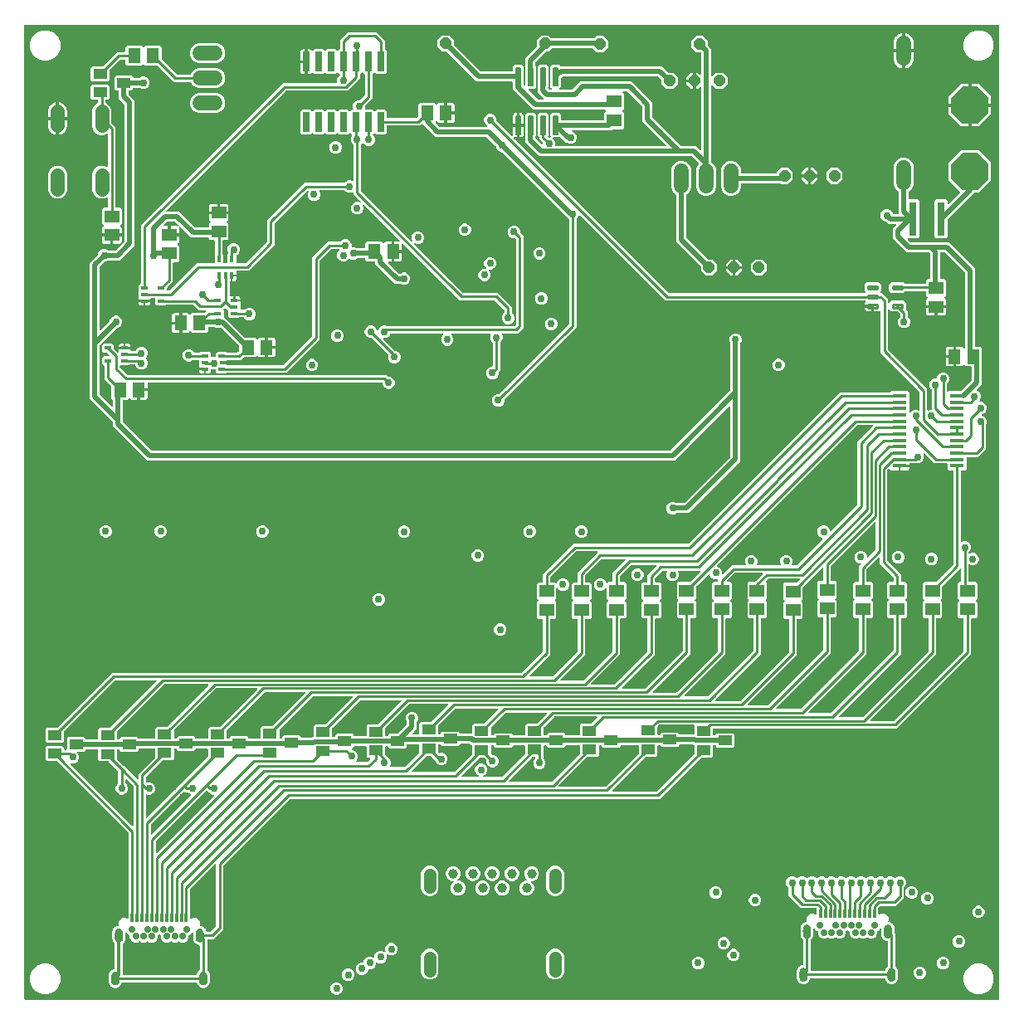
<source format=gbr>
G04 EAGLE Gerber RS-274X export*
G75*
%MOMM*%
%FSLAX34Y34*%
%LPD*%
%INTop Copper*%
%IPPOS*%
%AMOC8*
5,1,8,0,0,1.08239X$1,22.5*%
G01*
%ADD10P,1.231672X8X22.500000*%
%ADD11R,1.500000X1.300000*%
%ADD12R,1.300000X1.500000*%
%ADD13R,1.475000X0.450000*%
%ADD14R,0.700000X0.400000*%
%ADD15R,0.660400X2.032000*%
%ADD16R,0.400000X0.700000*%
%ADD17R,0.300000X0.900000*%
%ADD18C,0.700000*%
%ADD19C,0.800000*%
%ADD20R,1.400000X1.000000*%
%ADD21C,1.422400*%
%ADD22C,1.540000*%
%ADD23C,0.150000*%
%ADD24C,0.295000*%
%ADD25C,1.000000*%
%ADD26C,1.300000*%
%ADD27R,0.800000X3.500000*%
%ADD28C,1.564638*%
%ADD29P,4.123906X8X22.500000*%
%ADD30C,0.756400*%
%ADD31C,0.254000*%
%ADD32C,0.508000*%
%ADD33C,0.152400*%
%ADD34C,0.304800*%

G36*
X996718Y2544D02*
X996718Y2544D01*
X996737Y2542D01*
X996839Y2564D01*
X996941Y2580D01*
X996958Y2590D01*
X996978Y2594D01*
X997067Y2647D01*
X997158Y2696D01*
X997172Y2710D01*
X997189Y2720D01*
X997256Y2799D01*
X997328Y2874D01*
X997336Y2892D01*
X997349Y2907D01*
X997388Y3003D01*
X997431Y3097D01*
X997433Y3117D01*
X997441Y3135D01*
X997459Y3302D01*
X997459Y996698D01*
X997456Y996718D01*
X997458Y996737D01*
X997436Y996839D01*
X997420Y996941D01*
X997410Y996958D01*
X997406Y996978D01*
X997353Y997067D01*
X997304Y997158D01*
X997290Y997172D01*
X997280Y997189D01*
X997201Y997256D01*
X997126Y997328D01*
X997108Y997336D01*
X997093Y997349D01*
X996997Y997388D01*
X996903Y997431D01*
X996883Y997433D01*
X996865Y997441D01*
X996698Y997459D01*
X3302Y997459D01*
X3282Y997456D01*
X3263Y997458D01*
X3161Y997436D01*
X3059Y997420D01*
X3042Y997410D01*
X3022Y997406D01*
X2933Y997353D01*
X2842Y997304D01*
X2828Y997290D01*
X2811Y997280D01*
X2744Y997201D01*
X2672Y997126D01*
X2664Y997108D01*
X2651Y997093D01*
X2612Y996997D01*
X2569Y996903D01*
X2567Y996883D01*
X2559Y996865D01*
X2541Y996698D01*
X2541Y3302D01*
X2544Y3282D01*
X2542Y3263D01*
X2564Y3161D01*
X2580Y3059D01*
X2590Y3042D01*
X2594Y3022D01*
X2647Y2933D01*
X2696Y2842D01*
X2710Y2828D01*
X2720Y2811D01*
X2799Y2744D01*
X2874Y2672D01*
X2892Y2664D01*
X2907Y2651D01*
X3003Y2612D01*
X3097Y2569D01*
X3117Y2567D01*
X3135Y2559D01*
X3302Y2541D01*
X996698Y2541D01*
X996718Y2544D01*
G37*
%LPC*%
G36*
X184341Y14389D02*
X184341Y14389D01*
X184336Y14389D01*
X184330Y14394D01*
X184201Y14456D01*
X184187Y14463D01*
X184184Y14464D01*
X184179Y14466D01*
X183711Y14630D01*
X183709Y14630D01*
X183708Y14631D01*
X183545Y14668D01*
X183052Y14724D01*
X183008Y14721D01*
X182964Y14728D01*
X182880Y14719D01*
X182867Y14726D01*
X182862Y14727D01*
X182857Y14733D01*
X182744Y14823D01*
X182733Y14833D01*
X182730Y14834D01*
X182726Y14838D01*
X182306Y15102D01*
X182305Y15102D01*
X182304Y15103D01*
X182152Y15176D01*
X181684Y15339D01*
X181641Y15347D01*
X181600Y15363D01*
X181516Y15373D01*
X181504Y15383D01*
X181500Y15385D01*
X181496Y15392D01*
X181407Y15504D01*
X181398Y15517D01*
X181395Y15519D01*
X181392Y15523D01*
X181041Y15874D01*
X181040Y15875D01*
X181039Y15876D01*
X180908Y15980D01*
X180488Y16244D01*
X180447Y16261D01*
X180411Y16286D01*
X180331Y16314D01*
X180322Y16326D01*
X180318Y16329D01*
X180317Y16337D01*
X180254Y16466D01*
X180249Y16480D01*
X180246Y16483D01*
X180244Y16488D01*
X179980Y16908D01*
X179979Y16909D01*
X179979Y16910D01*
X179874Y17041D01*
X179523Y17392D01*
X179487Y17418D01*
X179457Y17450D01*
X179386Y17495D01*
X179380Y17509D01*
X179376Y17513D01*
X179377Y17521D01*
X179345Y17661D01*
X179342Y17676D01*
X179340Y17679D01*
X179339Y17684D01*
X179176Y18152D01*
X179175Y18154D01*
X179175Y18155D01*
X179102Y18306D01*
X178838Y18726D01*
X178809Y18759D01*
X178787Y18797D01*
X178727Y18857D01*
X178724Y18872D01*
X178722Y18877D01*
X178724Y18884D01*
X178724Y19028D01*
X178725Y19043D01*
X178724Y19046D01*
X178724Y19052D01*
X178668Y19545D01*
X178668Y19546D01*
X178668Y19547D01*
X178630Y19711D01*
X178606Y19779D01*
X178599Y19793D01*
X178596Y19808D01*
X178540Y19901D01*
X178488Y19995D01*
X178477Y20006D01*
X178469Y20019D01*
X178387Y20089D01*
X178308Y20163D01*
X178294Y20169D01*
X178282Y20179D01*
X178182Y20219D01*
X178084Y20264D01*
X178069Y20265D01*
X178054Y20271D01*
X177888Y20289D01*
X102512Y20289D01*
X102497Y20287D01*
X102482Y20289D01*
X102376Y20267D01*
X102270Y20250D01*
X102256Y20242D01*
X102241Y20239D01*
X102147Y20185D01*
X102052Y20134D01*
X102042Y20123D01*
X102028Y20116D01*
X101957Y20034D01*
X101883Y19956D01*
X101876Y19942D01*
X101866Y19931D01*
X101794Y19779D01*
X101770Y19711D01*
X101770Y19709D01*
X101769Y19708D01*
X101732Y19545D01*
X101676Y19052D01*
X101679Y19008D01*
X101672Y18964D01*
X101681Y18880D01*
X101674Y18867D01*
X101673Y18862D01*
X101667Y18857D01*
X101577Y18744D01*
X101567Y18733D01*
X101566Y18730D01*
X101562Y18726D01*
X101298Y18306D01*
X101298Y18305D01*
X101297Y18304D01*
X101224Y18152D01*
X101061Y17684D01*
X101053Y17641D01*
X101037Y17600D01*
X101027Y17516D01*
X101017Y17504D01*
X101015Y17500D01*
X101008Y17496D01*
X100896Y17407D01*
X100883Y17398D01*
X100881Y17395D01*
X100877Y17392D01*
X100526Y17041D01*
X100525Y17040D01*
X100524Y17039D01*
X100420Y16908D01*
X100156Y16488D01*
X100139Y16447D01*
X100114Y16411D01*
X100086Y16331D01*
X100074Y16322D01*
X100071Y16318D01*
X100063Y16317D01*
X99934Y16254D01*
X99920Y16249D01*
X99917Y16246D01*
X99912Y16244D01*
X99492Y15980D01*
X99491Y15979D01*
X99490Y15979D01*
X99359Y15874D01*
X99008Y15523D01*
X98982Y15487D01*
X98950Y15457D01*
X98905Y15386D01*
X98891Y15380D01*
X98887Y15376D01*
X98879Y15377D01*
X98739Y15345D01*
X98724Y15342D01*
X98721Y15340D01*
X98716Y15339D01*
X98248Y15176D01*
X98246Y15175D01*
X98245Y15175D01*
X98094Y15102D01*
X97674Y14838D01*
X97641Y14809D01*
X97603Y14787D01*
X97543Y14727D01*
X97528Y14724D01*
X97523Y14722D01*
X97516Y14724D01*
X97372Y14724D01*
X97357Y14725D01*
X97354Y14724D01*
X97348Y14724D01*
X96855Y14668D01*
X96854Y14668D01*
X96853Y14668D01*
X96689Y14630D01*
X96221Y14466D01*
X96182Y14445D01*
X96140Y14433D01*
X96069Y14387D01*
X96053Y14388D01*
X96048Y14387D01*
X96041Y14391D01*
X95901Y14422D01*
X95887Y14427D01*
X95883Y14427D01*
X95878Y14428D01*
X95385Y14483D01*
X95384Y14483D01*
X95383Y14484D01*
X95215Y14483D01*
X94722Y14428D01*
X94680Y14416D01*
X94635Y14413D01*
X94555Y14385D01*
X94541Y14389D01*
X94536Y14389D01*
X94530Y14394D01*
X94401Y14456D01*
X94387Y14463D01*
X94384Y14464D01*
X94379Y14466D01*
X93911Y14630D01*
X93909Y14630D01*
X93908Y14631D01*
X93745Y14668D01*
X93252Y14724D01*
X93208Y14721D01*
X93164Y14728D01*
X93080Y14719D01*
X93067Y14726D01*
X93062Y14727D01*
X93057Y14733D01*
X92944Y14823D01*
X92933Y14833D01*
X92930Y14834D01*
X92926Y14838D01*
X92506Y15102D01*
X92505Y15102D01*
X92504Y15103D01*
X92352Y15176D01*
X91884Y15339D01*
X91841Y15347D01*
X91800Y15363D01*
X91716Y15373D01*
X91704Y15383D01*
X91700Y15385D01*
X91696Y15392D01*
X91607Y15504D01*
X91598Y15517D01*
X91595Y15519D01*
X91592Y15523D01*
X91241Y15874D01*
X91240Y15875D01*
X91239Y15876D01*
X91108Y15980D01*
X90688Y16244D01*
X90647Y16261D01*
X90611Y16286D01*
X90531Y16314D01*
X90522Y16326D01*
X90518Y16329D01*
X90517Y16337D01*
X90454Y16466D01*
X90449Y16480D01*
X90446Y16483D01*
X90444Y16488D01*
X90180Y16908D01*
X90179Y16909D01*
X90179Y16910D01*
X90074Y17041D01*
X89723Y17392D01*
X89687Y17418D01*
X89657Y17450D01*
X89586Y17495D01*
X89580Y17509D01*
X89576Y17513D01*
X89577Y17521D01*
X89545Y17661D01*
X89542Y17676D01*
X89540Y17679D01*
X89539Y17684D01*
X89376Y18152D01*
X89375Y18154D01*
X89375Y18155D01*
X89302Y18306D01*
X89038Y18726D01*
X89009Y18759D01*
X88987Y18797D01*
X88927Y18857D01*
X88924Y18872D01*
X88922Y18877D01*
X88924Y18884D01*
X88924Y19028D01*
X88925Y19043D01*
X88924Y19046D01*
X88924Y19052D01*
X88868Y19545D01*
X88868Y19546D01*
X88868Y19547D01*
X88830Y19711D01*
X88783Y19847D01*
X88741Y19923D01*
X88707Y20003D01*
X88704Y20007D01*
X88704Y20015D01*
X88672Y20155D01*
X88670Y20170D01*
X88668Y20173D01*
X88667Y20178D01*
X88600Y20367D01*
X88634Y20436D01*
X88658Y20519D01*
X88691Y20600D01*
X88696Y20647D01*
X88703Y20672D01*
X88702Y20703D01*
X88709Y20767D01*
X88709Y20912D01*
X88705Y20940D01*
X88704Y20997D01*
X88604Y21890D01*
X88627Y21948D01*
X88663Y22013D01*
X88673Y22061D01*
X88691Y22106D01*
X88705Y22231D01*
X88709Y22255D01*
X88708Y22262D01*
X88709Y22273D01*
X88709Y25927D01*
X88701Y25975D01*
X88703Y26024D01*
X88682Y26096D01*
X88670Y26170D01*
X88647Y26213D01*
X88633Y26260D01*
X88603Y26306D01*
X88704Y27203D01*
X88703Y27232D01*
X88709Y27288D01*
X88709Y27433D01*
X88695Y27519D01*
X88690Y27605D01*
X88674Y27650D01*
X88670Y27676D01*
X88655Y27703D01*
X88634Y27764D01*
X88600Y27833D01*
X88667Y28022D01*
X88674Y28065D01*
X88691Y28106D01*
X88700Y28190D01*
X88710Y28202D01*
X88731Y28245D01*
X88746Y28266D01*
X88755Y28295D01*
X88783Y28353D01*
X88830Y28489D01*
X88830Y28491D01*
X88831Y28492D01*
X88868Y28655D01*
X88924Y29148D01*
X88921Y29192D01*
X88928Y29236D01*
X88919Y29320D01*
X88926Y29333D01*
X88927Y29338D01*
X88934Y29343D01*
X89023Y29455D01*
X89033Y29467D01*
X89034Y29470D01*
X89038Y29474D01*
X89302Y29894D01*
X89302Y29895D01*
X89303Y29896D01*
X89376Y30048D01*
X89539Y30516D01*
X89547Y30559D01*
X89563Y30600D01*
X89573Y30684D01*
X89583Y30696D01*
X89585Y30700D01*
X89592Y30704D01*
X89704Y30793D01*
X89717Y30802D01*
X89719Y30805D01*
X89723Y30808D01*
X90074Y31159D01*
X90075Y31160D01*
X90076Y31161D01*
X90180Y31292D01*
X90444Y31712D01*
X90461Y31753D01*
X90486Y31789D01*
X90514Y31869D01*
X90526Y31878D01*
X90529Y31882D01*
X90537Y31883D01*
X90666Y31946D01*
X90680Y31951D01*
X90683Y31954D01*
X90688Y31956D01*
X91108Y32220D01*
X91109Y32221D01*
X91110Y32221D01*
X91241Y32326D01*
X91592Y32677D01*
X91618Y32713D01*
X91650Y32743D01*
X91695Y32814D01*
X91709Y32820D01*
X91713Y32824D01*
X91721Y32823D01*
X91861Y32855D01*
X91876Y32858D01*
X91879Y32860D01*
X91884Y32861D01*
X92352Y33024D01*
X92354Y33025D01*
X92355Y33025D01*
X92506Y33098D01*
X92926Y33362D01*
X92959Y33391D01*
X92997Y33413D01*
X93057Y33473D01*
X93072Y33476D01*
X93077Y33478D01*
X93084Y33476D01*
X93228Y33476D01*
X93243Y33475D01*
X93246Y33476D01*
X93252Y33476D01*
X93745Y33532D01*
X93746Y33532D01*
X93747Y33532D01*
X93911Y33570D01*
X94325Y33715D01*
X94339Y33722D01*
X94354Y33725D01*
X94447Y33781D01*
X94541Y33833D01*
X94552Y33844D01*
X94565Y33852D01*
X94635Y33934D01*
X94709Y34013D01*
X94715Y34027D01*
X94725Y34039D01*
X94765Y34139D01*
X94810Y34237D01*
X94811Y34252D01*
X94817Y34267D01*
X94835Y34433D01*
X94835Y59479D01*
X94827Y59532D01*
X94828Y59585D01*
X94807Y59653D01*
X94796Y59722D01*
X94771Y59769D01*
X94755Y59820D01*
X94713Y59877D01*
X94680Y59939D01*
X94642Y59976D01*
X94610Y60019D01*
X94523Y60089D01*
X94502Y60109D01*
X94492Y60113D01*
X94479Y60124D01*
X94288Y60244D01*
X94247Y60261D01*
X94211Y60286D01*
X94131Y60314D01*
X94122Y60326D01*
X94118Y60329D01*
X94117Y60337D01*
X94054Y60466D01*
X94049Y60480D01*
X94046Y60483D01*
X94044Y60488D01*
X93780Y60908D01*
X93779Y60909D01*
X93779Y60910D01*
X93674Y61041D01*
X93323Y61392D01*
X93287Y61418D01*
X93257Y61450D01*
X93186Y61495D01*
X93180Y61509D01*
X93176Y61513D01*
X93177Y61521D01*
X93145Y61661D01*
X93142Y61676D01*
X93140Y61679D01*
X93139Y61684D01*
X92976Y62152D01*
X92975Y62154D01*
X92975Y62155D01*
X92954Y62197D01*
X92954Y62198D01*
X92953Y62201D01*
X92902Y62306D01*
X92638Y62726D01*
X92609Y62759D01*
X92587Y62797D01*
X92527Y62857D01*
X92524Y62872D01*
X92522Y62877D01*
X92524Y62884D01*
X92524Y63028D01*
X92525Y63043D01*
X92524Y63046D01*
X92524Y63052D01*
X92468Y63545D01*
X92468Y63546D01*
X92468Y63547D01*
X92430Y63711D01*
X92383Y63847D01*
X92341Y63923D01*
X92307Y64003D01*
X92304Y64007D01*
X92304Y64015D01*
X92272Y64155D01*
X92270Y64170D01*
X92268Y64173D01*
X92267Y64178D01*
X92200Y64367D01*
X92234Y64436D01*
X92258Y64519D01*
X92291Y64600D01*
X92296Y64647D01*
X92303Y64672D01*
X92302Y64703D01*
X92309Y64767D01*
X92309Y64912D01*
X92305Y64940D01*
X92304Y64997D01*
X92204Y65890D01*
X92227Y65948D01*
X92263Y66013D01*
X92273Y66061D01*
X92291Y66106D01*
X92305Y66231D01*
X92309Y66255D01*
X92308Y66262D01*
X92309Y66273D01*
X92309Y69927D01*
X92301Y69975D01*
X92303Y70024D01*
X92282Y70096D01*
X92270Y70170D01*
X92247Y70213D01*
X92233Y70260D01*
X92203Y70306D01*
X92304Y71203D01*
X92303Y71232D01*
X92309Y71288D01*
X92309Y71433D01*
X92295Y71519D01*
X92290Y71605D01*
X92274Y71650D01*
X92270Y71676D01*
X92255Y71703D01*
X92234Y71764D01*
X92200Y71833D01*
X92267Y72022D01*
X92274Y72065D01*
X92291Y72106D01*
X92300Y72190D01*
X92310Y72202D01*
X92331Y72245D01*
X92346Y72266D01*
X92355Y72295D01*
X92383Y72353D01*
X92430Y72489D01*
X92430Y72491D01*
X92431Y72492D01*
X92468Y72655D01*
X92524Y73148D01*
X92521Y73192D01*
X92528Y73236D01*
X92519Y73320D01*
X92526Y73333D01*
X92527Y73338D01*
X92533Y73343D01*
X92623Y73456D01*
X92633Y73467D01*
X92634Y73470D01*
X92638Y73474D01*
X92902Y73894D01*
X92902Y73895D01*
X92903Y73896D01*
X92976Y74048D01*
X93139Y74516D01*
X93147Y74559D01*
X93163Y74600D01*
X93173Y74684D01*
X93183Y74696D01*
X93185Y74700D01*
X93192Y74704D01*
X93304Y74793D01*
X93317Y74802D01*
X93319Y74805D01*
X93323Y74808D01*
X93674Y75159D01*
X93675Y75160D01*
X93676Y75161D01*
X93780Y75292D01*
X94044Y75712D01*
X94061Y75753D01*
X94086Y75789D01*
X94114Y75869D01*
X94126Y75878D01*
X94129Y75882D01*
X94137Y75883D01*
X94266Y75946D01*
X94280Y75951D01*
X94283Y75954D01*
X94288Y75956D01*
X94708Y76220D01*
X94709Y76221D01*
X94710Y76221D01*
X94841Y76326D01*
X95192Y76677D01*
X95218Y76713D01*
X95250Y76743D01*
X95295Y76814D01*
X95309Y76820D01*
X95313Y76824D01*
X95321Y76823D01*
X95461Y76855D01*
X95476Y76858D01*
X95479Y76860D01*
X95484Y76861D01*
X95952Y77024D01*
X95954Y77025D01*
X95955Y77025D01*
X96106Y77098D01*
X96526Y77362D01*
X96559Y77391D01*
X96597Y77413D01*
X96657Y77473D01*
X96672Y77476D01*
X96677Y77478D01*
X96684Y77476D01*
X96828Y77476D01*
X96843Y77475D01*
X96846Y77476D01*
X96852Y77476D01*
X97345Y77532D01*
X97346Y77532D01*
X97347Y77532D01*
X97511Y77570D01*
X97979Y77734D01*
X98018Y77755D01*
X98060Y77767D01*
X98181Y77844D01*
X98195Y77851D01*
X98197Y77854D01*
X98202Y77857D01*
X98370Y77991D01*
X98384Y78006D01*
X98431Y78039D01*
X98452Y78067D01*
X98479Y78090D01*
X98519Y78155D01*
X98535Y78174D01*
X98541Y78188D01*
X98577Y78236D01*
X98588Y78270D01*
X98607Y78300D01*
X98625Y78379D01*
X98633Y78399D01*
X98634Y78412D01*
X98654Y78470D01*
X98653Y78506D01*
X98661Y78540D01*
X98653Y78622D01*
X98655Y78644D01*
X98652Y78656D01*
X98651Y78716D01*
X98638Y78760D01*
X98636Y78785D01*
X98623Y78813D01*
X98604Y78877D01*
X98409Y79348D01*
X98409Y81652D01*
X99291Y83780D01*
X100920Y85409D01*
X103048Y86291D01*
X105352Y86291D01*
X107607Y85357D01*
X107651Y85346D01*
X107693Y85327D01*
X107770Y85318D01*
X107846Y85301D01*
X107892Y85305D01*
X107937Y85300D01*
X108014Y85316D01*
X108091Y85324D01*
X108133Y85342D01*
X108178Y85352D01*
X108245Y85392D01*
X108316Y85424D01*
X108350Y85455D01*
X108389Y85478D01*
X108440Y85537D01*
X108497Y85590D01*
X108519Y85630D01*
X108549Y85665D01*
X108578Y85737D01*
X108615Y85806D01*
X108624Y85851D01*
X108641Y85893D01*
X108656Y86029D01*
X108659Y86048D01*
X108658Y86053D01*
X108659Y86060D01*
X108659Y91652D01*
X108666Y91659D01*
X108719Y91733D01*
X108779Y91803D01*
X108791Y91833D01*
X108810Y91859D01*
X108837Y91946D01*
X108871Y92031D01*
X108875Y92072D01*
X108882Y92094D01*
X108881Y92126D01*
X108889Y92198D01*
X108889Y172406D01*
X108875Y172496D01*
X108867Y172587D01*
X108855Y172617D01*
X108850Y172649D01*
X108807Y172730D01*
X108771Y172814D01*
X108745Y172846D01*
X108734Y172866D01*
X108711Y172889D01*
X108666Y172944D01*
X35874Y245736D01*
X35801Y245789D01*
X35731Y245849D01*
X35701Y245861D01*
X35675Y245880D01*
X35588Y245907D01*
X35503Y245941D01*
X35462Y245945D01*
X35440Y245952D01*
X35407Y245951D01*
X35336Y245959D01*
X25448Y245959D01*
X23959Y247448D01*
X23959Y259552D01*
X25448Y261041D01*
X41552Y261041D01*
X43041Y259552D01*
X43041Y258072D01*
X43044Y258052D01*
X43042Y258033D01*
X43064Y257931D01*
X43080Y257829D01*
X43090Y257812D01*
X43094Y257792D01*
X43147Y257703D01*
X43196Y257612D01*
X43210Y257598D01*
X43220Y257581D01*
X43299Y257514D01*
X43374Y257442D01*
X43392Y257434D01*
X43407Y257421D01*
X43503Y257382D01*
X43597Y257339D01*
X43617Y257337D01*
X43635Y257329D01*
X43802Y257311D01*
X45198Y257311D01*
X45218Y257314D01*
X45237Y257312D01*
X45339Y257334D01*
X45441Y257350D01*
X45458Y257360D01*
X45478Y257364D01*
X45567Y257417D01*
X45658Y257466D01*
X45672Y257480D01*
X45689Y257490D01*
X45756Y257569D01*
X45828Y257644D01*
X45836Y257662D01*
X45849Y257677D01*
X45888Y257773D01*
X45931Y257867D01*
X45933Y257887D01*
X45941Y257905D01*
X45959Y258072D01*
X45959Y269052D01*
X47448Y270541D01*
X63552Y270541D01*
X65041Y269052D01*
X65041Y268842D01*
X65044Y268822D01*
X65042Y268803D01*
X65064Y268701D01*
X65080Y268599D01*
X65090Y268582D01*
X65094Y268562D01*
X65147Y268473D01*
X65196Y268382D01*
X65210Y268368D01*
X65220Y268351D01*
X65299Y268284D01*
X65374Y268212D01*
X65392Y268204D01*
X65407Y268191D01*
X65503Y268152D01*
X65597Y268109D01*
X65617Y268107D01*
X65635Y268099D01*
X65802Y268081D01*
X77198Y268081D01*
X77218Y268084D01*
X77237Y268082D01*
X77339Y268104D01*
X77441Y268120D01*
X77458Y268130D01*
X77478Y268134D01*
X77567Y268187D01*
X77658Y268236D01*
X77672Y268250D01*
X77689Y268260D01*
X77756Y268339D01*
X77828Y268414D01*
X77836Y268432D01*
X77849Y268447D01*
X77888Y268543D01*
X77931Y268637D01*
X77933Y268657D01*
X77941Y268675D01*
X77959Y268842D01*
X77959Y278252D01*
X79448Y279741D01*
X89336Y279741D01*
X89426Y279755D01*
X89517Y279763D01*
X89547Y279775D01*
X89579Y279780D01*
X89660Y279823D01*
X89744Y279859D01*
X89776Y279885D01*
X89796Y279896D01*
X89819Y279919D01*
X89875Y279964D01*
X137185Y327274D01*
X137226Y327332D01*
X137276Y327384D01*
X137298Y327431D01*
X137328Y327473D01*
X137349Y327542D01*
X137379Y327607D01*
X137385Y327659D01*
X137400Y327709D01*
X137399Y327780D01*
X137406Y327851D01*
X137395Y327902D01*
X137394Y327954D01*
X137369Y328022D01*
X137354Y328092D01*
X137328Y328136D01*
X137310Y328185D01*
X137265Y328241D01*
X137228Y328303D01*
X137188Y328337D01*
X137156Y328377D01*
X137096Y328416D01*
X137041Y328463D01*
X136993Y328482D01*
X136949Y328510D01*
X136880Y328528D01*
X136813Y328555D01*
X136742Y328563D01*
X136710Y328571D01*
X136687Y328569D01*
X136646Y328573D01*
X95278Y328573D01*
X95188Y328559D01*
X95097Y328551D01*
X95067Y328539D01*
X95035Y328534D01*
X94954Y328491D01*
X94870Y328455D01*
X94838Y328429D01*
X94818Y328418D01*
X94795Y328395D01*
X94740Y328350D01*
X43264Y276874D01*
X43211Y276801D01*
X43151Y276731D01*
X43139Y276701D01*
X43120Y276675D01*
X43093Y276588D01*
X43059Y276503D01*
X43055Y276462D01*
X43048Y276440D01*
X43049Y276407D01*
X43041Y276336D01*
X43041Y266448D01*
X41552Y264959D01*
X25448Y264959D01*
X23959Y266448D01*
X23959Y278552D01*
X25448Y280041D01*
X35336Y280041D01*
X35426Y280055D01*
X35517Y280063D01*
X35547Y280075D01*
X35579Y280080D01*
X35660Y280123D01*
X35744Y280159D01*
X35776Y280185D01*
X35796Y280196D01*
X35819Y280219D01*
X35874Y280264D01*
X91806Y336195D01*
X509590Y336195D01*
X509680Y336209D01*
X509771Y336217D01*
X509801Y336229D01*
X509833Y336234D01*
X509914Y336277D01*
X509998Y336313D01*
X510030Y336339D01*
X510050Y336350D01*
X510073Y336373D01*
X510128Y336418D01*
X531266Y357556D01*
X531319Y357629D01*
X531379Y357699D01*
X531391Y357729D01*
X531410Y357755D01*
X531437Y357842D01*
X531471Y357927D01*
X531475Y357968D01*
X531482Y357990D01*
X531481Y358023D01*
X531489Y358094D01*
X531489Y390398D01*
X531486Y390418D01*
X531488Y390437D01*
X531466Y390539D01*
X531450Y390641D01*
X531440Y390658D01*
X531436Y390678D01*
X531383Y390767D01*
X531334Y390858D01*
X531320Y390872D01*
X531310Y390889D01*
X531231Y390956D01*
X531156Y391028D01*
X531138Y391036D01*
X531123Y391049D01*
X531027Y391088D01*
X530933Y391131D01*
X530913Y391133D01*
X530895Y391141D01*
X530728Y391159D01*
X526748Y391159D01*
X525259Y392648D01*
X525259Y407752D01*
X526669Y409162D01*
X526680Y409178D01*
X526696Y409190D01*
X526752Y409278D01*
X526812Y409361D01*
X526818Y409380D01*
X526829Y409397D01*
X526854Y409498D01*
X526884Y409597D01*
X526884Y409616D01*
X526889Y409636D01*
X526881Y409739D01*
X526878Y409842D01*
X526871Y409861D01*
X526870Y409881D01*
X526829Y409976D01*
X526794Y410073D01*
X526781Y410089D01*
X526773Y410107D01*
X526669Y410238D01*
X525259Y411648D01*
X525259Y426752D01*
X526748Y428241D01*
X530728Y428241D01*
X530748Y428244D01*
X530767Y428242D01*
X530869Y428264D01*
X530971Y428280D01*
X530988Y428290D01*
X531008Y428294D01*
X531097Y428347D01*
X531188Y428396D01*
X531202Y428410D01*
X531219Y428420D01*
X531286Y428499D01*
X531358Y428574D01*
X531366Y428592D01*
X531379Y428607D01*
X531418Y428703D01*
X531461Y428797D01*
X531463Y428817D01*
X531471Y428835D01*
X531489Y429002D01*
X531489Y436878D01*
X562422Y467811D01*
X679556Y467811D01*
X679646Y467825D01*
X679737Y467833D01*
X679767Y467845D01*
X679799Y467850D01*
X679880Y467893D01*
X679964Y467929D01*
X679996Y467955D01*
X680016Y467966D01*
X680039Y467989D01*
X680094Y468034D01*
X834422Y622361D01*
X885697Y622361D01*
X885787Y622375D01*
X885878Y622383D01*
X885908Y622395D01*
X885940Y622400D01*
X886021Y622443D01*
X886105Y622479D01*
X886137Y622505D01*
X886157Y622516D01*
X886180Y622539D01*
X886236Y622584D01*
X886993Y623341D01*
X903847Y623341D01*
X905336Y621852D01*
X905336Y602115D01*
X905347Y602045D01*
X905349Y601973D01*
X905367Y601924D01*
X905375Y601872D01*
X905409Y601809D01*
X905434Y601742D01*
X905466Y601701D01*
X905491Y601655D01*
X905543Y601606D01*
X905587Y601550D01*
X905631Y601522D01*
X905669Y601486D01*
X905734Y601456D01*
X905794Y601417D01*
X905845Y601404D01*
X905892Y601382D01*
X905963Y601374D01*
X906033Y601357D01*
X906085Y601361D01*
X906136Y601355D01*
X906207Y601370D01*
X906278Y601376D01*
X906326Y601396D01*
X906377Y601407D01*
X906438Y601444D01*
X906504Y601472D01*
X906560Y601517D01*
X906588Y601533D01*
X906603Y601551D01*
X906635Y601577D01*
X908418Y603360D01*
X910742Y604323D01*
X913258Y604323D01*
X915137Y603544D01*
X915181Y603534D01*
X915223Y603515D01*
X915300Y603506D01*
X915376Y603488D01*
X915422Y603493D01*
X915467Y603487D01*
X915544Y603504D01*
X915621Y603511D01*
X915663Y603530D01*
X915708Y603540D01*
X915775Y603580D01*
X915846Y603611D01*
X915880Y603642D01*
X915919Y603666D01*
X915970Y603725D01*
X916027Y603778D01*
X916049Y603818D01*
X916079Y603853D01*
X916108Y603925D01*
X916145Y603993D01*
X916154Y604038D01*
X916171Y604081D01*
X916186Y604217D01*
X916189Y604235D01*
X916188Y604240D01*
X916189Y604248D01*
X916189Y622106D01*
X916175Y622196D01*
X916167Y622287D01*
X916155Y622317D01*
X916150Y622349D01*
X916107Y622430D01*
X916071Y622514D01*
X916045Y622546D01*
X916034Y622566D01*
X916011Y622589D01*
X915966Y622644D01*
X876189Y662422D01*
X876189Y704770D01*
X876174Y704864D01*
X876165Y704959D01*
X876154Y704985D01*
X876150Y705012D01*
X876105Y705097D01*
X876067Y705184D01*
X876048Y705205D01*
X876034Y705230D01*
X875965Y705295D01*
X875901Y705366D01*
X875877Y705380D01*
X875856Y705399D01*
X875770Y705439D01*
X875686Y705486D01*
X875659Y705491D01*
X875633Y705503D01*
X875538Y705513D01*
X875445Y705531D01*
X875417Y705527D01*
X875389Y705530D01*
X875295Y705510D01*
X875201Y705496D01*
X875169Y705482D01*
X875148Y705478D01*
X875120Y705461D01*
X875047Y705429D01*
X874275Y704983D01*
X873254Y704709D01*
X869624Y704709D01*
X869624Y709487D01*
X869621Y709506D01*
X869623Y709526D01*
X869601Y709628D01*
X869585Y709730D01*
X869575Y709747D01*
X869571Y709767D01*
X869518Y709856D01*
X869469Y709947D01*
X869455Y709961D01*
X869445Y709978D01*
X869366Y710045D01*
X869291Y710116D01*
X869273Y710125D01*
X869258Y710138D01*
X869162Y710176D01*
X869068Y710220D01*
X869048Y710222D01*
X869030Y710230D01*
X868863Y710248D01*
X868198Y710248D01*
X868198Y710913D01*
X868195Y710933D01*
X868197Y710952D01*
X868175Y711054D01*
X868158Y711156D01*
X868149Y711173D01*
X868145Y711193D01*
X868092Y711282D01*
X868043Y711373D01*
X868029Y711387D01*
X868019Y711404D01*
X867940Y711471D01*
X867865Y711543D01*
X867847Y711551D01*
X867832Y711564D01*
X867735Y711603D01*
X867642Y711646D01*
X867622Y711648D01*
X867604Y711656D01*
X867437Y711674D01*
X859559Y711674D01*
X859559Y712204D01*
X859833Y713225D01*
X860362Y714141D01*
X860633Y714412D01*
X860644Y714428D01*
X860660Y714440D01*
X860716Y714528D01*
X860776Y714611D01*
X860782Y714630D01*
X860793Y714647D01*
X860818Y714748D01*
X860849Y714847D01*
X860848Y714866D01*
X860853Y714886D01*
X860845Y714989D01*
X860842Y715092D01*
X860835Y715111D01*
X860834Y715131D01*
X860793Y715226D01*
X860758Y715323D01*
X860745Y715339D01*
X860737Y715357D01*
X860633Y715488D01*
X860455Y715666D01*
X860381Y715719D01*
X860311Y715779D01*
X860281Y715791D01*
X860255Y715810D01*
X860168Y715837D01*
X860083Y715871D01*
X860042Y715875D01*
X860020Y715882D01*
X859988Y715881D01*
X859916Y715889D01*
X656722Y715889D01*
X569581Y803030D01*
X569544Y803056D01*
X569513Y803090D01*
X569444Y803128D01*
X569381Y803173D01*
X569338Y803187D01*
X569297Y803209D01*
X569221Y803223D01*
X569146Y803246D01*
X569100Y803244D01*
X569055Y803253D01*
X568978Y803241D01*
X568900Y803239D01*
X568857Y803223D01*
X568812Y803217D01*
X568743Y803182D01*
X568669Y803155D01*
X568634Y803126D01*
X568593Y803105D01*
X568538Y803050D01*
X568477Y803001D01*
X568453Y802963D01*
X568420Y802930D01*
X568354Y802810D01*
X568344Y802794D01*
X568343Y802789D01*
X568339Y802783D01*
X567360Y800418D01*
X566034Y799092D01*
X565981Y799018D01*
X565921Y798949D01*
X565909Y798918D01*
X565890Y798892D01*
X565863Y798805D01*
X565829Y798720D01*
X565825Y798679D01*
X565818Y798657D01*
X565819Y798625D01*
X565811Y798554D01*
X565811Y688422D01*
X492546Y615156D01*
X492493Y615083D01*
X492433Y615013D01*
X492421Y614983D01*
X492402Y614957D01*
X492375Y614870D01*
X492341Y614785D01*
X492337Y614744D01*
X492330Y614722D01*
X492331Y614689D01*
X492323Y614618D01*
X492323Y612742D01*
X491360Y610418D01*
X489582Y608640D01*
X487258Y607677D01*
X484742Y607677D01*
X482418Y608640D01*
X480640Y610418D01*
X479677Y612742D01*
X479677Y615258D01*
X480640Y617582D01*
X482418Y619360D01*
X484742Y620323D01*
X486618Y620323D01*
X486708Y620337D01*
X486799Y620345D01*
X486829Y620357D01*
X486861Y620362D01*
X486942Y620405D01*
X487026Y620441D01*
X487058Y620467D01*
X487078Y620478D01*
X487101Y620501D01*
X487156Y620546D01*
X557966Y691356D01*
X558019Y691429D01*
X558079Y691499D01*
X558091Y691529D01*
X558110Y691555D01*
X558137Y691642D01*
X558171Y691727D01*
X558175Y691768D01*
X558182Y691790D01*
X558181Y691823D01*
X558189Y691894D01*
X558189Y798310D01*
X558175Y798400D01*
X558167Y798491D01*
X558155Y798521D01*
X558150Y798553D01*
X558107Y798634D01*
X558071Y798718D01*
X558045Y798750D01*
X558034Y798770D01*
X558011Y798792D01*
X557966Y798848D01*
X554696Y802118D01*
X489360Y867454D01*
X489287Y867507D01*
X489217Y867567D01*
X489187Y867579D01*
X489161Y867598D01*
X489074Y867625D01*
X488989Y867659D01*
X488948Y867663D01*
X488926Y867670D01*
X488893Y867669D01*
X488822Y867677D01*
X488742Y867677D01*
X486418Y868640D01*
X484640Y870418D01*
X483677Y872742D01*
X483677Y872822D01*
X483663Y872912D01*
X483655Y873003D01*
X483643Y873033D01*
X483638Y873065D01*
X483595Y873146D01*
X483559Y873230D01*
X483533Y873262D01*
X483522Y873282D01*
X483499Y873305D01*
X483454Y873360D01*
X474118Y882696D01*
X474045Y882749D01*
X473975Y882809D01*
X473945Y882821D01*
X473919Y882840D01*
X473832Y882867D01*
X473747Y882901D01*
X473706Y882905D01*
X473684Y882912D01*
X473651Y882911D01*
X473580Y882919D01*
X421895Y882919D01*
X418696Y886118D01*
X408740Y896075D01*
X408724Y896086D01*
X408712Y896102D01*
X408624Y896158D01*
X408541Y896218D01*
X408522Y896224D01*
X408505Y896235D01*
X408404Y896260D01*
X408305Y896290D01*
X408286Y896290D01*
X408266Y896295D01*
X408163Y896287D01*
X408060Y896284D01*
X408041Y896277D01*
X408021Y896276D01*
X407926Y896235D01*
X407829Y896200D01*
X407813Y896187D01*
X407795Y896179D01*
X407664Y896075D01*
X405844Y894255D01*
X372904Y894255D01*
X372884Y894252D01*
X372865Y894254D01*
X372763Y894232D01*
X372661Y894216D01*
X372644Y894206D01*
X372624Y894202D01*
X372535Y894149D01*
X372444Y894100D01*
X372430Y894086D01*
X372413Y894076D01*
X372346Y893997D01*
X372274Y893922D01*
X372266Y893904D01*
X372253Y893889D01*
X372214Y893793D01*
X372171Y893699D01*
X372169Y893679D01*
X372161Y893661D01*
X372143Y893494D01*
X372143Y886854D01*
X370654Y885365D01*
X361946Y885365D01*
X360488Y886823D01*
X360472Y886834D01*
X360460Y886850D01*
X360372Y886906D01*
X360289Y886966D01*
X360270Y886972D01*
X360253Y886983D01*
X360152Y887008D01*
X360053Y887038D01*
X360034Y887038D01*
X360014Y887043D01*
X359911Y887035D01*
X359808Y887032D01*
X359789Y887025D01*
X359769Y887024D01*
X359674Y886983D01*
X359577Y886948D01*
X359561Y886935D01*
X359543Y886927D01*
X359412Y886823D01*
X358304Y885715D01*
X358292Y885698D01*
X358277Y885686D01*
X358220Y885599D01*
X358160Y885515D01*
X358154Y885496D01*
X358144Y885479D01*
X358118Y885379D01*
X358088Y885280D01*
X358088Y885260D01*
X358083Y885240D01*
X358091Y885138D01*
X358094Y885034D01*
X358101Y885015D01*
X358103Y884995D01*
X358143Y884900D01*
X358179Y884803D01*
X358191Y884787D01*
X358199Y884769D01*
X358304Y884638D01*
X359360Y883582D01*
X360323Y881258D01*
X360323Y878742D01*
X359360Y876418D01*
X357582Y874640D01*
X355258Y873677D01*
X352742Y873677D01*
X350418Y874640D01*
X348538Y876520D01*
X348522Y876532D01*
X348510Y876547D01*
X348422Y876603D01*
X348339Y876664D01*
X348320Y876669D01*
X348303Y876680D01*
X348202Y876705D01*
X348103Y876736D01*
X348084Y876735D01*
X348064Y876740D01*
X347961Y876732D01*
X347858Y876730D01*
X347839Y876723D01*
X347819Y876721D01*
X347724Y876681D01*
X347627Y876645D01*
X347611Y876633D01*
X347593Y876625D01*
X347462Y876520D01*
X346034Y875092D01*
X345981Y875018D01*
X345921Y874949D01*
X345909Y874918D01*
X345890Y874892D01*
X345863Y874805D01*
X345829Y874720D01*
X345825Y874679D01*
X345818Y874657D01*
X345819Y874625D01*
X345811Y874554D01*
X345811Y827894D01*
X345825Y827804D01*
X345833Y827713D01*
X345845Y827683D01*
X345850Y827651D01*
X345893Y827570D01*
X345929Y827486D01*
X345955Y827454D01*
X345966Y827434D01*
X345989Y827411D01*
X346034Y827356D01*
X397114Y776275D01*
X397193Y776218D01*
X397268Y776156D01*
X397293Y776147D01*
X397314Y776132D01*
X397407Y776103D01*
X397498Y776068D01*
X397524Y776067D01*
X397549Y776059D01*
X397646Y776062D01*
X397743Y776058D01*
X397769Y776065D01*
X397795Y776066D01*
X397886Y776099D01*
X397980Y776126D01*
X398001Y776141D01*
X398026Y776150D01*
X398102Y776211D01*
X398182Y776267D01*
X398197Y776288D01*
X398218Y776304D01*
X398270Y776386D01*
X398328Y776464D01*
X398337Y776489D01*
X398351Y776511D01*
X398374Y776605D01*
X398405Y776698D01*
X398404Y776724D01*
X398411Y776749D01*
X398403Y776846D01*
X398402Y776944D01*
X398393Y776975D01*
X398392Y776995D01*
X398379Y777025D01*
X398356Y777105D01*
X397677Y778742D01*
X397677Y781258D01*
X398640Y783582D01*
X400418Y785360D01*
X402742Y786323D01*
X405258Y786323D01*
X407582Y785360D01*
X409360Y783582D01*
X410323Y781258D01*
X410323Y778742D01*
X409360Y776418D01*
X407582Y774640D01*
X405258Y773677D01*
X402742Y773677D01*
X401105Y774356D01*
X401010Y774378D01*
X400917Y774406D01*
X400891Y774406D01*
X400865Y774412D01*
X400769Y774403D01*
X400671Y774400D01*
X400647Y774391D01*
X400620Y774389D01*
X400531Y774349D01*
X400440Y774316D01*
X400420Y774299D01*
X400396Y774289D01*
X400324Y774223D01*
X400248Y774162D01*
X400234Y774140D01*
X400215Y774122D01*
X400168Y774037D01*
X400115Y773955D01*
X400109Y773930D01*
X400096Y773907D01*
X400079Y773811D01*
X400055Y773716D01*
X400057Y773690D01*
X400052Y773665D01*
X400067Y773568D01*
X400074Y773471D01*
X400084Y773447D01*
X400088Y773421D01*
X400132Y773334D01*
X400170Y773245D01*
X400191Y773220D01*
X400200Y773202D01*
X400223Y773179D01*
X400275Y773114D01*
X449356Y724034D01*
X449429Y723981D01*
X449499Y723921D01*
X449529Y723909D01*
X449555Y723890D01*
X449642Y723863D01*
X449727Y723829D01*
X449768Y723825D01*
X449790Y723818D01*
X449823Y723819D01*
X449894Y723811D01*
X485578Y723811D01*
X499811Y709578D01*
X499811Y703446D01*
X499825Y703356D01*
X499833Y703265D01*
X499845Y703236D01*
X499850Y703204D01*
X499893Y703123D01*
X499929Y703039D01*
X499955Y703007D01*
X499966Y702986D01*
X499989Y702964D01*
X500034Y702908D01*
X501360Y701582D01*
X502323Y699258D01*
X502323Y696742D01*
X501360Y694418D01*
X499582Y692640D01*
X497258Y691677D01*
X494742Y691677D01*
X492418Y692640D01*
X490640Y694418D01*
X489677Y696742D01*
X489677Y699258D01*
X490640Y701582D01*
X491966Y702908D01*
X492019Y702982D01*
X492079Y703051D01*
X492091Y703082D01*
X492110Y703108D01*
X492137Y703195D01*
X492171Y703280D01*
X492175Y703321D01*
X492182Y703343D01*
X492181Y703375D01*
X492189Y703446D01*
X492189Y706106D01*
X492175Y706196D01*
X492167Y706287D01*
X492155Y706317D01*
X492150Y706349D01*
X492107Y706430D01*
X492071Y706514D01*
X492045Y706546D01*
X492034Y706566D01*
X492011Y706589D01*
X491966Y706644D01*
X482644Y715966D01*
X482571Y716019D01*
X482501Y716079D01*
X482471Y716091D01*
X482445Y716110D01*
X482358Y716137D01*
X482273Y716171D01*
X482232Y716175D01*
X482210Y716182D01*
X482177Y716181D01*
X482106Y716189D01*
X446422Y716189D01*
X443966Y718644D01*
X388940Y773671D01*
X388882Y773712D01*
X388830Y773762D01*
X388783Y773784D01*
X388741Y773814D01*
X388672Y773835D01*
X388607Y773865D01*
X388555Y773871D01*
X388505Y773886D01*
X388434Y773885D01*
X388363Y773892D01*
X388312Y773881D01*
X388260Y773880D01*
X388192Y773855D01*
X388122Y773840D01*
X388077Y773814D01*
X388029Y773796D01*
X387973Y773751D01*
X387911Y773714D01*
X387877Y773674D01*
X387837Y773642D01*
X387798Y773582D01*
X387751Y773527D01*
X387732Y773479D01*
X387704Y773435D01*
X387686Y773366D01*
X387659Y773299D01*
X387651Y773228D01*
X387643Y773196D01*
X387645Y773173D01*
X387641Y773132D01*
X387641Y767323D01*
X380123Y767323D01*
X380123Y775841D01*
X384932Y775841D01*
X385003Y775852D01*
X385075Y775854D01*
X385124Y775872D01*
X385175Y775880D01*
X385238Y775914D01*
X385306Y775939D01*
X385346Y775971D01*
X385392Y775996D01*
X385442Y776047D01*
X385498Y776092D01*
X385526Y776136D01*
X385562Y776174D01*
X385592Y776239D01*
X385631Y776299D01*
X385643Y776350D01*
X385665Y776397D01*
X385673Y776468D01*
X385691Y776538D01*
X385687Y776590D01*
X385692Y776641D01*
X385677Y776712D01*
X385672Y776783D01*
X385651Y776831D01*
X385640Y776882D01*
X385603Y776943D01*
X385575Y777009D01*
X385531Y777065D01*
X385514Y777093D01*
X385496Y777108D01*
X385471Y777140D01*
X348886Y813725D01*
X348807Y813782D01*
X348732Y813844D01*
X348707Y813853D01*
X348686Y813868D01*
X348593Y813897D01*
X348502Y813932D01*
X348476Y813933D01*
X348451Y813941D01*
X348354Y813938D01*
X348257Y813942D01*
X348231Y813935D01*
X348205Y813934D01*
X348114Y813901D01*
X348020Y813874D01*
X347999Y813859D01*
X347974Y813850D01*
X347898Y813789D01*
X347818Y813733D01*
X347803Y813712D01*
X347782Y813696D01*
X347730Y813614D01*
X347672Y813536D01*
X347663Y813511D01*
X347649Y813489D01*
X347626Y813395D01*
X347595Y813302D01*
X347596Y813276D01*
X347589Y813251D01*
X347597Y813154D01*
X347598Y813056D01*
X347607Y813025D01*
X347608Y813005D01*
X347621Y812975D01*
X347644Y812895D01*
X348323Y811258D01*
X348323Y808742D01*
X347360Y806418D01*
X345582Y804640D01*
X343258Y803677D01*
X340742Y803677D01*
X338418Y804640D01*
X336640Y806418D01*
X335677Y808742D01*
X335677Y811258D01*
X336640Y813582D01*
X338418Y815360D01*
X340742Y816323D01*
X343258Y816323D01*
X344895Y815644D01*
X344990Y815622D01*
X345083Y815594D01*
X345109Y815594D01*
X345135Y815588D01*
X345231Y815597D01*
X345329Y815600D01*
X345353Y815609D01*
X345380Y815611D01*
X345469Y815651D01*
X345560Y815684D01*
X345580Y815701D01*
X345604Y815711D01*
X345676Y815777D01*
X345752Y815838D01*
X345766Y815860D01*
X345785Y815878D01*
X345832Y815963D01*
X345885Y816045D01*
X345891Y816070D01*
X345904Y816093D01*
X345921Y816189D01*
X345945Y816284D01*
X345943Y816310D01*
X345948Y816335D01*
X345933Y816432D01*
X345926Y816529D01*
X345916Y816553D01*
X345912Y816579D01*
X345868Y816666D01*
X345830Y816755D01*
X345809Y816780D01*
X345800Y816798D01*
X345777Y816821D01*
X345725Y816886D01*
X338189Y824422D01*
X338189Y825752D01*
X338182Y825798D01*
X338184Y825843D01*
X338162Y825918D01*
X338150Y825995D01*
X338128Y826036D01*
X338115Y826080D01*
X338071Y826144D01*
X338034Y826212D01*
X338001Y826244D01*
X337975Y826282D01*
X337913Y826328D01*
X337856Y826382D01*
X337814Y826401D01*
X337778Y826429D01*
X337704Y826453D01*
X337633Y826485D01*
X337587Y826490D01*
X337544Y826505D01*
X337466Y826504D01*
X337389Y826513D01*
X337344Y826503D01*
X337298Y826502D01*
X337166Y826464D01*
X337148Y826460D01*
X337144Y826458D01*
X337137Y826456D01*
X335258Y825677D01*
X332742Y825677D01*
X330418Y826640D01*
X329092Y827966D01*
X329018Y828019D01*
X328949Y828079D01*
X328918Y828091D01*
X328892Y828110D01*
X328805Y828137D01*
X328720Y828171D01*
X328679Y828175D01*
X328657Y828182D01*
X328625Y828181D01*
X328554Y828189D01*
X304248Y828189D01*
X304202Y828182D01*
X304157Y828184D01*
X304082Y828162D01*
X304005Y828150D01*
X303964Y828128D01*
X303920Y828115D01*
X303856Y828071D01*
X303788Y828034D01*
X303756Y828001D01*
X303718Y827975D01*
X303672Y827913D01*
X303618Y827856D01*
X303599Y827814D01*
X303571Y827778D01*
X303547Y827704D01*
X303515Y827633D01*
X303510Y827587D01*
X303495Y827544D01*
X303496Y827466D01*
X303487Y827389D01*
X303497Y827344D01*
X303498Y827298D01*
X303536Y827166D01*
X303540Y827148D01*
X303542Y827144D01*
X303544Y827137D01*
X304323Y825258D01*
X304323Y822742D01*
X303360Y820418D01*
X301582Y818640D01*
X299258Y817677D01*
X296742Y817677D01*
X294418Y818640D01*
X292640Y820418D01*
X291677Y822742D01*
X291677Y825258D01*
X292356Y826895D01*
X292378Y826990D01*
X292406Y827083D01*
X292406Y827109D01*
X292412Y827135D01*
X292403Y827231D01*
X292400Y827329D01*
X292391Y827353D01*
X292389Y827380D01*
X292349Y827469D01*
X292316Y827560D01*
X292299Y827580D01*
X292289Y827604D01*
X292223Y827676D01*
X292162Y827752D01*
X292140Y827766D01*
X292122Y827785D01*
X292037Y827832D01*
X291955Y827885D01*
X291930Y827891D01*
X291907Y827904D01*
X291811Y827921D01*
X291716Y827945D01*
X291690Y827943D01*
X291665Y827948D01*
X291568Y827933D01*
X291471Y827926D01*
X291447Y827916D01*
X291421Y827912D01*
X291334Y827868D01*
X291245Y827830D01*
X291220Y827809D01*
X291202Y827800D01*
X291179Y827777D01*
X291114Y827725D01*
X258034Y794644D01*
X257981Y794571D01*
X257921Y794501D01*
X257909Y794471D01*
X257890Y794445D01*
X257863Y794358D01*
X257829Y794273D01*
X257825Y794232D01*
X257818Y794210D01*
X257819Y794177D01*
X257811Y794106D01*
X257811Y772422D01*
X231578Y746189D01*
X219323Y746189D01*
X219207Y746170D01*
X219088Y746152D01*
X219085Y746150D01*
X219081Y746150D01*
X218976Y746094D01*
X218870Y746039D01*
X218867Y746036D01*
X218863Y746034D01*
X218782Y745949D01*
X218699Y745863D01*
X218697Y745859D01*
X218694Y745856D01*
X218644Y745749D01*
X218593Y745641D01*
X218592Y745637D01*
X218590Y745633D01*
X218577Y745517D01*
X218563Y745397D01*
X218564Y745392D01*
X218563Y745389D01*
X218566Y745375D01*
X218588Y745231D01*
X218641Y745034D01*
X218641Y742199D01*
X214338Y742199D01*
X214319Y742196D01*
X214299Y742198D01*
X214197Y742176D01*
X214095Y742160D01*
X214078Y742150D01*
X214058Y742146D01*
X213969Y742093D01*
X213878Y742044D01*
X213864Y742030D01*
X213847Y742020D01*
X213780Y741941D01*
X213709Y741866D01*
X213700Y741848D01*
X213687Y741833D01*
X213649Y741737D01*
X213624Y741684D01*
X213619Y741683D01*
X213602Y741674D01*
X213582Y741670D01*
X213493Y741617D01*
X213402Y741568D01*
X213388Y741554D01*
X213371Y741544D01*
X213304Y741465D01*
X213232Y741390D01*
X213224Y741372D01*
X213211Y741357D01*
X213172Y741260D01*
X213129Y741167D01*
X213127Y741147D01*
X213119Y741129D01*
X213101Y740962D01*
X213101Y735159D01*
X212572Y735159D01*
X212552Y735156D01*
X212533Y735158D01*
X212431Y735136D01*
X212329Y735120D01*
X212312Y735110D01*
X212292Y735106D01*
X212203Y735053D01*
X212112Y735004D01*
X212098Y734990D01*
X212081Y734980D01*
X212014Y734901D01*
X211942Y734826D01*
X211934Y734808D01*
X211921Y734793D01*
X211882Y734697D01*
X211839Y734603D01*
X211837Y734583D01*
X211829Y734565D01*
X211811Y734398D01*
X211811Y720923D01*
X211830Y720807D01*
X211848Y720688D01*
X211850Y720685D01*
X211850Y720681D01*
X211906Y720576D01*
X211961Y720470D01*
X211964Y720467D01*
X211966Y720463D01*
X212051Y720382D01*
X212137Y720299D01*
X212141Y720297D01*
X212144Y720294D01*
X212251Y720244D01*
X212359Y720193D01*
X212363Y720192D01*
X212367Y720190D01*
X212483Y720177D01*
X212603Y720163D01*
X212608Y720164D01*
X212611Y720163D01*
X212625Y720166D01*
X212769Y720188D01*
X212966Y720241D01*
X215801Y720241D01*
X215801Y715938D01*
X215804Y715919D01*
X215802Y715899D01*
X215824Y715797D01*
X215840Y715695D01*
X215850Y715678D01*
X215854Y715658D01*
X215907Y715569D01*
X215956Y715478D01*
X215970Y715464D01*
X215980Y715447D01*
X216059Y715380D01*
X216134Y715309D01*
X216152Y715300D01*
X216167Y715287D01*
X216263Y715249D01*
X216316Y715224D01*
X216317Y715219D01*
X216326Y715202D01*
X216330Y715182D01*
X216383Y715093D01*
X216432Y715002D01*
X216446Y714988D01*
X216456Y714971D01*
X216535Y714904D01*
X216610Y714832D01*
X216628Y714824D01*
X216643Y714811D01*
X216740Y714772D01*
X216833Y714729D01*
X216853Y714727D01*
X216871Y714719D01*
X217038Y714701D01*
X222841Y714701D01*
X222841Y713366D01*
X222719Y712912D01*
X222713Y712845D01*
X222696Y712779D01*
X222700Y712723D01*
X222695Y712667D01*
X222710Y712601D01*
X222715Y712534D01*
X222737Y712482D01*
X222750Y712428D01*
X222785Y712370D01*
X222811Y712308D01*
X222841Y712271D01*
X222841Y707272D01*
X222844Y707252D01*
X222842Y707233D01*
X222864Y707131D01*
X222880Y707029D01*
X222890Y707012D01*
X222894Y706992D01*
X222947Y706903D01*
X222996Y706812D01*
X223010Y706798D01*
X223020Y706781D01*
X223099Y706714D01*
X223174Y706642D01*
X223192Y706634D01*
X223207Y706621D01*
X223303Y706582D01*
X223397Y706539D01*
X223417Y706537D01*
X223435Y706529D01*
X223602Y706511D01*
X227254Y706511D01*
X227344Y706525D01*
X227435Y706533D01*
X227464Y706545D01*
X227496Y706550D01*
X227577Y706593D01*
X227661Y706629D01*
X227693Y706655D01*
X227714Y706666D01*
X227736Y706689D01*
X227792Y706734D01*
X228418Y707360D01*
X230742Y708323D01*
X233258Y708323D01*
X235582Y707360D01*
X237360Y705582D01*
X238323Y703258D01*
X238323Y700742D01*
X237360Y698418D01*
X235582Y696640D01*
X233258Y695677D01*
X230742Y695677D01*
X228418Y696640D01*
X226640Y698418D01*
X226639Y698419D01*
X226578Y698519D01*
X226518Y698619D01*
X226513Y698623D01*
X226510Y698628D01*
X226420Y698703D01*
X226331Y698779D01*
X226325Y698781D01*
X226320Y698785D01*
X226212Y698827D01*
X226103Y698871D01*
X226095Y698872D01*
X226091Y698873D01*
X226072Y698874D01*
X225936Y698889D01*
X222398Y698889D01*
X222308Y698875D01*
X222217Y698867D01*
X222187Y698855D01*
X222155Y698850D01*
X222074Y698807D01*
X221990Y698771D01*
X221958Y698745D01*
X221938Y698734D01*
X221915Y698711D01*
X221859Y698666D01*
X221352Y698159D01*
X212248Y698159D01*
X210759Y699648D01*
X210759Y705536D01*
X210745Y705626D01*
X210737Y705717D01*
X210725Y705747D01*
X210720Y705779D01*
X210677Y705860D01*
X210641Y705944D01*
X210615Y705976D01*
X210604Y705996D01*
X210581Y706018D01*
X210536Y706075D01*
X208766Y707844D01*
X208134Y708476D01*
X208118Y708488D01*
X208106Y708504D01*
X208019Y708560D01*
X207935Y708620D01*
X207916Y708626D01*
X207899Y708637D01*
X207798Y708662D01*
X207700Y708692D01*
X207680Y708692D01*
X207660Y708697D01*
X207557Y708689D01*
X207454Y708686D01*
X207435Y708679D01*
X207415Y708678D01*
X207320Y708637D01*
X207223Y708602D01*
X207207Y708589D01*
X207189Y708581D01*
X207058Y708476D01*
X205626Y707044D01*
X205614Y707028D01*
X205598Y707016D01*
X205542Y706928D01*
X205482Y706844D01*
X205476Y706825D01*
X205465Y706809D01*
X205440Y706708D01*
X205410Y706609D01*
X205410Y706589D01*
X205405Y706570D01*
X205413Y706467D01*
X205416Y706364D01*
X205423Y706345D01*
X205424Y706325D01*
X205465Y706230D01*
X205500Y706132D01*
X205513Y706117D01*
X205521Y706099D01*
X205626Y705968D01*
X205841Y705752D01*
X205841Y699842D01*
X205844Y699824D01*
X205842Y699806D01*
X205842Y699805D01*
X205842Y699803D01*
X205864Y699701D01*
X205880Y699599D01*
X205890Y699582D01*
X205894Y699562D01*
X205947Y699473D01*
X205996Y699382D01*
X206010Y699368D01*
X206020Y699351D01*
X206099Y699284D01*
X206174Y699212D01*
X206192Y699204D01*
X206207Y699191D01*
X206303Y699152D01*
X206397Y699109D01*
X206417Y699107D01*
X206435Y699099D01*
X206602Y699081D01*
X206605Y699081D01*
X209804Y695882D01*
X227422Y678264D01*
X227495Y678211D01*
X227565Y678151D01*
X227595Y678139D01*
X227621Y678120D01*
X227708Y678093D01*
X227793Y678059D01*
X227834Y678055D01*
X227856Y678048D01*
X227889Y678049D01*
X227960Y678041D01*
X238052Y678041D01*
X239558Y676536D01*
X239653Y676467D01*
X239750Y676396D01*
X239754Y676394D01*
X239757Y676392D01*
X239870Y676357D01*
X239984Y676321D01*
X239988Y676321D01*
X239992Y676320D01*
X240111Y676323D01*
X240230Y676325D01*
X240234Y676326D01*
X240238Y676326D01*
X240350Y676367D01*
X240462Y676406D01*
X240465Y676409D01*
X240469Y676410D01*
X240563Y676485D01*
X240656Y676558D01*
X240659Y676562D01*
X240661Y676564D01*
X240669Y676576D01*
X240755Y676693D01*
X240967Y677060D01*
X241440Y677533D01*
X242019Y677868D01*
X242666Y678041D01*
X247977Y678041D01*
X247977Y668762D01*
X247980Y668742D01*
X247978Y668723D01*
X248000Y668621D01*
X248017Y668519D01*
X248026Y668502D01*
X248030Y668482D01*
X248083Y668393D01*
X248132Y668302D01*
X248146Y668288D01*
X248156Y668271D01*
X248235Y668204D01*
X248310Y668133D01*
X248328Y668124D01*
X248343Y668111D01*
X248439Y668072D01*
X248533Y668029D01*
X248553Y668027D01*
X248571Y668019D01*
X248738Y668001D01*
X249501Y668001D01*
X249501Y667999D01*
X248738Y667999D01*
X248718Y667996D01*
X248699Y667998D01*
X248597Y667976D01*
X248495Y667959D01*
X248478Y667950D01*
X248458Y667946D01*
X248369Y667893D01*
X248278Y667844D01*
X248264Y667830D01*
X248247Y667820D01*
X248180Y667741D01*
X248109Y667666D01*
X248100Y667648D01*
X248087Y667633D01*
X248048Y667537D01*
X248005Y667443D01*
X248003Y667423D01*
X247995Y667405D01*
X247977Y667238D01*
X247977Y657959D01*
X242666Y657959D01*
X242019Y658132D01*
X241440Y658467D01*
X240967Y658940D01*
X240755Y659307D01*
X240679Y659399D01*
X240606Y659492D01*
X240602Y659494D01*
X240599Y659497D01*
X240498Y659561D01*
X240399Y659625D01*
X240395Y659626D01*
X240391Y659628D01*
X240275Y659656D01*
X240160Y659685D01*
X240156Y659684D01*
X240152Y659685D01*
X240033Y659675D01*
X239915Y659666D01*
X239911Y659664D01*
X239907Y659664D01*
X239797Y659616D01*
X239689Y659569D01*
X239685Y659566D01*
X239682Y659565D01*
X239671Y659555D01*
X239558Y659464D01*
X238052Y657959D01*
X226164Y657959D01*
X226074Y657945D01*
X225983Y657937D01*
X225953Y657925D01*
X225921Y657920D01*
X225840Y657877D01*
X225756Y657841D01*
X225724Y657815D01*
X225704Y657804D01*
X225681Y657781D01*
X225626Y657736D01*
X223178Y655289D01*
X209598Y655289D01*
X209508Y655275D01*
X209417Y655267D01*
X209387Y655255D01*
X209355Y655250D01*
X209274Y655207D01*
X209190Y655171D01*
X209158Y655145D01*
X209138Y655134D01*
X209115Y655111D01*
X209059Y655066D01*
X208552Y654559D01*
X202923Y654559D01*
X202878Y654552D01*
X202832Y654554D01*
X202757Y654532D01*
X202680Y654520D01*
X202640Y654498D01*
X202595Y654485D01*
X202532Y654441D01*
X202463Y654404D01*
X202431Y654371D01*
X202393Y654345D01*
X202347Y654283D01*
X202293Y654226D01*
X202274Y654184D01*
X202247Y654148D01*
X202223Y654074D01*
X202190Y654003D01*
X202185Y653957D01*
X202170Y653914D01*
X202171Y653836D01*
X202163Y653759D01*
X202172Y653714D01*
X202173Y653668D01*
X202211Y653536D01*
X202215Y653518D01*
X202217Y653514D01*
X202220Y653507D01*
X202323Y653258D01*
X202323Y651402D01*
X202326Y651382D01*
X202324Y651363D01*
X202346Y651261D01*
X202362Y651159D01*
X202372Y651142D01*
X202376Y651122D01*
X202429Y651033D01*
X202478Y650942D01*
X202492Y650928D01*
X202502Y650911D01*
X202581Y650844D01*
X202656Y650772D01*
X202674Y650764D01*
X202689Y650751D01*
X202785Y650712D01*
X202879Y650669D01*
X202899Y650667D01*
X202917Y650659D01*
X203084Y650641D01*
X208552Y650641D01*
X209059Y650134D01*
X209133Y650081D01*
X209203Y650021D01*
X209233Y650009D01*
X209259Y649990D01*
X209346Y649963D01*
X209431Y649929D01*
X209472Y649925D01*
X209494Y649918D01*
X209526Y649919D01*
X209598Y649911D01*
X266206Y649911D01*
X266296Y649925D01*
X266387Y649933D01*
X266417Y649945D01*
X266449Y649950D01*
X266530Y649993D01*
X266614Y650029D01*
X266646Y650055D01*
X266666Y650066D01*
X266689Y650089D01*
X266744Y650134D01*
X295966Y679356D01*
X296019Y679429D01*
X296079Y679499D01*
X296091Y679529D01*
X296110Y679555D01*
X296137Y679642D01*
X296171Y679727D01*
X296175Y679768D01*
X296182Y679790D01*
X296181Y679823D01*
X296189Y679894D01*
X296189Y759578D01*
X312422Y775811D01*
X324554Y775811D01*
X324644Y775825D01*
X324735Y775833D01*
X324764Y775845D01*
X324796Y775850D01*
X324877Y775893D01*
X324961Y775929D01*
X324993Y775955D01*
X325014Y775966D01*
X325036Y775989D01*
X325092Y776034D01*
X326418Y777360D01*
X328742Y778323D01*
X331258Y778323D01*
X333582Y777360D01*
X335360Y775582D01*
X336323Y773258D01*
X336323Y771084D01*
X336326Y771064D01*
X336324Y771045D01*
X336346Y770943D01*
X336362Y770841D01*
X336372Y770824D01*
X336376Y770804D01*
X336429Y770715D01*
X336478Y770624D01*
X336492Y770610D01*
X336502Y770593D01*
X336581Y770526D01*
X336656Y770454D01*
X336674Y770446D01*
X336689Y770433D01*
X336785Y770394D01*
X336879Y770351D01*
X336899Y770349D01*
X336917Y770341D01*
X337084Y770323D01*
X339258Y770323D01*
X341582Y769360D01*
X341638Y769304D01*
X341712Y769251D01*
X341781Y769191D01*
X341812Y769179D01*
X341838Y769160D01*
X341925Y769133D01*
X342010Y769099D01*
X342051Y769095D01*
X342073Y769088D01*
X342105Y769089D01*
X342176Y769081D01*
X349798Y769081D01*
X349818Y769084D01*
X349837Y769082D01*
X349939Y769104D01*
X350041Y769120D01*
X350058Y769130D01*
X350078Y769134D01*
X350167Y769187D01*
X350258Y769236D01*
X350272Y769250D01*
X350289Y769260D01*
X350356Y769339D01*
X350428Y769414D01*
X350436Y769432D01*
X350449Y769447D01*
X350488Y769543D01*
X350531Y769637D01*
X350533Y769657D01*
X350541Y769675D01*
X350559Y769842D01*
X350559Y774352D01*
X352048Y775841D01*
X367152Y775841D01*
X368658Y774336D01*
X368753Y774267D01*
X368850Y774196D01*
X368854Y774194D01*
X368857Y774192D01*
X368970Y774157D01*
X369084Y774121D01*
X369088Y774121D01*
X369092Y774120D01*
X369211Y774123D01*
X369330Y774125D01*
X369334Y774126D01*
X369338Y774126D01*
X369450Y774167D01*
X369562Y774206D01*
X369565Y774209D01*
X369569Y774210D01*
X369663Y774285D01*
X369756Y774358D01*
X369759Y774362D01*
X369761Y774364D01*
X369769Y774376D01*
X369855Y774493D01*
X370067Y774860D01*
X370540Y775333D01*
X371119Y775668D01*
X371766Y775841D01*
X377077Y775841D01*
X377077Y766562D01*
X377080Y766542D01*
X377078Y766523D01*
X377100Y766421D01*
X377117Y766319D01*
X377126Y766302D01*
X377130Y766282D01*
X377183Y766193D01*
X377232Y766102D01*
X377246Y766088D01*
X377256Y766071D01*
X377335Y766004D01*
X377410Y765933D01*
X377428Y765924D01*
X377443Y765911D01*
X377539Y765872D01*
X377633Y765829D01*
X377653Y765827D01*
X377671Y765819D01*
X377838Y765801D01*
X378601Y765801D01*
X378601Y765799D01*
X377838Y765799D01*
X377818Y765796D01*
X377799Y765798D01*
X377697Y765776D01*
X377595Y765759D01*
X377578Y765750D01*
X377558Y765746D01*
X377469Y765693D01*
X377378Y765644D01*
X377364Y765630D01*
X377347Y765620D01*
X377280Y765541D01*
X377209Y765466D01*
X377200Y765448D01*
X377187Y765433D01*
X377148Y765337D01*
X377105Y765243D01*
X377103Y765223D01*
X377095Y765205D01*
X377077Y765038D01*
X377077Y755759D01*
X374264Y755759D01*
X374193Y755748D01*
X374121Y755746D01*
X374072Y755728D01*
X374021Y755720D01*
X373958Y755686D01*
X373890Y755661D01*
X373850Y755629D01*
X373804Y755604D01*
X373754Y755552D01*
X373698Y755508D01*
X373670Y755464D01*
X373634Y755426D01*
X373604Y755361D01*
X373565Y755301D01*
X373553Y755250D01*
X373531Y755203D01*
X373523Y755132D01*
X373505Y755062D01*
X373509Y755010D01*
X373504Y754959D01*
X373519Y754888D01*
X373524Y754817D01*
X373545Y754769D01*
X373556Y754718D01*
X373593Y754657D01*
X373621Y754591D01*
X373665Y754535D01*
X373682Y754507D01*
X373700Y754492D01*
X373725Y754460D01*
X384882Y743304D01*
X384955Y743251D01*
X385025Y743191D01*
X385055Y743179D01*
X385081Y743160D01*
X385168Y743133D01*
X385253Y743099D01*
X385294Y743095D01*
X385316Y743088D01*
X385349Y743089D01*
X385420Y743081D01*
X385824Y743081D01*
X385914Y743095D01*
X386005Y743103D01*
X386035Y743115D01*
X386066Y743120D01*
X386147Y743163D01*
X386231Y743199D01*
X386263Y743225D01*
X386284Y743236D01*
X386306Y743259D01*
X386362Y743304D01*
X386418Y743360D01*
X388742Y744323D01*
X391258Y744323D01*
X393582Y743360D01*
X395360Y741582D01*
X396323Y739258D01*
X396323Y736742D01*
X395360Y734418D01*
X393582Y732640D01*
X391258Y731677D01*
X388742Y731677D01*
X386418Y732640D01*
X386362Y732696D01*
X386288Y732749D01*
X386219Y732809D01*
X386189Y732821D01*
X386162Y732840D01*
X386075Y732867D01*
X385990Y732901D01*
X385950Y732905D01*
X385927Y732912D01*
X385895Y732911D01*
X385824Y732919D01*
X380895Y732919D01*
X360719Y753095D01*
X360719Y754998D01*
X360716Y755018D01*
X360718Y755037D01*
X360696Y755139D01*
X360680Y755241D01*
X360670Y755258D01*
X360666Y755278D01*
X360613Y755367D01*
X360564Y755458D01*
X360550Y755472D01*
X360540Y755489D01*
X360461Y755556D01*
X360386Y755628D01*
X360368Y755636D01*
X360353Y755649D01*
X360257Y755688D01*
X360163Y755731D01*
X360143Y755733D01*
X360125Y755741D01*
X359958Y755759D01*
X352048Y755759D01*
X350559Y757248D01*
X350559Y758158D01*
X350556Y758178D01*
X350558Y758197D01*
X350536Y758299D01*
X350520Y758401D01*
X350510Y758418D01*
X350506Y758438D01*
X350453Y758527D01*
X350404Y758618D01*
X350390Y758632D01*
X350380Y758649D01*
X350301Y758716D01*
X350226Y758788D01*
X350208Y758796D01*
X350193Y758809D01*
X350097Y758848D01*
X350003Y758891D01*
X349983Y758893D01*
X349965Y758901D01*
X349798Y758919D01*
X342176Y758919D01*
X342086Y758905D01*
X341995Y758897D01*
X341966Y758885D01*
X341934Y758880D01*
X341853Y758837D01*
X341769Y758801D01*
X341737Y758775D01*
X341716Y758764D01*
X341694Y758741D01*
X341638Y758696D01*
X341582Y758640D01*
X339258Y757677D01*
X336742Y757677D01*
X334297Y758690D01*
X334183Y758717D01*
X334070Y758746D01*
X334063Y758745D01*
X334057Y758746D01*
X333941Y758735D01*
X333824Y758726D01*
X333819Y758724D01*
X333812Y758723D01*
X333705Y758676D01*
X333598Y758630D01*
X333592Y758625D01*
X333588Y758623D01*
X333574Y758611D01*
X333467Y758525D01*
X331582Y756640D01*
X329258Y755677D01*
X326742Y755677D01*
X324418Y756640D01*
X322640Y758418D01*
X321677Y760742D01*
X321677Y763258D01*
X322640Y765582D01*
X323948Y766890D01*
X323990Y766948D01*
X324039Y767000D01*
X324061Y767047D01*
X324092Y767089D01*
X324113Y767158D01*
X324143Y767223D01*
X324149Y767275D01*
X324164Y767325D01*
X324162Y767396D01*
X324170Y767467D01*
X324159Y767518D01*
X324158Y767570D01*
X324133Y767638D01*
X324118Y767708D01*
X324091Y767753D01*
X324073Y767801D01*
X324028Y767857D01*
X323992Y767919D01*
X323952Y767953D01*
X323919Y767993D01*
X323859Y768032D01*
X323805Y768079D01*
X323756Y768098D01*
X323713Y768126D01*
X323643Y768144D01*
X323576Y768171D01*
X323505Y768179D01*
X323474Y768187D01*
X323451Y768185D01*
X323410Y768189D01*
X315894Y768189D01*
X315804Y768175D01*
X315713Y768167D01*
X315683Y768155D01*
X315651Y768150D01*
X315570Y768107D01*
X315486Y768071D01*
X315454Y768045D01*
X315434Y768034D01*
X315411Y768011D01*
X315356Y767966D01*
X304034Y756644D01*
X303981Y756571D01*
X303921Y756501D01*
X303909Y756471D01*
X303890Y756445D01*
X303863Y756358D01*
X303829Y756273D01*
X303825Y756232D01*
X303818Y756210D01*
X303819Y756177D01*
X303811Y756106D01*
X303811Y676422D01*
X269678Y642289D01*
X209598Y642289D01*
X209508Y642275D01*
X209417Y642267D01*
X209387Y642255D01*
X209355Y642250D01*
X209274Y642207D01*
X209190Y642171D01*
X209158Y642145D01*
X209138Y642134D01*
X209115Y642111D01*
X209059Y642066D01*
X208552Y641559D01*
X199448Y641559D01*
X197959Y643048D01*
X197959Y644916D01*
X197956Y644936D01*
X197958Y644955D01*
X197936Y645057D01*
X197920Y645159D01*
X197910Y645176D01*
X197906Y645196D01*
X197853Y645285D01*
X197804Y645376D01*
X197790Y645390D01*
X197780Y645407D01*
X197701Y645474D01*
X197626Y645546D01*
X197608Y645554D01*
X197593Y645567D01*
X197497Y645606D01*
X197403Y645649D01*
X197383Y645651D01*
X197365Y645659D01*
X197198Y645677D01*
X194742Y645677D01*
X194093Y645946D01*
X194049Y645957D01*
X194007Y645976D01*
X193930Y645985D01*
X193854Y646002D01*
X193808Y645998D01*
X193763Y646003D01*
X193686Y645987D01*
X193609Y645979D01*
X193567Y645961D01*
X193522Y645951D01*
X193455Y645911D01*
X193384Y645879D01*
X193350Y645848D01*
X193311Y645825D01*
X193260Y645765D01*
X193203Y645713D01*
X193181Y645673D01*
X193151Y645638D01*
X193122Y645565D01*
X193085Y645497D01*
X193076Y645452D01*
X193059Y645410D01*
X193044Y645273D01*
X193041Y645255D01*
X193042Y645250D01*
X193041Y645243D01*
X193041Y643766D01*
X192868Y643119D01*
X192533Y642540D01*
X192060Y642067D01*
X191481Y641732D01*
X190834Y641559D01*
X187999Y641559D01*
X187999Y645862D01*
X187996Y645881D01*
X187998Y645901D01*
X187976Y646002D01*
X187960Y646105D01*
X187950Y646122D01*
X187946Y646142D01*
X187893Y646231D01*
X187844Y646322D01*
X187830Y646336D01*
X187820Y646353D01*
X187741Y646420D01*
X187666Y646491D01*
X187648Y646500D01*
X187633Y646513D01*
X187537Y646551D01*
X187484Y646576D01*
X187483Y646581D01*
X187474Y646598D01*
X187470Y646618D01*
X187417Y646707D01*
X187368Y646798D01*
X187354Y646812D01*
X187344Y646829D01*
X187265Y646896D01*
X187190Y646968D01*
X187172Y646976D01*
X187157Y646989D01*
X187060Y647028D01*
X186967Y647071D01*
X186947Y647073D01*
X186929Y647081D01*
X186762Y647099D01*
X180959Y647099D01*
X180959Y648435D01*
X181081Y648888D01*
X181087Y648955D01*
X181104Y649021D01*
X181100Y649077D01*
X181105Y649133D01*
X181090Y649199D01*
X181085Y649266D01*
X181063Y649317D01*
X181050Y649372D01*
X181015Y649430D01*
X180989Y649492D01*
X180959Y649529D01*
X180959Y654528D01*
X180956Y654548D01*
X180958Y654567D01*
X180936Y654669D01*
X180920Y654771D01*
X180910Y654788D01*
X180906Y654808D01*
X180853Y654897D01*
X180804Y654988D01*
X180790Y655002D01*
X180780Y655019D01*
X180701Y655086D01*
X180626Y655158D01*
X180608Y655166D01*
X180593Y655179D01*
X180497Y655218D01*
X180403Y655261D01*
X180383Y655263D01*
X180365Y655271D01*
X180198Y655289D01*
X174546Y655289D01*
X174456Y655275D01*
X174365Y655267D01*
X174336Y655255D01*
X174304Y655250D01*
X174223Y655207D01*
X174139Y655171D01*
X174107Y655145D01*
X174086Y655134D01*
X174064Y655111D01*
X174008Y655066D01*
X173582Y654640D01*
X171258Y653677D01*
X168742Y653677D01*
X166418Y654640D01*
X164640Y656418D01*
X163677Y658742D01*
X163677Y661258D01*
X164640Y663582D01*
X166418Y665360D01*
X168742Y666323D01*
X171258Y666323D01*
X173582Y665360D01*
X175360Y663582D01*
X175443Y663381D01*
X175505Y663281D01*
X175565Y663181D01*
X175570Y663177D01*
X175573Y663172D01*
X175663Y663097D01*
X175752Y663021D01*
X175758Y663019D01*
X175762Y663015D01*
X175871Y662973D01*
X175980Y662929D01*
X175988Y662928D01*
X175992Y662927D01*
X176010Y662926D01*
X176147Y662911D01*
X181402Y662911D01*
X181492Y662925D01*
X181583Y662933D01*
X181613Y662945D01*
X181645Y662950D01*
X181726Y662993D01*
X181810Y663029D01*
X181842Y663055D01*
X181862Y663066D01*
X181885Y663089D01*
X181941Y663134D01*
X182448Y663641D01*
X191552Y663641D01*
X193041Y662152D01*
X193041Y658757D01*
X193048Y658712D01*
X193046Y658666D01*
X193068Y658591D01*
X193080Y658514D01*
X193102Y658474D01*
X193115Y658430D01*
X193159Y658366D01*
X193196Y658297D01*
X193229Y658266D01*
X193255Y658228D01*
X193318Y658181D01*
X193374Y658128D01*
X193416Y658108D01*
X193452Y658081D01*
X193526Y658057D01*
X193597Y658024D01*
X193643Y658019D01*
X193686Y658005D01*
X193764Y658006D01*
X193841Y657997D01*
X193886Y658007D01*
X193932Y658007D01*
X194064Y658045D01*
X194082Y658049D01*
X194086Y658052D01*
X194093Y658054D01*
X194742Y658323D01*
X197198Y658323D01*
X197218Y658326D01*
X197237Y658324D01*
X197339Y658346D01*
X197441Y658362D01*
X197458Y658372D01*
X197478Y658376D01*
X197567Y658429D01*
X197658Y658478D01*
X197672Y658492D01*
X197689Y658502D01*
X197756Y658581D01*
X197828Y658656D01*
X197836Y658674D01*
X197849Y658689D01*
X197888Y658785D01*
X197931Y658879D01*
X197933Y658899D01*
X197941Y658917D01*
X197959Y659084D01*
X197959Y662152D01*
X199448Y663641D01*
X208552Y663641D01*
X209059Y663134D01*
X209133Y663081D01*
X209203Y663021D01*
X209233Y663009D01*
X209259Y662990D01*
X209346Y662963D01*
X209431Y662929D01*
X209472Y662925D01*
X209494Y662918D01*
X209526Y662919D01*
X209598Y662911D01*
X219706Y662911D01*
X219796Y662925D01*
X219887Y662933D01*
X219917Y662945D01*
X219949Y662950D01*
X220030Y662993D01*
X220114Y663029D01*
X220146Y663055D01*
X220166Y663066D01*
X220189Y663089D01*
X220244Y663134D01*
X221236Y664126D01*
X221289Y664199D01*
X221349Y664269D01*
X221361Y664299D01*
X221380Y664325D01*
X221407Y664412D01*
X221441Y664497D01*
X221445Y664538D01*
X221452Y664560D01*
X221451Y664593D01*
X221459Y664664D01*
X221459Y669540D01*
X221445Y669630D01*
X221437Y669721D01*
X221425Y669751D01*
X221420Y669783D01*
X221377Y669864D01*
X221341Y669948D01*
X221315Y669980D01*
X221304Y670000D01*
X221281Y670023D01*
X221236Y670078D01*
X203300Y688015D01*
X203205Y688083D01*
X203111Y688153D01*
X203105Y688155D01*
X203100Y688158D01*
X202989Y688192D01*
X202878Y688229D01*
X202871Y688229D01*
X202865Y688231D01*
X202749Y688228D01*
X202632Y688226D01*
X202624Y688224D01*
X202619Y688224D01*
X202602Y688218D01*
X202471Y688180D01*
X201258Y687677D01*
X198742Y687677D01*
X196418Y688640D01*
X196362Y688696D01*
X196288Y688749D01*
X196219Y688809D01*
X196188Y688821D01*
X196162Y688840D01*
X196075Y688867D01*
X195990Y688901D01*
X195949Y688905D01*
X195927Y688912D01*
X195895Y688911D01*
X195824Y688919D01*
X190902Y688919D01*
X190882Y688916D01*
X190863Y688918D01*
X190761Y688896D01*
X190659Y688880D01*
X190642Y688870D01*
X190622Y688866D01*
X190533Y688813D01*
X190442Y688764D01*
X190428Y688750D01*
X190411Y688740D01*
X190344Y688661D01*
X190272Y688586D01*
X190264Y688568D01*
X190251Y688553D01*
X190212Y688457D01*
X190169Y688363D01*
X190167Y688343D01*
X190159Y688325D01*
X190141Y688158D01*
X190141Y684248D01*
X188652Y682759D01*
X173548Y682759D01*
X172042Y684264D01*
X171947Y684333D01*
X171850Y684404D01*
X171846Y684406D01*
X171843Y684408D01*
X171730Y684443D01*
X171616Y684479D01*
X171612Y684479D01*
X171608Y684480D01*
X171489Y684477D01*
X171370Y684475D01*
X171366Y684474D01*
X171362Y684474D01*
X171250Y684433D01*
X171138Y684394D01*
X171135Y684391D01*
X171131Y684390D01*
X171037Y684315D01*
X170944Y684242D01*
X170941Y684238D01*
X170939Y684236D01*
X170931Y684224D01*
X170845Y684107D01*
X170633Y683740D01*
X170160Y683267D01*
X169581Y682932D01*
X168934Y682759D01*
X163623Y682759D01*
X163623Y692038D01*
X163620Y692058D01*
X163622Y692077D01*
X163600Y692179D01*
X163583Y692281D01*
X163574Y692298D01*
X163570Y692318D01*
X163517Y692407D01*
X163468Y692498D01*
X163454Y692512D01*
X163444Y692529D01*
X163365Y692596D01*
X163290Y692667D01*
X163272Y692676D01*
X163257Y692689D01*
X163161Y692728D01*
X163067Y692771D01*
X163047Y692773D01*
X163029Y692781D01*
X162862Y692799D01*
X162099Y692799D01*
X162099Y692801D01*
X162862Y692801D01*
X162882Y692804D01*
X162901Y692802D01*
X163003Y692824D01*
X163105Y692841D01*
X163122Y692850D01*
X163142Y692854D01*
X163231Y692907D01*
X163322Y692956D01*
X163336Y692970D01*
X163353Y692980D01*
X163420Y693059D01*
X163491Y693134D01*
X163500Y693152D01*
X163513Y693167D01*
X163552Y693263D01*
X163595Y693357D01*
X163597Y693377D01*
X163605Y693395D01*
X163623Y693562D01*
X163623Y702841D01*
X168934Y702841D01*
X169581Y702668D01*
X170160Y702333D01*
X170633Y701860D01*
X170845Y701493D01*
X170921Y701400D01*
X170994Y701308D01*
X170998Y701306D01*
X171001Y701303D01*
X171102Y701239D01*
X171201Y701175D01*
X171205Y701174D01*
X171209Y701172D01*
X171325Y701144D01*
X171440Y701115D01*
X171444Y701116D01*
X171448Y701115D01*
X171567Y701125D01*
X171685Y701134D01*
X171689Y701136D01*
X171693Y701136D01*
X171803Y701184D01*
X171911Y701231D01*
X171915Y701234D01*
X171918Y701235D01*
X171929Y701245D01*
X172042Y701336D01*
X173548Y702841D01*
X185436Y702841D01*
X185526Y702855D01*
X185617Y702863D01*
X185647Y702875D01*
X185679Y702880D01*
X185760Y702923D01*
X185844Y702959D01*
X185876Y702985D01*
X185896Y702996D01*
X185919Y703019D01*
X185974Y703064D01*
X186966Y704056D01*
X187801Y704890D01*
X187842Y704948D01*
X187892Y705000D01*
X187914Y705047D01*
X187944Y705089D01*
X187965Y705158D01*
X187995Y705223D01*
X188001Y705275D01*
X188016Y705325D01*
X188015Y705396D01*
X188022Y705467D01*
X188011Y705518D01*
X188010Y705570D01*
X187985Y705638D01*
X187970Y705708D01*
X187944Y705753D01*
X187926Y705801D01*
X187881Y705857D01*
X187844Y705919D01*
X187804Y705953D01*
X187772Y705993D01*
X187712Y706032D01*
X187657Y706079D01*
X187609Y706098D01*
X187565Y706126D01*
X187496Y706144D01*
X187429Y706171D01*
X187358Y706179D01*
X187327Y706187D01*
X187303Y706185D01*
X187262Y706189D01*
X180422Y706189D01*
X175144Y711466D01*
X175071Y711519D01*
X175001Y711579D01*
X174971Y711591D01*
X174945Y711610D01*
X174858Y711637D01*
X174773Y711671D01*
X174732Y711675D01*
X174710Y711682D01*
X174677Y711681D01*
X174606Y711689D01*
X147798Y711689D01*
X147708Y711675D01*
X147617Y711667D01*
X147587Y711655D01*
X147555Y711650D01*
X147474Y711607D01*
X147390Y711571D01*
X147358Y711545D01*
X147338Y711534D01*
X147315Y711511D01*
X147259Y711466D01*
X146752Y710959D01*
X137648Y710959D01*
X136159Y712448D01*
X136159Y717428D01*
X136156Y717448D01*
X136158Y717467D01*
X136136Y717569D01*
X136120Y717671D01*
X136110Y717688D01*
X136106Y717708D01*
X136053Y717797D01*
X136004Y717888D01*
X135990Y717902D01*
X135980Y717919D01*
X135901Y717986D01*
X135826Y718058D01*
X135808Y718066D01*
X135793Y718079D01*
X135697Y718118D01*
X135603Y718161D01*
X135583Y718163D01*
X135565Y718171D01*
X135398Y718189D01*
X132002Y718189D01*
X131982Y718186D01*
X131963Y718188D01*
X131861Y718166D01*
X131759Y718150D01*
X131742Y718140D01*
X131722Y718136D01*
X131633Y718083D01*
X131542Y718034D01*
X131528Y718020D01*
X131511Y718010D01*
X131444Y717931D01*
X131372Y717856D01*
X131364Y717838D01*
X131351Y717823D01*
X131312Y717727D01*
X131269Y717633D01*
X131267Y717613D01*
X131259Y717595D01*
X131241Y717428D01*
X131241Y716499D01*
X125438Y716499D01*
X125419Y716496D01*
X125399Y716498D01*
X125297Y716476D01*
X125195Y716460D01*
X125194Y716459D01*
X125167Y716471D01*
X125147Y716473D01*
X125129Y716481D01*
X124962Y716499D01*
X119159Y716499D01*
X119159Y717834D01*
X119281Y718288D01*
X119287Y718355D01*
X119304Y718421D01*
X119300Y718477D01*
X119305Y718533D01*
X119290Y718599D01*
X119285Y718666D01*
X119263Y718718D01*
X119250Y718772D01*
X119215Y718830D01*
X119189Y718892D01*
X119159Y718929D01*
X119159Y731552D01*
X120650Y733044D01*
X120667Y733042D01*
X120769Y733064D01*
X120871Y733080D01*
X120888Y733090D01*
X120908Y733094D01*
X120997Y733147D01*
X121088Y733196D01*
X121102Y733210D01*
X121119Y733220D01*
X121186Y733299D01*
X121258Y733374D01*
X121266Y733392D01*
X121279Y733407D01*
X121318Y733503D01*
X121361Y733597D01*
X121363Y733617D01*
X121371Y733635D01*
X121389Y733802D01*
X121389Y792778D01*
X266100Y937489D01*
X321057Y937489D01*
X321102Y937496D01*
X321148Y937494D01*
X321223Y937516D01*
X321300Y937528D01*
X321340Y937550D01*
X321385Y937563D01*
X321449Y937607D01*
X321517Y937644D01*
X321549Y937677D01*
X321587Y937703D01*
X321633Y937766D01*
X321687Y937822D01*
X321706Y937864D01*
X321733Y937900D01*
X321758Y937974D01*
X321790Y938045D01*
X321795Y938091D01*
X321810Y938134D01*
X321809Y938212D01*
X321817Y938289D01*
X321808Y938334D01*
X321807Y938380D01*
X321769Y938511D01*
X321765Y938530D01*
X321763Y938534D01*
X321761Y938541D01*
X321677Y938742D01*
X321677Y941258D01*
X322640Y943582D01*
X324166Y945108D01*
X324219Y945182D01*
X324279Y945251D01*
X324291Y945282D01*
X324310Y945308D01*
X324337Y945395D01*
X324371Y945480D01*
X324375Y945521D01*
X324382Y945543D01*
X324381Y945575D01*
X324389Y945646D01*
X324389Y946072D01*
X324386Y946092D01*
X324388Y946111D01*
X324366Y946213D01*
X324350Y946315D01*
X324340Y946332D01*
X324336Y946352D01*
X324283Y946441D01*
X324234Y946532D01*
X324220Y946546D01*
X324210Y946563D01*
X324131Y946630D01*
X324056Y946702D01*
X324038Y946710D01*
X324023Y946723D01*
X323927Y946762D01*
X323909Y946770D01*
X322388Y948291D01*
X322372Y948302D01*
X322360Y948318D01*
X322272Y948374D01*
X322189Y948434D01*
X322170Y948440D01*
X322153Y948451D01*
X322052Y948476D01*
X321953Y948506D01*
X321934Y948506D01*
X321914Y948511D01*
X321811Y948503D01*
X321708Y948500D01*
X321689Y948493D01*
X321669Y948492D01*
X321574Y948451D01*
X321477Y948416D01*
X321461Y948403D01*
X321443Y948395D01*
X321312Y948291D01*
X319854Y946833D01*
X311146Y946833D01*
X309688Y948291D01*
X309672Y948302D01*
X309660Y948318D01*
X309572Y948374D01*
X309489Y948434D01*
X309470Y948440D01*
X309453Y948451D01*
X309352Y948476D01*
X309253Y948506D01*
X309234Y948506D01*
X309214Y948511D01*
X309111Y948503D01*
X309008Y948500D01*
X308989Y948493D01*
X308969Y948492D01*
X308874Y948451D01*
X308777Y948416D01*
X308761Y948403D01*
X308743Y948395D01*
X308612Y948291D01*
X307154Y946833D01*
X298446Y946833D01*
X296880Y948399D01*
X296783Y948469D01*
X296687Y948539D01*
X296683Y948540D01*
X296680Y948543D01*
X296567Y948578D01*
X296453Y948614D01*
X296449Y948614D01*
X296445Y948615D01*
X296326Y948612D01*
X296207Y948610D01*
X296203Y948609D01*
X296199Y948609D01*
X296088Y948568D01*
X295975Y948528D01*
X295972Y948526D01*
X295968Y948524D01*
X295875Y948450D01*
X295781Y948377D01*
X295778Y948373D01*
X295776Y948371D01*
X295768Y948359D01*
X295682Y948242D01*
X295435Y947814D01*
X294962Y947341D01*
X294383Y947006D01*
X293736Y946833D01*
X291623Y946833D01*
X291623Y958772D01*
X291620Y958792D01*
X291622Y958811D01*
X291600Y958913D01*
X291583Y959015D01*
X291574Y959032D01*
X291570Y959052D01*
X291517Y959141D01*
X291468Y959232D01*
X291454Y959246D01*
X291444Y959263D01*
X291365Y959330D01*
X291290Y959401D01*
X291272Y959410D01*
X291257Y959423D01*
X291161Y959462D01*
X291067Y959505D01*
X291047Y959507D01*
X291029Y959515D01*
X290862Y959533D01*
X290099Y959533D01*
X290099Y959535D01*
X290862Y959535D01*
X290882Y959538D01*
X290901Y959536D01*
X291003Y959558D01*
X291105Y959575D01*
X291122Y959584D01*
X291142Y959588D01*
X291231Y959641D01*
X291322Y959690D01*
X291336Y959704D01*
X291353Y959714D01*
X291420Y959793D01*
X291491Y959868D01*
X291500Y959886D01*
X291513Y959901D01*
X291552Y959997D01*
X291595Y960091D01*
X291597Y960111D01*
X291605Y960129D01*
X291623Y960296D01*
X291623Y972235D01*
X293736Y972235D01*
X294383Y972062D01*
X294962Y971727D01*
X295435Y971254D01*
X295682Y970826D01*
X295757Y970734D01*
X295832Y970641D01*
X295835Y970639D01*
X295838Y970636D01*
X295937Y970574D01*
X296039Y970508D01*
X296043Y970507D01*
X296046Y970505D01*
X296161Y970478D01*
X296277Y970448D01*
X296281Y970449D01*
X296285Y970448D01*
X296404Y970458D01*
X296522Y970468D01*
X296526Y970469D01*
X296530Y970470D01*
X296639Y970517D01*
X296749Y970564D01*
X296753Y970567D01*
X296756Y970568D01*
X296766Y970577D01*
X296880Y970669D01*
X298446Y972235D01*
X307154Y972235D01*
X308612Y970777D01*
X308628Y970766D01*
X308640Y970750D01*
X308728Y970694D01*
X308811Y970634D01*
X308830Y970628D01*
X308847Y970617D01*
X308948Y970592D01*
X309047Y970562D01*
X309066Y970562D01*
X309086Y970557D01*
X309189Y970565D01*
X309292Y970568D01*
X309311Y970575D01*
X309331Y970576D01*
X309426Y970617D01*
X309523Y970652D01*
X309539Y970665D01*
X309557Y970673D01*
X309688Y970777D01*
X311146Y972235D01*
X319854Y972235D01*
X321312Y970777D01*
X321328Y970766D01*
X321340Y970750D01*
X321428Y970694D01*
X321511Y970634D01*
X321530Y970628D01*
X321547Y970617D01*
X321648Y970592D01*
X321747Y970562D01*
X321766Y970562D01*
X321786Y970557D01*
X321889Y970565D01*
X321992Y970568D01*
X322011Y970575D01*
X322031Y970576D01*
X322126Y970617D01*
X322223Y970652D01*
X322239Y970665D01*
X322257Y970673D01*
X322388Y970777D01*
X323896Y972286D01*
X323908Y972288D01*
X323997Y972341D01*
X324088Y972390D01*
X324102Y972404D01*
X324119Y972414D01*
X324186Y972493D01*
X324258Y972568D01*
X324266Y972586D01*
X324279Y972601D01*
X324318Y972697D01*
X324361Y972791D01*
X324363Y972811D01*
X324371Y972829D01*
X324389Y972996D01*
X324389Y981778D01*
X332422Y989811D01*
X361578Y989811D01*
X370111Y981278D01*
X370111Y972996D01*
X370114Y972976D01*
X370112Y972957D01*
X370134Y972855D01*
X370150Y972753D01*
X370160Y972736D01*
X370164Y972716D01*
X370217Y972627D01*
X370266Y972536D01*
X370280Y972522D01*
X370290Y972505D01*
X370369Y972438D01*
X370444Y972366D01*
X370462Y972358D01*
X370477Y972345D01*
X370573Y972306D01*
X370591Y972298D01*
X372143Y970746D01*
X372143Y948322D01*
X370654Y946833D01*
X361946Y946833D01*
X360488Y948291D01*
X360472Y948302D01*
X360460Y948318D01*
X360372Y948374D01*
X360289Y948434D01*
X360270Y948440D01*
X360253Y948451D01*
X360152Y948476D01*
X360053Y948506D01*
X360034Y948506D01*
X360014Y948511D01*
X359911Y948503D01*
X359808Y948500D01*
X359789Y948493D01*
X359769Y948492D01*
X359674Y948451D01*
X359577Y948416D01*
X359561Y948403D01*
X359543Y948395D01*
X359412Y948291D01*
X357904Y946782D01*
X357892Y946780D01*
X357803Y946727D01*
X357712Y946678D01*
X357698Y946664D01*
X357681Y946654D01*
X357614Y946575D01*
X357542Y946500D01*
X357534Y946482D01*
X357521Y946467D01*
X357482Y946371D01*
X357439Y946277D01*
X357437Y946257D01*
X357429Y946239D01*
X357411Y946072D01*
X357411Y922022D01*
X350546Y915156D01*
X350493Y915083D01*
X350433Y915013D01*
X350421Y914983D01*
X350402Y914957D01*
X350375Y914870D01*
X350341Y914785D01*
X350337Y914744D01*
X350330Y914722D01*
X350331Y914689D01*
X350323Y914618D01*
X350323Y912742D01*
X349940Y911819D01*
X349930Y911775D01*
X349911Y911733D01*
X349902Y911656D01*
X349884Y911580D01*
X349889Y911534D01*
X349883Y911489D01*
X349900Y911412D01*
X349907Y911335D01*
X349926Y911293D01*
X349936Y911248D01*
X349976Y911181D01*
X350007Y911110D01*
X350038Y911076D01*
X350062Y911037D01*
X350121Y910986D01*
X350174Y910929D01*
X350214Y910907D01*
X350249Y910877D01*
X350321Y910848D01*
X350389Y910811D01*
X350434Y910802D01*
X350477Y910785D01*
X350613Y910770D01*
X350631Y910767D01*
X350636Y910768D01*
X350644Y910767D01*
X357954Y910767D01*
X359412Y909309D01*
X359428Y909298D01*
X359440Y909282D01*
X359528Y909226D01*
X359611Y909166D01*
X359630Y909160D01*
X359647Y909149D01*
X359748Y909124D01*
X359847Y909094D01*
X359866Y909094D01*
X359886Y909089D01*
X359989Y909097D01*
X360092Y909100D01*
X360111Y909107D01*
X360131Y909108D01*
X360226Y909149D01*
X360323Y909184D01*
X360339Y909197D01*
X360357Y909205D01*
X360488Y909309D01*
X361946Y910767D01*
X370654Y910767D01*
X372143Y909278D01*
X372143Y902638D01*
X372146Y902618D01*
X372144Y902599D01*
X372166Y902497D01*
X372182Y902395D01*
X372192Y902378D01*
X372196Y902358D01*
X372249Y902269D01*
X372298Y902178D01*
X372312Y902164D01*
X372322Y902147D01*
X372401Y902080D01*
X372476Y902008D01*
X372494Y902000D01*
X372509Y901987D01*
X372605Y901948D01*
X372699Y901905D01*
X372719Y901903D01*
X372737Y901895D01*
X372904Y901877D01*
X402372Y901877D01*
X402462Y901891D01*
X402553Y901899D01*
X402583Y901911D01*
X402615Y901916D01*
X402696Y901959D01*
X402780Y901995D01*
X402812Y902021D01*
X402832Y902032D01*
X402855Y902055D01*
X402910Y902100D01*
X404136Y903326D01*
X404179Y903384D01*
X404224Y903433D01*
X404232Y903450D01*
X404249Y903469D01*
X404261Y903499D01*
X404280Y903525D01*
X404304Y903604D01*
X404328Y903656D01*
X404330Y903669D01*
X404341Y903697D01*
X404345Y903738D01*
X404352Y903760D01*
X404351Y903793D01*
X404359Y903864D01*
X404359Y915752D01*
X405848Y917241D01*
X420952Y917241D01*
X422458Y915736D01*
X422553Y915667D01*
X422650Y915596D01*
X422654Y915594D01*
X422657Y915592D01*
X422770Y915557D01*
X422884Y915521D01*
X422888Y915521D01*
X422892Y915520D01*
X423011Y915523D01*
X423130Y915525D01*
X423134Y915526D01*
X423138Y915526D01*
X423250Y915567D01*
X423362Y915606D01*
X423365Y915609D01*
X423369Y915610D01*
X423463Y915685D01*
X423556Y915758D01*
X423559Y915762D01*
X423561Y915764D01*
X423569Y915776D01*
X423655Y915893D01*
X423867Y916260D01*
X424340Y916733D01*
X424919Y917068D01*
X425566Y917241D01*
X430877Y917241D01*
X430877Y907962D01*
X430880Y907942D01*
X430878Y907923D01*
X430900Y907821D01*
X430917Y907719D01*
X430926Y907702D01*
X430930Y907682D01*
X430983Y907593D01*
X431032Y907502D01*
X431046Y907488D01*
X431056Y907471D01*
X431135Y907404D01*
X431210Y907333D01*
X431228Y907324D01*
X431243Y907311D01*
X431339Y907272D01*
X431433Y907229D01*
X431453Y907227D01*
X431471Y907219D01*
X431638Y907201D01*
X432401Y907201D01*
X432401Y907199D01*
X431638Y907199D01*
X431618Y907196D01*
X431599Y907198D01*
X431497Y907176D01*
X431395Y907159D01*
X431378Y907150D01*
X431358Y907146D01*
X431269Y907093D01*
X431178Y907044D01*
X431164Y907030D01*
X431147Y907020D01*
X431080Y906941D01*
X431009Y906866D01*
X431000Y906848D01*
X430987Y906833D01*
X430948Y906737D01*
X430905Y906643D01*
X430903Y906623D01*
X430895Y906605D01*
X430877Y906438D01*
X430877Y897159D01*
X425566Y897159D01*
X424919Y897332D01*
X424340Y897667D01*
X423867Y898140D01*
X423655Y898507D01*
X423579Y898599D01*
X423506Y898692D01*
X423502Y898694D01*
X423499Y898697D01*
X423398Y898761D01*
X423299Y898825D01*
X423295Y898826D01*
X423291Y898828D01*
X423175Y898856D01*
X423060Y898885D01*
X423056Y898884D01*
X423052Y898885D01*
X422933Y898875D01*
X422815Y898866D01*
X422811Y898864D01*
X422807Y898864D01*
X422697Y898815D01*
X422589Y898769D01*
X422585Y898766D01*
X422582Y898765D01*
X422571Y898755D01*
X422458Y898664D01*
X422027Y898234D01*
X422016Y898218D01*
X422000Y898206D01*
X421944Y898118D01*
X421884Y898035D01*
X421878Y898016D01*
X421867Y897999D01*
X421842Y897898D01*
X421812Y897800D01*
X421812Y897780D01*
X421807Y897760D01*
X421815Y897657D01*
X421818Y897554D01*
X421825Y897535D01*
X421826Y897515D01*
X421867Y897420D01*
X421902Y897323D01*
X421915Y897307D01*
X421923Y897289D01*
X422027Y897158D01*
X425882Y893304D01*
X425956Y893251D01*
X426025Y893191D01*
X426055Y893179D01*
X426081Y893160D01*
X426168Y893133D01*
X426253Y893099D01*
X426294Y893095D01*
X426316Y893088D01*
X426349Y893089D01*
X426420Y893081D01*
X474355Y893081D01*
X474451Y893096D01*
X474549Y893106D01*
X474572Y893116D01*
X474598Y893120D01*
X474684Y893166D01*
X474773Y893206D01*
X474793Y893223D01*
X474816Y893236D01*
X474882Y893306D01*
X474954Y893372D01*
X474967Y893395D01*
X474985Y893414D01*
X475026Y893502D01*
X475073Y893588D01*
X475078Y893613D01*
X475089Y893637D01*
X475099Y893734D01*
X475117Y893830D01*
X475113Y893856D01*
X475116Y893881D01*
X475095Y893976D01*
X475081Y894073D01*
X475069Y894096D01*
X475063Y894122D01*
X475013Y894205D01*
X474969Y894292D01*
X474951Y894311D01*
X474937Y894333D01*
X474863Y894396D01*
X474794Y894464D01*
X474765Y894480D01*
X474750Y894493D01*
X474720Y894505D01*
X474647Y894545D01*
X474418Y894640D01*
X472640Y896418D01*
X471677Y898742D01*
X471677Y901258D01*
X472640Y903582D01*
X474418Y905360D01*
X476742Y906323D01*
X479258Y906323D01*
X481582Y905360D01*
X483360Y903582D01*
X484323Y901258D01*
X484323Y899382D01*
X484337Y899292D01*
X484345Y899201D01*
X484357Y899171D01*
X484362Y899139D01*
X484405Y899058D01*
X484441Y898974D01*
X484467Y898942D01*
X484478Y898922D01*
X484501Y898899D01*
X484546Y898844D01*
X499784Y883605D01*
X499823Y883577D01*
X499855Y883542D01*
X499922Y883506D01*
X499984Y883462D01*
X500029Y883448D01*
X500072Y883425D01*
X500146Y883412D01*
X500219Y883389D01*
X500266Y883391D01*
X500314Y883382D01*
X500389Y883394D01*
X500464Y883396D01*
X500509Y883412D01*
X500557Y883420D01*
X500624Y883454D01*
X500696Y883480D01*
X500733Y883510D01*
X500776Y883532D01*
X500828Y883587D01*
X500888Y883634D01*
X500913Y883674D01*
X500947Y883709D01*
X500979Y883777D01*
X501021Y883841D01*
X501032Y883887D01*
X501053Y883931D01*
X501062Y884006D01*
X501081Y884079D01*
X501077Y884127D01*
X501083Y884175D01*
X501063Y884303D01*
X501061Y884325D01*
X501059Y884331D01*
X501057Y884341D01*
X500809Y885267D01*
X500809Y893301D01*
X504851Y893301D01*
X504851Y882409D01*
X503667Y882409D01*
X502741Y882657D01*
X502693Y882662D01*
X502647Y882676D01*
X502571Y882674D01*
X502496Y882682D01*
X502449Y882671D01*
X502401Y882670D01*
X502330Y882644D01*
X502256Y882627D01*
X502215Y882602D01*
X502170Y882585D01*
X502111Y882538D01*
X502046Y882498D01*
X502016Y882462D01*
X501978Y882432D01*
X501937Y882368D01*
X501889Y882310D01*
X501871Y882265D01*
X501845Y882225D01*
X501827Y882151D01*
X501799Y882081D01*
X501797Y882033D01*
X501785Y881986D01*
X501791Y881911D01*
X501787Y881835D01*
X501801Y881789D01*
X501804Y881741D01*
X501834Y881671D01*
X501855Y881598D01*
X501882Y881559D01*
X501901Y881515D01*
X501981Y881414D01*
X501994Y881396D01*
X501999Y881392D01*
X502005Y881384D01*
X659656Y723734D01*
X659729Y723681D01*
X659799Y723621D01*
X659829Y723609D01*
X659855Y723590D01*
X659942Y723563D01*
X660027Y723529D01*
X660068Y723525D01*
X660090Y723518D01*
X660123Y723519D01*
X660194Y723511D01*
X859916Y723511D01*
X860006Y723525D01*
X860097Y723533D01*
X860127Y723545D01*
X860159Y723550D01*
X860240Y723593D01*
X860324Y723629D01*
X860356Y723655D01*
X860376Y723666D01*
X860399Y723689D01*
X860455Y723734D01*
X860633Y723912D01*
X860644Y723928D01*
X860660Y723940D01*
X860716Y724028D01*
X860776Y724111D01*
X860782Y724130D01*
X860793Y724147D01*
X860818Y724248D01*
X860849Y724347D01*
X860848Y724366D01*
X860853Y724386D01*
X860845Y724489D01*
X860842Y724592D01*
X860835Y724611D01*
X860834Y724631D01*
X860793Y724726D01*
X860758Y724823D01*
X860745Y724839D01*
X860737Y724857D01*
X860633Y724988D01*
X859559Y726062D01*
X859559Y732338D01*
X861912Y734691D01*
X874388Y734691D01*
X876741Y732338D01*
X876741Y726062D01*
X875667Y724988D01*
X875656Y724972D01*
X875640Y724960D01*
X875584Y724872D01*
X875524Y724789D01*
X875518Y724770D01*
X875507Y724753D01*
X875482Y724652D01*
X875451Y724553D01*
X875452Y724534D01*
X875447Y724514D01*
X875455Y724411D01*
X875458Y724308D01*
X875465Y724289D01*
X875466Y724269D01*
X875507Y724174D01*
X875542Y724077D01*
X875555Y724061D01*
X875563Y724043D01*
X875667Y723912D01*
X875845Y723734D01*
X875919Y723681D01*
X875989Y723621D01*
X876019Y723609D01*
X876045Y723590D01*
X876132Y723563D01*
X876217Y723529D01*
X876258Y723525D01*
X876280Y723518D01*
X876312Y723519D01*
X876384Y723511D01*
X877878Y723511D01*
X883811Y717578D01*
X883811Y714328D01*
X883822Y714257D01*
X883824Y714185D01*
X883842Y714136D01*
X883850Y714085D01*
X883884Y714022D01*
X883909Y713954D01*
X883941Y713914D01*
X883966Y713868D01*
X884018Y713818D01*
X884062Y713762D01*
X884106Y713734D01*
X884144Y713698D01*
X884209Y713668D01*
X884269Y713629D01*
X884320Y713616D01*
X884367Y713595D01*
X884438Y713587D01*
X884508Y713569D01*
X884560Y713573D01*
X884611Y713567D01*
X884682Y713583D01*
X884753Y713588D01*
X884801Y713609D01*
X884852Y713620D01*
X884913Y713656D01*
X884979Y713685D01*
X885035Y713729D01*
X885063Y713746D01*
X885078Y713764D01*
X885110Y713789D01*
X887012Y715691D01*
X899488Y715691D01*
X901841Y713338D01*
X901841Y707314D01*
X901855Y707224D01*
X901863Y707133D01*
X901875Y707103D01*
X901880Y707071D01*
X901923Y706990D01*
X901959Y706906D01*
X901985Y706874D01*
X901996Y706854D01*
X902019Y706832D01*
X902064Y706775D01*
X903811Y705028D01*
X903811Y699446D01*
X903825Y699356D01*
X903833Y699265D01*
X903845Y699236D01*
X903850Y699204D01*
X903893Y699123D01*
X903929Y699039D01*
X903955Y699007D01*
X903966Y698986D01*
X903989Y698964D01*
X904034Y698908D01*
X905360Y697582D01*
X906323Y695258D01*
X906323Y692742D01*
X905360Y690418D01*
X903582Y688640D01*
X901258Y687677D01*
X898742Y687677D01*
X896418Y688640D01*
X894640Y690418D01*
X893677Y692742D01*
X893677Y695258D01*
X894640Y697582D01*
X895966Y698908D01*
X896019Y698982D01*
X896079Y699051D01*
X896091Y699082D01*
X896110Y699108D01*
X896137Y699195D01*
X896171Y699280D01*
X896175Y699321D01*
X896182Y699343D01*
X896181Y699375D01*
X896189Y699446D01*
X896189Y701556D01*
X896175Y701646D01*
X896167Y701737D01*
X896155Y701767D01*
X896150Y701799D01*
X896107Y701880D01*
X896071Y701964D01*
X896045Y701996D01*
X896034Y702016D01*
X896011Y702039D01*
X895966Y702095D01*
X893575Y704486D01*
X893501Y704539D01*
X893431Y704599D01*
X893401Y704611D01*
X893375Y704630D01*
X893288Y704657D01*
X893203Y704691D01*
X893162Y704695D01*
X893140Y704702D01*
X893108Y704701D01*
X893036Y704709D01*
X887012Y704709D01*
X885110Y706611D01*
X885052Y706652D01*
X885000Y706702D01*
X884953Y706724D01*
X884911Y706754D01*
X884842Y706775D01*
X884777Y706805D01*
X884725Y706811D01*
X884675Y706827D01*
X884604Y706825D01*
X884533Y706833D01*
X884482Y706822D01*
X884430Y706820D01*
X884362Y706796D01*
X884292Y706780D01*
X884247Y706754D01*
X884199Y706736D01*
X884143Y706691D01*
X884081Y706654D01*
X884047Y706615D01*
X884007Y706582D01*
X883968Y706522D01*
X883921Y706467D01*
X883902Y706419D01*
X883874Y706375D01*
X883856Y706306D01*
X883829Y706239D01*
X883821Y706168D01*
X883813Y706137D01*
X883815Y706113D01*
X883811Y706072D01*
X883811Y665894D01*
X883825Y665804D01*
X883833Y665713D01*
X883845Y665683D01*
X883850Y665651D01*
X883893Y665570D01*
X883929Y665486D01*
X883955Y665454D01*
X883966Y665434D01*
X883989Y665411D01*
X884034Y665356D01*
X923811Y625578D01*
X923811Y604248D01*
X923818Y604202D01*
X923816Y604157D01*
X923838Y604082D01*
X923850Y604005D01*
X923872Y603964D01*
X923885Y603920D01*
X923929Y603856D01*
X923966Y603788D01*
X923999Y603756D01*
X924025Y603718D01*
X924087Y603672D01*
X924144Y603618D01*
X924186Y603599D01*
X924222Y603571D01*
X924296Y603547D01*
X924367Y603515D01*
X924413Y603510D01*
X924456Y603495D01*
X924534Y603496D01*
X924611Y603487D01*
X924656Y603497D01*
X924702Y603498D01*
X924834Y603536D01*
X924852Y603540D01*
X924856Y603542D01*
X924863Y603544D01*
X926742Y604323D01*
X927428Y604323D01*
X927448Y604326D01*
X927467Y604324D01*
X927569Y604346D01*
X927671Y604362D01*
X927688Y604372D01*
X927708Y604376D01*
X927797Y604429D01*
X927888Y604478D01*
X927902Y604492D01*
X927919Y604502D01*
X927986Y604581D01*
X928058Y604656D01*
X928066Y604674D01*
X928079Y604689D01*
X928118Y604785D01*
X928161Y604879D01*
X928163Y604899D01*
X928171Y604917D01*
X928189Y605084D01*
X928189Y624554D01*
X928175Y624644D01*
X928167Y624735D01*
X928155Y624764D01*
X928150Y624796D01*
X928107Y624877D01*
X928071Y624961D01*
X928045Y624993D01*
X928034Y625014D01*
X928011Y625036D01*
X927966Y625092D01*
X926640Y626418D01*
X925677Y628742D01*
X925677Y631258D01*
X926640Y633582D01*
X928418Y635360D01*
X930742Y636323D01*
X932916Y636323D01*
X932936Y636326D01*
X932955Y636324D01*
X933057Y636346D01*
X933159Y636362D01*
X933176Y636372D01*
X933196Y636376D01*
X933285Y636429D01*
X933376Y636478D01*
X933390Y636492D01*
X933407Y636502D01*
X933474Y636581D01*
X933546Y636656D01*
X933554Y636674D01*
X933567Y636689D01*
X933606Y636785D01*
X933649Y636879D01*
X933651Y636899D01*
X933659Y636917D01*
X933677Y637084D01*
X933677Y637258D01*
X934640Y639582D01*
X936418Y641360D01*
X938742Y642323D01*
X941258Y642323D01*
X943582Y641360D01*
X945360Y639582D01*
X946323Y637258D01*
X946323Y634742D01*
X945360Y632418D01*
X944034Y631092D01*
X943989Y631030D01*
X943961Y631000D01*
X943955Y630989D01*
X943921Y630949D01*
X943909Y630919D01*
X943890Y630892D01*
X943863Y630805D01*
X943829Y630720D01*
X943825Y630680D01*
X943818Y630657D01*
X943819Y630625D01*
X943811Y630554D01*
X943811Y623237D01*
X943822Y623166D01*
X943824Y623094D01*
X943842Y623045D01*
X943850Y622994D01*
X943884Y622931D01*
X943909Y622863D01*
X943941Y622823D01*
X943966Y622777D01*
X944018Y622727D01*
X944062Y622671D01*
X944106Y622643D01*
X944144Y622607D01*
X944209Y622577D01*
X944269Y622538D01*
X944320Y622525D01*
X944367Y622504D01*
X944438Y622496D01*
X944508Y622478D01*
X944560Y622482D01*
X944611Y622476D01*
X944682Y622492D01*
X944753Y622497D01*
X944801Y622518D01*
X944852Y622529D01*
X944913Y622566D01*
X944979Y622594D01*
X945035Y622638D01*
X945063Y622655D01*
X945078Y622673D01*
X945110Y622698D01*
X945753Y623341D01*
X957840Y623341D01*
X957930Y623355D01*
X958021Y623363D01*
X958051Y623375D01*
X958083Y623380D01*
X958164Y623423D01*
X958247Y623459D01*
X958280Y623485D01*
X958300Y623496D01*
X958322Y623519D01*
X958378Y623564D01*
X968696Y633882D01*
X968745Y633949D01*
X968746Y633950D01*
X968746Y633951D01*
X968749Y633955D01*
X968809Y634025D01*
X968821Y634055D01*
X968840Y634081D01*
X968867Y634168D01*
X968901Y634253D01*
X968905Y634294D01*
X968912Y634316D01*
X968911Y634349D01*
X968919Y634420D01*
X968919Y647898D01*
X968916Y647918D01*
X968918Y647937D01*
X968896Y648039D01*
X968880Y648141D01*
X968870Y648158D01*
X968866Y648178D01*
X968813Y648267D01*
X968764Y648358D01*
X968750Y648372D01*
X968740Y648389D01*
X968661Y648456D01*
X968586Y648528D01*
X968568Y648536D01*
X968553Y648549D01*
X968457Y648588D01*
X968363Y648631D01*
X968343Y648633D01*
X968325Y648641D01*
X968158Y648659D01*
X963048Y648659D01*
X961542Y650164D01*
X961447Y650233D01*
X961444Y650235D01*
X961422Y650254D01*
X961414Y650257D01*
X961350Y650304D01*
X961346Y650306D01*
X961343Y650308D01*
X961230Y650343D01*
X961116Y650379D01*
X961112Y650379D01*
X961108Y650380D01*
X960989Y650377D01*
X960870Y650375D01*
X960866Y650374D01*
X960862Y650374D01*
X960750Y650333D01*
X960638Y650294D01*
X960635Y650291D01*
X960631Y650290D01*
X960537Y650215D01*
X960444Y650142D01*
X960441Y650138D01*
X960439Y650136D01*
X960431Y650124D01*
X960368Y650038D01*
X960361Y650031D01*
X960359Y650026D01*
X960345Y650007D01*
X960133Y649640D01*
X959660Y649167D01*
X959081Y648832D01*
X958434Y648659D01*
X953123Y648659D01*
X953123Y657938D01*
X953120Y657958D01*
X953122Y657977D01*
X953100Y658079D01*
X953083Y658181D01*
X953074Y658198D01*
X953070Y658218D01*
X953017Y658307D01*
X952968Y658398D01*
X952954Y658412D01*
X952944Y658429D01*
X952865Y658496D01*
X952790Y658567D01*
X952772Y658576D01*
X952757Y658589D01*
X952661Y658628D01*
X952567Y658671D01*
X952547Y658673D01*
X952529Y658681D01*
X952362Y658699D01*
X951599Y658699D01*
X951599Y658701D01*
X952362Y658701D01*
X952382Y658704D01*
X952401Y658702D01*
X952503Y658724D01*
X952605Y658741D01*
X952622Y658750D01*
X952642Y658754D01*
X952731Y658807D01*
X952822Y658856D01*
X952836Y658870D01*
X952853Y658880D01*
X952920Y658959D01*
X952991Y659034D01*
X953000Y659052D01*
X953013Y659067D01*
X953052Y659163D01*
X953095Y659257D01*
X953097Y659277D01*
X953105Y659295D01*
X953123Y659462D01*
X953123Y668741D01*
X958434Y668741D01*
X959081Y668568D01*
X959660Y668233D01*
X960133Y667760D01*
X960345Y667393D01*
X960421Y667301D01*
X960494Y667208D01*
X960498Y667206D01*
X960501Y667203D01*
X960602Y667139D01*
X960701Y667075D01*
X960705Y667074D01*
X960709Y667072D01*
X960825Y667044D01*
X960940Y667015D01*
X960944Y667016D01*
X960948Y667015D01*
X961067Y667025D01*
X961185Y667034D01*
X961189Y667036D01*
X961193Y667036D01*
X961303Y667085D01*
X961411Y667131D01*
X961415Y667134D01*
X961418Y667135D01*
X961429Y667145D01*
X961542Y667236D01*
X962096Y667789D01*
X962149Y667863D01*
X962209Y667933D01*
X962221Y667963D01*
X962240Y667989D01*
X962267Y668076D01*
X962301Y668161D01*
X962305Y668202D01*
X962312Y668224D01*
X962311Y668256D01*
X962319Y668328D01*
X962319Y744380D01*
X962305Y744470D01*
X962297Y744561D01*
X962285Y744591D01*
X962280Y744623D01*
X962237Y744704D01*
X962201Y744788D01*
X962175Y744820D01*
X962164Y744840D01*
X962141Y744863D01*
X962096Y744918D01*
X942118Y764896D01*
X942045Y764949D01*
X941975Y765009D01*
X941945Y765021D01*
X941919Y765040D01*
X941832Y765067D01*
X941747Y765101D01*
X941706Y765105D01*
X941684Y765112D01*
X941651Y765111D01*
X941580Y765119D01*
X938042Y765119D01*
X938022Y765116D01*
X938003Y765118D01*
X937901Y765096D01*
X937799Y765080D01*
X937782Y765070D01*
X937762Y765066D01*
X937673Y765013D01*
X937582Y764964D01*
X937568Y764950D01*
X937551Y764940D01*
X937484Y764861D01*
X937412Y764786D01*
X937404Y764768D01*
X937391Y764753D01*
X937352Y764657D01*
X937309Y764563D01*
X937307Y764543D01*
X937299Y764525D01*
X937281Y764358D01*
X937281Y738402D01*
X937284Y738382D01*
X937282Y738363D01*
X937304Y738261D01*
X937320Y738159D01*
X937330Y738142D01*
X937334Y738122D01*
X937387Y738033D01*
X937436Y737942D01*
X937450Y737928D01*
X937460Y737911D01*
X937539Y737844D01*
X937614Y737772D01*
X937632Y737764D01*
X937647Y737751D01*
X937743Y737712D01*
X937837Y737669D01*
X937857Y737667D01*
X937875Y737659D01*
X938042Y737641D01*
X941352Y737641D01*
X942841Y736152D01*
X942841Y721048D01*
X941336Y719542D01*
X941267Y719447D01*
X941196Y719350D01*
X941194Y719346D01*
X941192Y719343D01*
X941157Y719230D01*
X941121Y719116D01*
X941121Y719112D01*
X941120Y719108D01*
X941123Y718989D01*
X941125Y718870D01*
X941126Y718866D01*
X941126Y718862D01*
X941167Y718750D01*
X941206Y718638D01*
X941209Y718635D01*
X941210Y718631D01*
X941285Y718537D01*
X941358Y718444D01*
X941362Y718441D01*
X941364Y718439D01*
X941376Y718431D01*
X941493Y718345D01*
X941860Y718133D01*
X942333Y717660D01*
X942668Y717081D01*
X942841Y716434D01*
X942841Y711123D01*
X933562Y711123D01*
X933542Y711120D01*
X933523Y711122D01*
X933421Y711100D01*
X933319Y711083D01*
X933302Y711074D01*
X933282Y711070D01*
X933193Y711017D01*
X933102Y710968D01*
X933088Y710954D01*
X933071Y710944D01*
X933004Y710865D01*
X932933Y710790D01*
X932924Y710772D01*
X932911Y710757D01*
X932872Y710661D01*
X932829Y710567D01*
X932827Y710547D01*
X932819Y710529D01*
X932801Y710362D01*
X932801Y709599D01*
X932799Y709599D01*
X932799Y710362D01*
X932796Y710382D01*
X932798Y710401D01*
X932776Y710503D01*
X932759Y710605D01*
X932750Y710622D01*
X932746Y710642D01*
X932693Y710731D01*
X932644Y710822D01*
X932630Y710836D01*
X932620Y710853D01*
X932541Y710920D01*
X932466Y710991D01*
X932448Y711000D01*
X932433Y711013D01*
X932337Y711052D01*
X932243Y711095D01*
X932223Y711097D01*
X932205Y711105D01*
X932038Y711123D01*
X922759Y711123D01*
X922759Y716434D01*
X922932Y717081D01*
X923267Y717660D01*
X923740Y718133D01*
X924107Y718345D01*
X924199Y718421D01*
X924292Y718494D01*
X924294Y718498D01*
X924297Y718501D01*
X924360Y718601D01*
X924425Y718701D01*
X924426Y718705D01*
X924428Y718709D01*
X924456Y718825D01*
X924485Y718940D01*
X924484Y718944D01*
X924485Y718948D01*
X924475Y719067D01*
X924466Y719185D01*
X924464Y719189D01*
X924464Y719193D01*
X924416Y719302D01*
X924369Y719411D01*
X924366Y719415D01*
X924365Y719418D01*
X924355Y719429D01*
X924264Y719542D01*
X922759Y721048D01*
X922759Y724628D01*
X922756Y724648D01*
X922758Y724667D01*
X922736Y724769D01*
X922720Y724871D01*
X922710Y724888D01*
X922706Y724908D01*
X922653Y724997D01*
X922604Y725088D01*
X922590Y725102D01*
X922580Y725119D01*
X922501Y725186D01*
X922426Y725258D01*
X922408Y725266D01*
X922393Y725279D01*
X922297Y725318D01*
X922203Y725361D01*
X922183Y725363D01*
X922165Y725371D01*
X921998Y725389D01*
X901484Y725389D01*
X901394Y725375D01*
X901303Y725367D01*
X901273Y725355D01*
X901241Y725350D01*
X901160Y725307D01*
X901076Y725271D01*
X901044Y725245D01*
X901024Y725234D01*
X901001Y725211D01*
X900945Y725166D01*
X899488Y723709D01*
X887012Y723709D01*
X884659Y726062D01*
X884659Y732338D01*
X887012Y734691D01*
X899488Y734691D01*
X900945Y733234D01*
X901019Y733181D01*
X901089Y733121D01*
X901119Y733109D01*
X901145Y733090D01*
X901232Y733063D01*
X901317Y733029D01*
X901358Y733025D01*
X901380Y733018D01*
X901412Y733019D01*
X901484Y733011D01*
X921998Y733011D01*
X922018Y733014D01*
X922037Y733012D01*
X922139Y733034D01*
X922241Y733050D01*
X922258Y733060D01*
X922278Y733064D01*
X922367Y733117D01*
X922458Y733166D01*
X922472Y733180D01*
X922489Y733190D01*
X922556Y733269D01*
X922628Y733344D01*
X922636Y733362D01*
X922649Y733377D01*
X922688Y733473D01*
X922731Y733567D01*
X922733Y733587D01*
X922741Y733605D01*
X922759Y733772D01*
X922759Y736152D01*
X924248Y737641D01*
X926358Y737641D01*
X926378Y737644D01*
X926397Y737642D01*
X926499Y737664D01*
X926601Y737680D01*
X926618Y737690D01*
X926638Y737694D01*
X926727Y737747D01*
X926818Y737796D01*
X926832Y737810D01*
X926849Y737820D01*
X926916Y737899D01*
X926988Y737974D01*
X926996Y737992D01*
X927009Y738007D01*
X927048Y738103D01*
X927091Y738197D01*
X927093Y738217D01*
X927101Y738235D01*
X927119Y738402D01*
X927119Y763580D01*
X927105Y763670D01*
X927097Y763761D01*
X927085Y763791D01*
X927080Y763823D01*
X927037Y763904D01*
X927001Y763987D01*
X926975Y764020D01*
X926964Y764040D01*
X926941Y764062D01*
X926896Y764118D01*
X926118Y764896D01*
X926045Y764949D01*
X925975Y765009D01*
X925945Y765021D01*
X925919Y765040D01*
X925832Y765067D01*
X925747Y765101D01*
X925706Y765105D01*
X925684Y765112D01*
X925651Y765111D01*
X925580Y765119D01*
X902295Y765119D01*
X888319Y779095D01*
X888319Y789105D01*
X892035Y792820D01*
X892076Y792878D01*
X892126Y792930D01*
X892148Y792977D01*
X892178Y793019D01*
X892199Y793088D01*
X892229Y793153D01*
X892235Y793205D01*
X892250Y793255D01*
X892249Y793326D01*
X892256Y793397D01*
X892245Y793448D01*
X892244Y793500D01*
X892219Y793568D01*
X892204Y793638D01*
X892177Y793683D01*
X892160Y793731D01*
X892115Y793787D01*
X892078Y793849D01*
X892038Y793883D01*
X892006Y793923D01*
X891946Y793962D01*
X891891Y794009D01*
X891843Y794028D01*
X891799Y794056D01*
X891730Y794074D01*
X891663Y794101D01*
X891592Y794109D01*
X891560Y794117D01*
X891537Y794115D01*
X891496Y794119D01*
X883895Y794119D01*
X881960Y796054D01*
X881887Y796107D01*
X881817Y796167D01*
X881787Y796179D01*
X881761Y796198D01*
X881674Y796225D01*
X881589Y796259D01*
X881548Y796263D01*
X881526Y796270D01*
X881493Y796269D01*
X881422Y796277D01*
X881342Y796277D01*
X879018Y797240D01*
X877240Y799018D01*
X876277Y801342D01*
X876277Y803858D01*
X877240Y806182D01*
X879018Y807960D01*
X881342Y808923D01*
X883858Y808923D01*
X886182Y807960D01*
X887960Y806182D01*
X888553Y804751D01*
X888615Y804651D01*
X888674Y804551D01*
X888679Y804547D01*
X888682Y804542D01*
X888773Y804467D01*
X888861Y804391D01*
X888867Y804389D01*
X888872Y804385D01*
X888980Y804343D01*
X889089Y804299D01*
X889097Y804298D01*
X889102Y804297D01*
X889120Y804296D01*
X889256Y804281D01*
X893758Y804281D01*
X893778Y804284D01*
X893797Y804282D01*
X893899Y804304D01*
X894001Y804320D01*
X894018Y804330D01*
X894038Y804334D01*
X894127Y804387D01*
X894218Y804436D01*
X894232Y804450D01*
X894249Y804460D01*
X894316Y804539D01*
X894388Y804614D01*
X894396Y804632D01*
X894409Y804647D01*
X894448Y804743D01*
X894491Y804837D01*
X894493Y804857D01*
X894501Y804875D01*
X894519Y805042D01*
X894519Y826255D01*
X894500Y826370D01*
X894483Y826486D01*
X894481Y826491D01*
X894480Y826498D01*
X894425Y826601D01*
X894372Y826705D01*
X894367Y826709D01*
X894364Y826715D01*
X894279Y826796D01*
X894196Y826877D01*
X894190Y826881D01*
X894186Y826884D01*
X894169Y826892D01*
X894049Y826958D01*
X893729Y827091D01*
X890814Y830006D01*
X889236Y833815D01*
X889236Y853585D01*
X890814Y857394D01*
X893729Y860309D01*
X897538Y861887D01*
X901662Y861887D01*
X905471Y860309D01*
X908386Y857394D01*
X909964Y853585D01*
X909964Y833815D01*
X908386Y830006D01*
X905471Y827091D01*
X905151Y826958D01*
X905051Y826896D01*
X904951Y826837D01*
X904947Y826832D01*
X904942Y826829D01*
X904867Y826739D01*
X904791Y826650D01*
X904789Y826644D01*
X904785Y826639D01*
X904743Y826530D01*
X904699Y826422D01*
X904698Y826414D01*
X904697Y826409D01*
X904696Y826391D01*
X904681Y826255D01*
X904681Y820002D01*
X904684Y819982D01*
X904682Y819963D01*
X904704Y819861D01*
X904720Y819759D01*
X904730Y819742D01*
X904734Y819722D01*
X904787Y819633D01*
X904836Y819542D01*
X904850Y819528D01*
X904860Y819511D01*
X904939Y819444D01*
X905014Y819372D01*
X905032Y819364D01*
X905047Y819351D01*
X905143Y819312D01*
X905237Y819269D01*
X905257Y819267D01*
X905275Y819259D01*
X905442Y819241D01*
X914402Y819241D01*
X915891Y817752D01*
X915891Y780648D01*
X914402Y779159D01*
X904464Y779159D01*
X904393Y779148D01*
X904321Y779146D01*
X904272Y779128D01*
X904221Y779120D01*
X904158Y779086D01*
X904090Y779061D01*
X904050Y779029D01*
X904004Y779004D01*
X903954Y778952D01*
X903898Y778908D01*
X903870Y778864D01*
X903834Y778826D01*
X903804Y778761D01*
X903765Y778701D01*
X903753Y778650D01*
X903731Y778603D01*
X903723Y778532D01*
X903705Y778462D01*
X903709Y778410D01*
X903704Y778359D01*
X903719Y778288D01*
X903724Y778217D01*
X903745Y778169D01*
X903756Y778118D01*
X903793Y778057D01*
X903821Y777991D01*
X903865Y777935D01*
X903882Y777907D01*
X903900Y777892D01*
X903925Y777860D01*
X906282Y775504D01*
X906356Y775451D01*
X906425Y775391D01*
X906455Y775379D01*
X906481Y775360D01*
X906568Y775333D01*
X906653Y775299D01*
X906694Y775295D01*
X906716Y775288D01*
X906749Y775289D01*
X906820Y775281D01*
X946105Y775281D01*
X949304Y772082D01*
X969282Y752104D01*
X972481Y748905D01*
X972481Y669502D01*
X972484Y669482D01*
X972482Y669463D01*
X972504Y669361D01*
X972520Y669259D01*
X972530Y669242D01*
X972534Y669222D01*
X972587Y669133D01*
X972636Y669042D01*
X972650Y669028D01*
X972660Y669011D01*
X972739Y668944D01*
X972814Y668872D01*
X972832Y668864D01*
X972847Y668851D01*
X972943Y668812D01*
X973037Y668769D01*
X973057Y668767D01*
X973075Y668759D01*
X973242Y668741D01*
X978152Y668741D01*
X979641Y667252D01*
X979641Y650148D01*
X979304Y649811D01*
X979250Y649736D01*
X979191Y649667D01*
X979179Y649637D01*
X979160Y649611D01*
X979133Y649524D01*
X979099Y649439D01*
X979095Y649398D01*
X979088Y649376D01*
X979089Y649344D01*
X979081Y649272D01*
X979081Y629895D01*
X974240Y625055D01*
X974213Y625018D01*
X974180Y624987D01*
X974142Y624918D01*
X974097Y624855D01*
X974083Y624811D01*
X974061Y624771D01*
X974047Y624695D01*
X974024Y624620D01*
X974026Y624574D01*
X974017Y624529D01*
X974029Y624452D01*
X974031Y624374D01*
X974046Y624331D01*
X974053Y624286D01*
X974088Y624216D01*
X974115Y624143D01*
X974144Y624107D01*
X974165Y624067D01*
X974220Y624012D01*
X974269Y623951D01*
X974307Y623926D01*
X974340Y623894D01*
X974460Y623828D01*
X974476Y623818D01*
X974481Y623817D01*
X974487Y623813D01*
X975582Y623360D01*
X977360Y621582D01*
X978323Y619258D01*
X978323Y616742D01*
X977360Y614418D01*
X976564Y613622D01*
X976522Y613564D01*
X976473Y613512D01*
X976451Y613465D01*
X976420Y613423D01*
X976399Y613354D01*
X976369Y613289D01*
X976363Y613237D01*
X976348Y613187D01*
X976350Y613116D01*
X976342Y613045D01*
X976353Y612994D01*
X976354Y612942D01*
X976379Y612874D01*
X976394Y612804D01*
X976421Y612759D01*
X976439Y612711D01*
X976484Y612655D01*
X976520Y612593D01*
X976560Y612559D01*
X976593Y612519D01*
X976653Y612480D01*
X976707Y612433D01*
X976756Y612414D01*
X976799Y612386D01*
X976869Y612368D01*
X976936Y612341D01*
X977007Y612333D01*
X977038Y612325D01*
X977061Y612327D01*
X977102Y612323D01*
X979258Y612323D01*
X981582Y611360D01*
X983360Y609582D01*
X984323Y607258D01*
X984323Y604742D01*
X983360Y602418D01*
X981582Y600640D01*
X979321Y599703D01*
X979260Y599665D01*
X979194Y599636D01*
X979156Y599601D01*
X979111Y599574D01*
X979066Y599518D01*
X979013Y599470D01*
X978988Y599424D01*
X978955Y599384D01*
X978929Y599317D01*
X978894Y599254D01*
X978885Y599203D01*
X978866Y599155D01*
X978863Y599083D01*
X978851Y599012D01*
X978858Y598961D01*
X978856Y598909D01*
X978876Y598840D01*
X978886Y598769D01*
X978910Y598723D01*
X978925Y598673D01*
X978965Y598614D01*
X978998Y598550D01*
X979035Y598513D01*
X979065Y598471D01*
X979122Y598428D01*
X979174Y598378D01*
X979236Y598343D01*
X979262Y598324D01*
X979284Y598317D01*
X979321Y598297D01*
X981582Y597360D01*
X983360Y595582D01*
X984323Y593258D01*
X984323Y590742D01*
X983869Y589646D01*
X983854Y589582D01*
X983829Y589522D01*
X983820Y589439D01*
X983813Y589407D01*
X983814Y589387D01*
X983811Y589355D01*
X983811Y564422D01*
X975628Y556239D01*
X964857Y556239D01*
X964837Y556236D01*
X964818Y556238D01*
X964716Y556216D01*
X964614Y556200D01*
X964597Y556190D01*
X964577Y556186D01*
X964488Y556133D01*
X964397Y556084D01*
X964383Y556070D01*
X964366Y556060D01*
X964299Y555981D01*
X964227Y555906D01*
X964219Y555888D01*
X964206Y555873D01*
X964167Y555777D01*
X964124Y555683D01*
X964122Y555663D01*
X964114Y555645D01*
X964096Y555478D01*
X964096Y543748D01*
X962607Y542259D01*
X958752Y542259D01*
X958732Y542256D01*
X958713Y542258D01*
X958611Y542236D01*
X958509Y542220D01*
X958492Y542210D01*
X958472Y542206D01*
X958383Y542153D01*
X958292Y542104D01*
X958278Y542090D01*
X958261Y542080D01*
X958194Y542001D01*
X958122Y541926D01*
X958114Y541908D01*
X958101Y541893D01*
X958062Y541797D01*
X958019Y541703D01*
X958017Y541683D01*
X958009Y541665D01*
X957991Y541498D01*
X957991Y470322D01*
X957998Y470277D01*
X957996Y470231D01*
X958018Y470156D01*
X958030Y470080D01*
X958052Y470039D01*
X958065Y469995D01*
X958109Y469931D01*
X958146Y469862D01*
X958179Y469831D01*
X958205Y469793D01*
X958267Y469746D01*
X958324Y469693D01*
X958366Y469673D01*
X958402Y469646D01*
X958476Y469622D01*
X958547Y469589D01*
X958593Y469584D01*
X958636Y469570D01*
X958714Y469571D01*
X958791Y469562D01*
X958836Y469572D01*
X958882Y469572D01*
X959014Y469610D01*
X959032Y469614D01*
X959036Y469617D01*
X959043Y469619D01*
X960742Y470323D01*
X963258Y470323D01*
X965582Y469360D01*
X967360Y467582D01*
X968323Y465258D01*
X968323Y462742D01*
X967360Y460418D01*
X966034Y459092D01*
X965981Y459018D01*
X965921Y458949D01*
X965909Y458919D01*
X965890Y458892D01*
X965863Y458805D01*
X965829Y458720D01*
X965825Y458680D01*
X965818Y458657D01*
X965819Y458625D01*
X965811Y458554D01*
X965811Y458248D01*
X965818Y458202D01*
X965816Y458157D01*
X965838Y458082D01*
X965850Y458005D01*
X965872Y457964D01*
X965885Y457920D01*
X965929Y457856D01*
X965966Y457788D01*
X965999Y457756D01*
X966025Y457718D01*
X966087Y457672D01*
X966144Y457618D01*
X966186Y457599D01*
X966222Y457571D01*
X966296Y457547D01*
X966367Y457515D01*
X966413Y457510D01*
X966456Y457495D01*
X966534Y457496D01*
X966611Y457487D01*
X966656Y457497D01*
X966702Y457498D01*
X966834Y457536D01*
X966852Y457540D01*
X966856Y457542D01*
X966863Y457544D01*
X968742Y458323D01*
X971258Y458323D01*
X973582Y457360D01*
X975360Y455582D01*
X976323Y453258D01*
X976323Y450742D01*
X975360Y448418D01*
X973582Y446640D01*
X971258Y445677D01*
X968742Y445677D01*
X966863Y446456D01*
X966819Y446466D01*
X966777Y446485D01*
X966700Y446494D01*
X966624Y446512D01*
X966578Y446507D01*
X966533Y446513D01*
X966456Y446496D01*
X966379Y446489D01*
X966337Y446470D01*
X966292Y446460D01*
X966225Y446420D01*
X966154Y446389D01*
X966120Y446358D01*
X966081Y446334D01*
X966030Y446275D01*
X965973Y446222D01*
X965951Y446182D01*
X965921Y446147D01*
X965892Y446075D01*
X965855Y446007D01*
X965846Y445962D01*
X965829Y445919D01*
X965814Y445783D01*
X965811Y445765D01*
X965812Y445760D01*
X965811Y445752D01*
X965811Y429402D01*
X965814Y429382D01*
X965812Y429363D01*
X965834Y429261D01*
X965850Y429159D01*
X965860Y429142D01*
X965864Y429122D01*
X965917Y429033D01*
X965966Y428942D01*
X965980Y428928D01*
X965990Y428911D01*
X966069Y428844D01*
X966144Y428772D01*
X966162Y428764D01*
X966177Y428751D01*
X966273Y428712D01*
X966367Y428669D01*
X966387Y428667D01*
X966405Y428659D01*
X966572Y428641D01*
X973252Y428641D01*
X974741Y427152D01*
X974741Y412048D01*
X973331Y410638D01*
X973320Y410622D01*
X973304Y410610D01*
X973248Y410522D01*
X973188Y410439D01*
X973182Y410420D01*
X973171Y410403D01*
X973146Y410302D01*
X973116Y410203D01*
X973116Y410184D01*
X973111Y410164D01*
X973119Y410061D01*
X973122Y409958D01*
X973129Y409939D01*
X973130Y409919D01*
X973171Y409824D01*
X973206Y409727D01*
X973219Y409711D01*
X973227Y409693D01*
X973331Y409562D01*
X974741Y408152D01*
X974741Y393048D01*
X973252Y391559D01*
X969272Y391559D01*
X969252Y391556D01*
X969233Y391558D01*
X969131Y391536D01*
X969029Y391520D01*
X969012Y391510D01*
X968992Y391506D01*
X968903Y391453D01*
X968812Y391404D01*
X968798Y391390D01*
X968781Y391380D01*
X968714Y391301D01*
X968642Y391226D01*
X968634Y391208D01*
X968621Y391193D01*
X968582Y391097D01*
X968539Y391003D01*
X968537Y390983D01*
X968529Y390965D01*
X968511Y390798D01*
X968511Y355022D01*
X892678Y279189D01*
X705802Y279189D01*
X705782Y279186D01*
X705763Y279188D01*
X705661Y279166D01*
X705559Y279150D01*
X705542Y279140D01*
X705522Y279136D01*
X705433Y279083D01*
X705342Y279034D01*
X705328Y279020D01*
X705311Y279010D01*
X705244Y278931D01*
X705172Y278856D01*
X705164Y278838D01*
X705151Y278823D01*
X705112Y278727D01*
X705069Y278633D01*
X705067Y278613D01*
X705059Y278595D01*
X705041Y278428D01*
X705041Y273332D01*
X705044Y273312D01*
X705042Y273293D01*
X705064Y273191D01*
X705080Y273089D01*
X705090Y273072D01*
X705094Y273052D01*
X705147Y272963D01*
X705196Y272872D01*
X705210Y272858D01*
X705220Y272841D01*
X705299Y272774D01*
X705374Y272702D01*
X705392Y272694D01*
X705407Y272681D01*
X705503Y272642D01*
X705597Y272599D01*
X705617Y272597D01*
X705635Y272589D01*
X705802Y272571D01*
X707362Y272571D01*
X707452Y272585D01*
X707543Y272593D01*
X707573Y272605D01*
X707605Y272610D01*
X707686Y272653D01*
X707770Y272689D01*
X707802Y272715D01*
X707822Y272726D01*
X707845Y272749D01*
X707901Y272794D01*
X709448Y274341D01*
X725552Y274341D01*
X727041Y272852D01*
X727041Y260748D01*
X725552Y259259D01*
X709448Y259259D01*
X707959Y260748D01*
X707959Y261648D01*
X707956Y261668D01*
X707958Y261687D01*
X707936Y261789D01*
X707920Y261891D01*
X707910Y261908D01*
X707906Y261928D01*
X707853Y262017D01*
X707804Y262108D01*
X707790Y262122D01*
X707780Y262139D01*
X707701Y262206D01*
X707626Y262278D01*
X707608Y262286D01*
X707593Y262299D01*
X707497Y262338D01*
X707403Y262381D01*
X707383Y262383D01*
X707365Y262391D01*
X707198Y262409D01*
X705802Y262409D01*
X705782Y262406D01*
X705763Y262408D01*
X705661Y262386D01*
X705559Y262370D01*
X705542Y262360D01*
X705522Y262356D01*
X705433Y262303D01*
X705342Y262254D01*
X705328Y262240D01*
X705311Y262230D01*
X705244Y262151D01*
X705172Y262076D01*
X705164Y262058D01*
X705151Y262043D01*
X705112Y261947D01*
X705069Y261853D01*
X705067Y261833D01*
X705059Y261815D01*
X705041Y261648D01*
X705041Y251248D01*
X703552Y249759D01*
X693664Y249759D01*
X693574Y249745D01*
X693483Y249737D01*
X693453Y249725D01*
X693421Y249720D01*
X693340Y249677D01*
X693256Y249641D01*
X693224Y249615D01*
X693204Y249604D01*
X693181Y249581D01*
X693125Y249536D01*
X653234Y209644D01*
X650778Y207189D01*
X273894Y207189D01*
X273804Y207175D01*
X273713Y207167D01*
X273683Y207155D01*
X273651Y207150D01*
X273570Y207107D01*
X273486Y207071D01*
X273454Y207045D01*
X273434Y207034D01*
X273411Y207011D01*
X273355Y206966D01*
X206034Y139644D01*
X205981Y139571D01*
X205921Y139501D01*
X205909Y139471D01*
X205890Y139445D01*
X205863Y139358D01*
X205829Y139273D01*
X205825Y139232D01*
X205818Y139210D01*
X205819Y139177D01*
X205811Y139106D01*
X205811Y74422D01*
X195678Y64289D01*
X189672Y64289D01*
X189652Y64286D01*
X189633Y64288D01*
X189531Y64266D01*
X189429Y64250D01*
X189412Y64240D01*
X189392Y64236D01*
X189303Y64183D01*
X189212Y64134D01*
X189198Y64120D01*
X189181Y64110D01*
X189114Y64031D01*
X189042Y63956D01*
X189034Y63938D01*
X189021Y63923D01*
X188982Y63827D01*
X188939Y63733D01*
X188937Y63713D01*
X188929Y63695D01*
X188911Y63528D01*
X188911Y32890D01*
X188925Y32800D01*
X188932Y32709D01*
X188945Y32679D01*
X188950Y32647D01*
X188993Y32567D01*
X189029Y32483D01*
X189055Y32450D01*
X189066Y32430D01*
X189089Y32408D01*
X189133Y32352D01*
X189159Y32327D01*
X189160Y32326D01*
X189161Y32324D01*
X189292Y32220D01*
X189712Y31956D01*
X189753Y31939D01*
X189789Y31914D01*
X189869Y31886D01*
X189878Y31874D01*
X189882Y31871D01*
X189883Y31863D01*
X189946Y31734D01*
X189951Y31720D01*
X189954Y31717D01*
X189956Y31712D01*
X190220Y31292D01*
X190221Y31291D01*
X190221Y31290D01*
X190326Y31159D01*
X190677Y30808D01*
X190713Y30782D01*
X190743Y30750D01*
X190814Y30705D01*
X190820Y30691D01*
X190824Y30687D01*
X190823Y30679D01*
X190855Y30539D01*
X190858Y30524D01*
X190860Y30521D01*
X190861Y30516D01*
X191024Y30048D01*
X191025Y30046D01*
X191025Y30045D01*
X191098Y29894D01*
X191362Y29474D01*
X191391Y29441D01*
X191413Y29403D01*
X191473Y29343D01*
X191476Y29328D01*
X191478Y29323D01*
X191476Y29316D01*
X191476Y29172D01*
X191475Y29157D01*
X191476Y29154D01*
X191476Y29148D01*
X191532Y28655D01*
X191532Y28654D01*
X191532Y28653D01*
X191570Y28489D01*
X191617Y28353D01*
X191659Y28277D01*
X191693Y28197D01*
X191696Y28193D01*
X191696Y28185D01*
X191728Y28045D01*
X191730Y28030D01*
X191732Y28027D01*
X191733Y28022D01*
X191800Y27833D01*
X191766Y27764D01*
X191742Y27680D01*
X191709Y27600D01*
X191704Y27553D01*
X191697Y27528D01*
X191698Y27497D01*
X191691Y27433D01*
X191691Y27288D01*
X191695Y27260D01*
X191696Y27203D01*
X191796Y26310D01*
X191773Y26252D01*
X191737Y26187D01*
X191727Y26139D01*
X191709Y26094D01*
X191695Y25969D01*
X191691Y25945D01*
X191692Y25938D01*
X191691Y25927D01*
X191691Y22273D01*
X191699Y22225D01*
X191697Y22176D01*
X191718Y22104D01*
X191730Y22030D01*
X191753Y21987D01*
X191767Y21940D01*
X191797Y21894D01*
X191696Y20997D01*
X191697Y20968D01*
X191691Y20912D01*
X191691Y20767D01*
X191705Y20681D01*
X191710Y20595D01*
X191726Y20550D01*
X191730Y20524D01*
X191745Y20497D01*
X191766Y20436D01*
X191800Y20367D01*
X191733Y20178D01*
X191726Y20135D01*
X191709Y20094D01*
X191700Y20010D01*
X191690Y19998D01*
X191669Y19955D01*
X191654Y19934D01*
X191645Y19905D01*
X191617Y19847D01*
X191570Y19711D01*
X191570Y19709D01*
X191569Y19708D01*
X191532Y19545D01*
X191476Y19052D01*
X191479Y19008D01*
X191472Y18964D01*
X191481Y18880D01*
X191474Y18867D01*
X191473Y18862D01*
X191467Y18857D01*
X191377Y18744D01*
X191367Y18733D01*
X191366Y18730D01*
X191362Y18726D01*
X191098Y18306D01*
X191098Y18305D01*
X191097Y18304D01*
X191024Y18152D01*
X190861Y17684D01*
X190853Y17641D01*
X190837Y17600D01*
X190827Y17516D01*
X190817Y17504D01*
X190815Y17500D01*
X190808Y17496D01*
X190696Y17407D01*
X190683Y17398D01*
X190681Y17395D01*
X190677Y17392D01*
X190326Y17041D01*
X190325Y17040D01*
X190324Y17039D01*
X190220Y16908D01*
X189956Y16488D01*
X189939Y16447D01*
X189914Y16411D01*
X189886Y16331D01*
X189874Y16322D01*
X189871Y16318D01*
X189863Y16317D01*
X189734Y16254D01*
X189720Y16249D01*
X189717Y16246D01*
X189712Y16244D01*
X189292Y15980D01*
X189291Y15979D01*
X189290Y15979D01*
X189159Y15874D01*
X188808Y15523D01*
X188782Y15487D01*
X188750Y15457D01*
X188705Y15386D01*
X188691Y15380D01*
X188687Y15376D01*
X188679Y15377D01*
X188539Y15345D01*
X188524Y15342D01*
X188521Y15340D01*
X188516Y15339D01*
X188048Y15176D01*
X188046Y15175D01*
X188045Y15175D01*
X187894Y15102D01*
X187474Y14838D01*
X187441Y14809D01*
X187403Y14787D01*
X187343Y14727D01*
X187328Y14724D01*
X187323Y14722D01*
X187316Y14724D01*
X187172Y14724D01*
X187157Y14725D01*
X187154Y14724D01*
X187148Y14724D01*
X186655Y14668D01*
X186654Y14668D01*
X186653Y14668D01*
X186489Y14630D01*
X186021Y14466D01*
X185982Y14445D01*
X185940Y14433D01*
X185869Y14387D01*
X185853Y14388D01*
X185848Y14387D01*
X185841Y14391D01*
X185702Y14422D01*
X185687Y14427D01*
X185683Y14427D01*
X185678Y14428D01*
X185185Y14483D01*
X185184Y14483D01*
X185183Y14484D01*
X185015Y14483D01*
X184522Y14428D01*
X184480Y14416D01*
X184435Y14413D01*
X184355Y14385D01*
X184341Y14389D01*
G37*
%LPD*%
%LPC*%
G36*
X662742Y497677D02*
X662742Y497677D01*
X660418Y498640D01*
X658640Y500418D01*
X657677Y502742D01*
X657677Y505258D01*
X658640Y507582D01*
X660418Y509360D01*
X662742Y510323D01*
X665258Y510323D01*
X667582Y509360D01*
X667638Y509304D01*
X667712Y509251D01*
X667781Y509191D01*
X667812Y509179D01*
X667838Y509160D01*
X667925Y509133D01*
X668010Y509099D01*
X668051Y509095D01*
X668073Y509088D01*
X668105Y509089D01*
X668176Y509081D01*
X675580Y509081D01*
X675670Y509095D01*
X675761Y509103D01*
X675791Y509115D01*
X675823Y509120D01*
X675904Y509163D01*
X675987Y509199D01*
X676020Y509225D01*
X676040Y509236D01*
X676062Y509259D01*
X676118Y509304D01*
X722696Y555882D01*
X722749Y555955D01*
X722809Y556025D01*
X722821Y556055D01*
X722840Y556081D01*
X722867Y556168D01*
X722901Y556253D01*
X722905Y556294D01*
X722912Y556316D01*
X722911Y556349D01*
X722919Y556420D01*
X722919Y607896D01*
X722908Y607967D01*
X722906Y608039D01*
X722888Y608088D01*
X722880Y608139D01*
X722846Y608202D01*
X722821Y608270D01*
X722789Y608310D01*
X722764Y608356D01*
X722712Y608406D01*
X722668Y608462D01*
X722624Y608490D01*
X722586Y608526D01*
X722521Y608556D01*
X722461Y608595D01*
X722410Y608607D01*
X722363Y608629D01*
X722292Y608637D01*
X722222Y608655D01*
X722170Y608651D01*
X722119Y608656D01*
X722048Y608641D01*
X721977Y608636D01*
X721929Y608615D01*
X721878Y608604D01*
X721817Y608567D01*
X721751Y608539D01*
X721695Y608495D01*
X721667Y608478D01*
X721652Y608460D01*
X721620Y608435D01*
X669304Y556118D01*
X666105Y552919D01*
X127895Y552919D01*
X92919Y587895D01*
X92919Y591580D01*
X92905Y591670D01*
X92897Y591761D01*
X92885Y591791D01*
X92880Y591823D01*
X92837Y591904D01*
X92801Y591987D01*
X92775Y592020D01*
X92764Y592040D01*
X92741Y592062D01*
X92696Y592118D01*
X68919Y615895D01*
X68919Y754105D01*
X77454Y762640D01*
X77507Y762713D01*
X77567Y762783D01*
X77579Y762813D01*
X77598Y762839D01*
X77625Y762926D01*
X77659Y763011D01*
X77663Y763052D01*
X77670Y763074D01*
X77669Y763107D01*
X77677Y763178D01*
X77677Y763258D01*
X78640Y765582D01*
X80418Y767360D01*
X82742Y768323D01*
X85258Y768323D01*
X87582Y767360D01*
X87638Y767304D01*
X87712Y767251D01*
X87781Y767191D01*
X87812Y767179D01*
X87838Y767160D01*
X87925Y767133D01*
X88010Y767099D01*
X88051Y767095D01*
X88073Y767088D01*
X88105Y767089D01*
X88176Y767081D01*
X95580Y767081D01*
X95670Y767095D01*
X95761Y767103D01*
X95791Y767115D01*
X95823Y767120D01*
X95904Y767163D01*
X95987Y767199D01*
X96020Y767225D01*
X96040Y767236D01*
X96062Y767259D01*
X96118Y767304D01*
X104696Y775882D01*
X104749Y775955D01*
X104809Y776025D01*
X104821Y776055D01*
X104840Y776081D01*
X104867Y776168D01*
X104901Y776253D01*
X104905Y776294D01*
X104912Y776316D01*
X104911Y776349D01*
X104919Y776420D01*
X104919Y915580D01*
X104905Y915670D01*
X104897Y915761D01*
X104885Y915791D01*
X104880Y915823D01*
X104837Y915904D01*
X104801Y915987D01*
X104775Y916020D01*
X104764Y916040D01*
X104741Y916062D01*
X104696Y916118D01*
X98819Y921995D01*
X98819Y929398D01*
X98816Y929418D01*
X98818Y929437D01*
X98796Y929539D01*
X98780Y929641D01*
X98770Y929658D01*
X98766Y929678D01*
X98713Y929767D01*
X98664Y929858D01*
X98650Y929872D01*
X98640Y929889D01*
X98561Y929956D01*
X98486Y930028D01*
X98468Y930036D01*
X98453Y930049D01*
X98357Y930088D01*
X98263Y930131D01*
X98243Y930133D01*
X98225Y930141D01*
X98058Y930159D01*
X95848Y930159D01*
X94359Y931648D01*
X94359Y943752D01*
X95848Y945241D01*
X111952Y945241D01*
X113456Y943737D01*
X113464Y943701D01*
X113480Y943599D01*
X113490Y943582D01*
X113494Y943562D01*
X113547Y943473D01*
X113596Y943382D01*
X113610Y943368D01*
X113620Y943351D01*
X113699Y943284D01*
X113774Y943212D01*
X113792Y943204D01*
X113807Y943191D01*
X113903Y943152D01*
X113997Y943109D01*
X114017Y943107D01*
X114035Y943099D01*
X114202Y943081D01*
X119824Y943081D01*
X119914Y943095D01*
X120005Y943103D01*
X120034Y943115D01*
X120066Y943120D01*
X120147Y943163D01*
X120231Y943199D01*
X120263Y943225D01*
X120284Y943236D01*
X120306Y943259D01*
X120362Y943304D01*
X120418Y943360D01*
X122742Y944323D01*
X125258Y944323D01*
X127582Y943360D01*
X129360Y941582D01*
X130323Y939258D01*
X130323Y936742D01*
X129360Y934418D01*
X127582Y932640D01*
X125258Y931677D01*
X122742Y931677D01*
X120418Y932640D01*
X120362Y932696D01*
X120288Y932749D01*
X120219Y932809D01*
X120188Y932821D01*
X120162Y932840D01*
X120075Y932867D01*
X119990Y932901D01*
X119949Y932905D01*
X119927Y932912D01*
X119895Y932911D01*
X119824Y932919D01*
X114202Y932919D01*
X114182Y932916D01*
X114163Y932918D01*
X114061Y932896D01*
X113959Y932880D01*
X113942Y932870D01*
X113922Y932866D01*
X113833Y932813D01*
X113742Y932764D01*
X113728Y932750D01*
X113711Y932740D01*
X113644Y932661D01*
X113572Y932586D01*
X113564Y932568D01*
X113551Y932553D01*
X113512Y932457D01*
X113469Y932363D01*
X113467Y932343D01*
X113459Y932325D01*
X113441Y932158D01*
X113441Y931648D01*
X111952Y930159D01*
X109742Y930159D01*
X109722Y930156D01*
X109703Y930158D01*
X109601Y930136D01*
X109499Y930120D01*
X109482Y930110D01*
X109462Y930106D01*
X109373Y930053D01*
X109282Y930004D01*
X109268Y929990D01*
X109251Y929980D01*
X109184Y929901D01*
X109112Y929826D01*
X109104Y929808D01*
X109091Y929793D01*
X109052Y929697D01*
X109009Y929603D01*
X109007Y929583D01*
X108999Y929565D01*
X108981Y929398D01*
X108981Y926520D01*
X108995Y926430D01*
X109003Y926339D01*
X109015Y926309D01*
X109020Y926277D01*
X109063Y926196D01*
X109099Y926113D01*
X109125Y926080D01*
X109136Y926060D01*
X109159Y926038D01*
X109204Y925982D01*
X115081Y920105D01*
X115081Y771895D01*
X100105Y756919D01*
X88176Y756919D01*
X88086Y756905D01*
X87995Y756897D01*
X87966Y756885D01*
X87934Y756880D01*
X87853Y756837D01*
X87769Y756801D01*
X87737Y756775D01*
X87716Y756764D01*
X87694Y756741D01*
X87638Y756696D01*
X87582Y756640D01*
X85258Y755677D01*
X85178Y755677D01*
X85088Y755663D01*
X84997Y755655D01*
X84967Y755643D01*
X84935Y755638D01*
X84854Y755595D01*
X84771Y755559D01*
X84738Y755533D01*
X84718Y755522D01*
X84696Y755499D01*
X84640Y755454D01*
X79304Y750118D01*
X79251Y750045D01*
X79191Y749975D01*
X79179Y749945D01*
X79160Y749919D01*
X79133Y749832D01*
X79099Y749747D01*
X79095Y749706D01*
X79088Y749684D01*
X79089Y749651D01*
X79081Y749580D01*
X79081Y686104D01*
X79092Y686033D01*
X79094Y685961D01*
X79112Y685912D01*
X79120Y685861D01*
X79154Y685798D01*
X79179Y685730D01*
X79211Y685690D01*
X79236Y685644D01*
X79288Y685594D01*
X79332Y685538D01*
X79376Y685510D01*
X79414Y685474D01*
X79479Y685444D01*
X79539Y685405D01*
X79590Y685393D01*
X79637Y685371D01*
X79708Y685363D01*
X79778Y685345D01*
X79830Y685349D01*
X79881Y685344D01*
X79952Y685359D01*
X80023Y685364D01*
X80071Y685385D01*
X80122Y685396D01*
X80183Y685433D01*
X80249Y685461D01*
X80305Y685505D01*
X80333Y685522D01*
X80348Y685540D01*
X80380Y685565D01*
X89454Y694640D01*
X89507Y694713D01*
X89567Y694783D01*
X89579Y694813D01*
X89598Y694839D01*
X89625Y694926D01*
X89659Y695011D01*
X89663Y695052D01*
X89670Y695074D01*
X89669Y695107D01*
X89677Y695178D01*
X89677Y695258D01*
X90640Y697582D01*
X92418Y699360D01*
X94742Y700323D01*
X97258Y700323D01*
X99582Y699360D01*
X101360Y697582D01*
X102323Y695258D01*
X102323Y692742D01*
X101360Y690418D01*
X99582Y688640D01*
X97258Y687677D01*
X97178Y687677D01*
X97088Y687663D01*
X96997Y687655D01*
X96967Y687643D01*
X96935Y687638D01*
X96854Y687595D01*
X96771Y687559D01*
X96738Y687533D01*
X96718Y687522D01*
X96707Y687512D01*
X96706Y687511D01*
X96693Y687497D01*
X96640Y687454D01*
X79304Y670118D01*
X79251Y670045D01*
X79191Y669975D01*
X79179Y669945D01*
X79160Y669919D01*
X79133Y669832D01*
X79099Y669747D01*
X79095Y669706D01*
X79088Y669684D01*
X79089Y669651D01*
X79081Y669580D01*
X79081Y620420D01*
X79095Y620330D01*
X79103Y620239D01*
X79115Y620209D01*
X79120Y620177D01*
X79163Y620096D01*
X79199Y620013D01*
X79225Y619980D01*
X79236Y619960D01*
X79259Y619938D01*
X79304Y619882D01*
X91620Y607565D01*
X91678Y607524D01*
X91730Y607474D01*
X91777Y607452D01*
X91819Y607422D01*
X91888Y607401D01*
X91953Y607371D01*
X92005Y607365D01*
X92055Y607350D01*
X92126Y607351D01*
X92197Y607344D01*
X92248Y607355D01*
X92300Y607356D01*
X92368Y607381D01*
X92438Y607396D01*
X92483Y607423D01*
X92531Y607440D01*
X92587Y607485D01*
X92649Y607522D01*
X92683Y607562D01*
X92723Y607594D01*
X92762Y607654D01*
X92809Y607709D01*
X92828Y607757D01*
X92856Y607801D01*
X92874Y607870D01*
X92901Y607937D01*
X92909Y608008D01*
X92917Y608040D01*
X92915Y608063D01*
X92919Y608104D01*
X92919Y614072D01*
X92905Y614162D01*
X92897Y614253D01*
X92885Y614283D01*
X92880Y614315D01*
X92837Y614396D01*
X92801Y614480D01*
X92775Y614512D01*
X92764Y614532D01*
X92741Y614555D01*
X92696Y614611D01*
X91059Y616248D01*
X91059Y628136D01*
X91045Y628226D01*
X91037Y628317D01*
X91025Y628347D01*
X91020Y628379D01*
X90977Y628460D01*
X90941Y628544D01*
X90915Y628576D01*
X90904Y628596D01*
X90881Y628619D01*
X90836Y628674D01*
X83989Y635522D01*
X83989Y648998D01*
X83986Y649018D01*
X83988Y649037D01*
X83966Y649139D01*
X83950Y649241D01*
X83940Y649258D01*
X83936Y649278D01*
X83883Y649367D01*
X83834Y649458D01*
X83820Y649472D01*
X83810Y649489D01*
X83731Y649556D01*
X83656Y649628D01*
X83638Y649636D01*
X83623Y649649D01*
X83527Y649688D01*
X83433Y649731D01*
X83413Y649733D01*
X83395Y649741D01*
X83250Y649757D01*
X81759Y651248D01*
X81759Y657352D01*
X83248Y658841D01*
X89032Y658841D01*
X89103Y658852D01*
X89175Y658854D01*
X89224Y658872D01*
X89275Y658880D01*
X89338Y658914D01*
X89406Y658939D01*
X89446Y658971D01*
X89492Y658996D01*
X89542Y659047D01*
X89598Y659092D01*
X89626Y659136D01*
X89662Y659174D01*
X89692Y659239D01*
X89731Y659299D01*
X89743Y659350D01*
X89765Y659397D01*
X89773Y659468D01*
X89791Y659538D01*
X89787Y659590D01*
X89792Y659641D01*
X89777Y659712D01*
X89772Y659783D01*
X89751Y659831D01*
X89740Y659882D01*
X89703Y659943D01*
X89675Y660009D01*
X89631Y660065D01*
X89614Y660093D01*
X89596Y660108D01*
X89571Y660140D01*
X87175Y662536D01*
X87101Y662589D01*
X87031Y662649D01*
X87001Y662661D01*
X86975Y662680D01*
X86888Y662707D01*
X86803Y662741D01*
X86762Y662745D01*
X86740Y662752D01*
X86708Y662751D01*
X86636Y662759D01*
X83248Y662759D01*
X81759Y664248D01*
X81759Y670352D01*
X83248Y671841D01*
X92352Y671841D01*
X93841Y670352D01*
X93841Y666964D01*
X93855Y666874D01*
X93863Y666783D01*
X93875Y666753D01*
X93880Y666721D01*
X93923Y666640D01*
X93959Y666556D01*
X93985Y666524D01*
X93996Y666504D01*
X94019Y666482D01*
X94064Y666425D01*
X97355Y663134D01*
X97460Y663030D01*
X97518Y662988D01*
X97570Y662938D01*
X97617Y662916D01*
X97659Y662886D01*
X97728Y662865D01*
X97793Y662835D01*
X97845Y662829D01*
X97894Y662814D01*
X97966Y662815D01*
X98037Y662808D01*
X98088Y662819D01*
X98140Y662820D01*
X98208Y662845D01*
X98278Y662860D01*
X98323Y662886D01*
X98371Y662904D01*
X98427Y662949D01*
X98489Y662986D01*
X98523Y663025D01*
X98563Y663058D01*
X98602Y663118D01*
X98649Y663173D01*
X98668Y663221D01*
X98696Y663265D01*
X98714Y663334D01*
X98741Y663401D01*
X98749Y663472D01*
X98757Y663503D01*
X98755Y663527D01*
X98759Y663568D01*
X98759Y663869D01*
X98770Y663880D01*
X98794Y663931D01*
X98827Y663977D01*
X98847Y664041D01*
X98876Y664102D01*
X98883Y664158D01*
X98900Y664212D01*
X98898Y664279D01*
X98906Y664346D01*
X98894Y664425D01*
X98893Y664457D01*
X98886Y664477D01*
X98881Y664512D01*
X98759Y664966D01*
X98759Y666301D01*
X104562Y666301D01*
X104581Y666304D01*
X104601Y666302D01*
X104703Y666324D01*
X104805Y666340D01*
X104806Y666341D01*
X104833Y666329D01*
X104853Y666327D01*
X104871Y666319D01*
X105038Y666301D01*
X110841Y666301D01*
X110841Y665372D01*
X110844Y665352D01*
X110842Y665333D01*
X110864Y665231D01*
X110880Y665129D01*
X110890Y665112D01*
X110894Y665092D01*
X110947Y665003D01*
X110996Y664912D01*
X111010Y664898D01*
X111020Y664881D01*
X111099Y664814D01*
X111174Y664742D01*
X111192Y664734D01*
X111207Y664721D01*
X111303Y664682D01*
X111397Y664639D01*
X111417Y664637D01*
X111435Y664629D01*
X111602Y664611D01*
X115729Y664611D01*
X115844Y664630D01*
X115960Y664647D01*
X115966Y664649D01*
X115972Y664650D01*
X116074Y664705D01*
X116179Y664758D01*
X116184Y664763D01*
X116189Y664766D01*
X116270Y664850D01*
X116352Y664934D01*
X116355Y664940D01*
X116359Y664944D01*
X116366Y664961D01*
X116432Y665081D01*
X116640Y665582D01*
X118418Y667360D01*
X120742Y668323D01*
X123258Y668323D01*
X125582Y667360D01*
X127360Y665582D01*
X128323Y663258D01*
X128323Y660742D01*
X127360Y658418D01*
X126480Y657538D01*
X126468Y657522D01*
X126453Y657510D01*
X126397Y657422D01*
X126336Y657339D01*
X126331Y657320D01*
X126320Y657303D01*
X126295Y657202D01*
X126264Y657103D01*
X126265Y657084D01*
X126260Y657064D01*
X126268Y656961D01*
X126270Y656858D01*
X126277Y656839D01*
X126279Y656819D01*
X126319Y656724D01*
X126355Y656627D01*
X126367Y656611D01*
X126375Y656593D01*
X126480Y656462D01*
X127360Y655582D01*
X128323Y653258D01*
X128323Y650742D01*
X127360Y648418D01*
X125582Y646640D01*
X123258Y645677D01*
X120742Y645677D01*
X118418Y646640D01*
X116640Y648418D01*
X115977Y650019D01*
X115915Y650119D01*
X115855Y650219D01*
X115851Y650223D01*
X115847Y650228D01*
X115757Y650303D01*
X115668Y650379D01*
X115662Y650381D01*
X115658Y650385D01*
X115549Y650427D01*
X115440Y650471D01*
X115433Y650472D01*
X115428Y650473D01*
X115410Y650474D01*
X115273Y650489D01*
X110398Y650489D01*
X110308Y650475D01*
X110217Y650467D01*
X110187Y650455D01*
X110155Y650450D01*
X110074Y650407D01*
X109990Y650371D01*
X109958Y650345D01*
X109938Y650334D01*
X109915Y650311D01*
X109859Y650266D01*
X109352Y649759D01*
X100572Y649759D01*
X100552Y649756D01*
X100533Y649758D01*
X100431Y649736D01*
X100329Y649720D01*
X100312Y649710D01*
X100292Y649706D01*
X100203Y649653D01*
X100112Y649604D01*
X100098Y649590D01*
X100081Y649580D01*
X100014Y649501D01*
X99942Y649426D01*
X99934Y649408D01*
X99921Y649393D01*
X99882Y649297D01*
X99839Y649203D01*
X99837Y649183D01*
X99829Y649165D01*
X99811Y648998D01*
X99811Y647894D01*
X99825Y647804D01*
X99833Y647713D01*
X99845Y647683D01*
X99850Y647651D01*
X99893Y647570D01*
X99929Y647486D01*
X99955Y647454D01*
X99966Y647434D01*
X99989Y647411D01*
X100034Y647356D01*
X107356Y640034D01*
X107429Y639981D01*
X107499Y639921D01*
X107529Y639909D01*
X107555Y639890D01*
X107642Y639863D01*
X107727Y639829D01*
X107768Y639825D01*
X107790Y639818D01*
X107823Y639819D01*
X107894Y639811D01*
X371578Y639811D01*
X372844Y638546D01*
X372917Y638493D01*
X372987Y638433D01*
X373017Y638421D01*
X373043Y638402D01*
X373130Y638375D01*
X373215Y638341D01*
X373256Y638337D01*
X373278Y638330D01*
X373311Y638331D01*
X373382Y638323D01*
X375258Y638323D01*
X377582Y637360D01*
X379360Y635582D01*
X380323Y633258D01*
X380323Y630742D01*
X379360Y628418D01*
X377582Y626640D01*
X375258Y625677D01*
X372742Y625677D01*
X370418Y626640D01*
X368640Y628418D01*
X367677Y630742D01*
X367677Y631428D01*
X367674Y631448D01*
X367676Y631467D01*
X367654Y631569D01*
X367638Y631671D01*
X367628Y631688D01*
X367624Y631708D01*
X367571Y631797D01*
X367522Y631888D01*
X367508Y631902D01*
X367498Y631919D01*
X367419Y631986D01*
X367344Y632058D01*
X367326Y632066D01*
X367311Y632079D01*
X367215Y632118D01*
X367121Y632161D01*
X367101Y632163D01*
X367083Y632171D01*
X366916Y632189D01*
X128902Y632189D01*
X128882Y632186D01*
X128863Y632188D01*
X128761Y632166D01*
X128659Y632150D01*
X128642Y632140D01*
X128622Y632136D01*
X128533Y632083D01*
X128442Y632034D01*
X128428Y632020D01*
X128411Y632010D01*
X128344Y631931D01*
X128272Y631856D01*
X128264Y631838D01*
X128251Y631823D01*
X128212Y631727D01*
X128169Y631633D01*
X128167Y631613D01*
X128159Y631595D01*
X128141Y631428D01*
X128141Y626323D01*
X119862Y626323D01*
X119842Y626320D01*
X119823Y626322D01*
X119721Y626300D01*
X119619Y626283D01*
X119602Y626274D01*
X119582Y626270D01*
X119493Y626217D01*
X119402Y626168D01*
X119388Y626154D01*
X119371Y626144D01*
X119304Y626065D01*
X119233Y625990D01*
X119224Y625972D01*
X119211Y625957D01*
X119172Y625861D01*
X119129Y625767D01*
X119127Y625747D01*
X119119Y625729D01*
X119101Y625562D01*
X119101Y624799D01*
X118338Y624799D01*
X118318Y624796D01*
X118299Y624798D01*
X118197Y624776D01*
X118095Y624759D01*
X118078Y624750D01*
X118058Y624746D01*
X117969Y624693D01*
X117878Y624644D01*
X117864Y624630D01*
X117847Y624620D01*
X117780Y624541D01*
X117709Y624466D01*
X117700Y624448D01*
X117687Y624433D01*
X117648Y624337D01*
X117605Y624243D01*
X117603Y624223D01*
X117595Y624205D01*
X117577Y624038D01*
X117577Y614759D01*
X112266Y614759D01*
X111619Y614932D01*
X111040Y615267D01*
X110567Y615740D01*
X110355Y616107D01*
X110279Y616199D01*
X110206Y616292D01*
X110202Y616294D01*
X110199Y616297D01*
X110098Y616361D01*
X109999Y616425D01*
X109995Y616426D01*
X109991Y616428D01*
X109875Y616456D01*
X109760Y616485D01*
X109756Y616484D01*
X109752Y616485D01*
X109633Y616475D01*
X109515Y616466D01*
X109511Y616464D01*
X109507Y616464D01*
X109397Y616416D01*
X109289Y616369D01*
X109285Y616366D01*
X109282Y616365D01*
X109271Y616355D01*
X109158Y616264D01*
X107652Y614759D01*
X103842Y614759D01*
X103822Y614756D01*
X103803Y614758D01*
X103701Y614736D01*
X103599Y614720D01*
X103582Y614710D01*
X103562Y614706D01*
X103473Y614653D01*
X103382Y614604D01*
X103368Y614590D01*
X103351Y614580D01*
X103284Y614501D01*
X103212Y614426D01*
X103204Y614408D01*
X103191Y614393D01*
X103152Y614297D01*
X103109Y614203D01*
X103107Y614183D01*
X103099Y614165D01*
X103081Y613998D01*
X103081Y592420D01*
X103095Y592330D01*
X103103Y592239D01*
X103115Y592209D01*
X103120Y592177D01*
X103163Y592096D01*
X103199Y592013D01*
X103225Y591980D01*
X103236Y591960D01*
X103259Y591938D01*
X103304Y591882D01*
X131882Y563304D01*
X131955Y563251D01*
X132025Y563191D01*
X132055Y563179D01*
X132081Y563160D01*
X132168Y563133D01*
X132253Y563099D01*
X132294Y563095D01*
X132316Y563088D01*
X132349Y563089D01*
X132420Y563081D01*
X661580Y563081D01*
X661670Y563095D01*
X661761Y563103D01*
X661791Y563115D01*
X661823Y563120D01*
X661904Y563163D01*
X661987Y563199D01*
X662020Y563225D01*
X662040Y563236D01*
X662062Y563259D01*
X662118Y563304D01*
X722696Y623882D01*
X722749Y623955D01*
X722809Y624025D01*
X722821Y624055D01*
X722840Y624081D01*
X722867Y624168D01*
X722901Y624253D01*
X722905Y624294D01*
X722912Y624316D01*
X722911Y624349D01*
X722919Y624420D01*
X722919Y671824D01*
X722905Y671914D01*
X722897Y672005D01*
X722885Y672034D01*
X722880Y672066D01*
X722837Y672147D01*
X722801Y672231D01*
X722775Y672263D01*
X722764Y672284D01*
X722741Y672306D01*
X722696Y672362D01*
X722640Y672418D01*
X721677Y674742D01*
X721677Y677258D01*
X722640Y679582D01*
X724418Y681360D01*
X726742Y682323D01*
X729258Y682323D01*
X731582Y681360D01*
X733360Y679582D01*
X734323Y677258D01*
X734323Y674742D01*
X733360Y672418D01*
X733304Y672362D01*
X733251Y672288D01*
X733191Y672219D01*
X733179Y672188D01*
X733160Y672162D01*
X733133Y672075D01*
X733099Y671990D01*
X733095Y671949D01*
X733088Y671927D01*
X733089Y671895D01*
X733081Y671824D01*
X733081Y551895D01*
X680105Y498919D01*
X668176Y498919D01*
X668086Y498905D01*
X667995Y498897D01*
X667966Y498885D01*
X667934Y498880D01*
X667853Y498837D01*
X667769Y498801D01*
X667737Y498775D01*
X667716Y498764D01*
X667694Y498741D01*
X667638Y498696D01*
X667582Y498640D01*
X665258Y497677D01*
X662742Y497677D01*
G37*
%LPD*%
%LPC*%
G36*
X695963Y822559D02*
X695963Y822559D01*
X692199Y824118D01*
X689318Y826999D01*
X687759Y830763D01*
X687759Y850237D01*
X689318Y854001D01*
X690428Y855110D01*
X690439Y855127D01*
X690455Y855139D01*
X690511Y855226D01*
X690571Y855310D01*
X690577Y855329D01*
X690588Y855346D01*
X690613Y855446D01*
X690644Y855545D01*
X690643Y855565D01*
X690648Y855584D01*
X690640Y855687D01*
X690637Y855791D01*
X690630Y855810D01*
X690629Y855830D01*
X690589Y855925D01*
X690553Y856022D01*
X690540Y856038D01*
X690533Y856056D01*
X690428Y856187D01*
X683918Y862696D01*
X683845Y862749D01*
X683775Y862809D01*
X683745Y862821D01*
X683719Y862840D01*
X683632Y862867D01*
X683547Y862901D01*
X683506Y862905D01*
X683484Y862912D01*
X683451Y862911D01*
X683380Y862919D01*
X527895Y862919D01*
X513969Y876845D01*
X513969Y883562D01*
X513955Y883652D01*
X513947Y883743D01*
X513935Y883772D01*
X513930Y883804D01*
X513887Y883885D01*
X513851Y883969D01*
X513825Y884001D01*
X513814Y884022D01*
X513791Y884044D01*
X513746Y884100D01*
X513509Y884337D01*
X513509Y905263D01*
X515437Y907191D01*
X522663Y907191D01*
X524591Y905263D01*
X524591Y884337D01*
X524354Y884100D01*
X524301Y884026D01*
X524241Y883956D01*
X524229Y883926D01*
X524210Y883900D01*
X524183Y883813D01*
X524149Y883728D01*
X524145Y883687D01*
X524138Y883665D01*
X524139Y883633D01*
X524131Y883562D01*
X524131Y881370D01*
X524145Y881280D01*
X524153Y881189D01*
X524165Y881159D01*
X524170Y881127D01*
X524213Y881046D01*
X524249Y880963D01*
X524275Y880930D01*
X524286Y880910D01*
X524309Y880888D01*
X524354Y880832D01*
X530378Y874807D01*
X530436Y874766D01*
X530488Y874716D01*
X530535Y874694D01*
X530577Y874664D01*
X530646Y874643D01*
X530711Y874613D01*
X530763Y874607D01*
X530813Y874592D01*
X530884Y874593D01*
X530955Y874586D01*
X531006Y874597D01*
X531058Y874598D01*
X531126Y874623D01*
X531196Y874638D01*
X531241Y874665D01*
X531289Y874682D01*
X531345Y874727D01*
X531407Y874764D01*
X531441Y874804D01*
X531481Y874836D01*
X531520Y874896D01*
X531567Y874951D01*
X531586Y874999D01*
X531614Y875043D01*
X531632Y875112D01*
X531659Y875179D01*
X531667Y875250D01*
X531675Y875282D01*
X531673Y875305D01*
X531677Y875346D01*
X531677Y876618D01*
X531663Y876708D01*
X531655Y876799D01*
X531643Y876829D01*
X531638Y876861D01*
X531595Y876942D01*
X531559Y877026D01*
X531533Y877058D01*
X531522Y877078D01*
X531499Y877101D01*
X531454Y877156D01*
X527939Y880672D01*
X527939Y882292D01*
X527925Y882382D01*
X527917Y882473D01*
X527905Y882502D01*
X527900Y882534D01*
X527857Y882615D01*
X527821Y882699D01*
X527795Y882731D01*
X527784Y882752D01*
X527761Y882774D01*
X527716Y882830D01*
X526209Y884337D01*
X526209Y905263D01*
X528137Y907191D01*
X535363Y907191D01*
X537291Y905263D01*
X537291Y884337D01*
X536710Y883756D01*
X536698Y883740D01*
X536683Y883727D01*
X536627Y883640D01*
X536566Y883556D01*
X536560Y883537D01*
X536550Y883520D01*
X536524Y883420D01*
X536494Y883321D01*
X536494Y883301D01*
X536490Y883282D01*
X536498Y883179D01*
X536500Y883075D01*
X536507Y883057D01*
X536509Y883037D01*
X536549Y882941D01*
X536585Y882844D01*
X536597Y882829D01*
X536605Y882810D01*
X536710Y882679D01*
X536844Y882546D01*
X536918Y882492D01*
X536987Y882433D01*
X537017Y882421D01*
X537043Y882402D01*
X537130Y882375D01*
X537215Y882341D01*
X537256Y882337D01*
X537278Y882330D01*
X537310Y882331D01*
X537382Y882323D01*
X539086Y882323D01*
X539156Y882334D01*
X539228Y882336D01*
X539277Y882354D01*
X539328Y882362D01*
X539392Y882396D01*
X539459Y882421D01*
X539500Y882453D01*
X539546Y882478D01*
X539595Y882530D01*
X539651Y882574D01*
X539679Y882618D01*
X539715Y882656D01*
X539745Y882721D01*
X539784Y882781D01*
X539797Y882832D01*
X539819Y882879D01*
X539827Y882950D01*
X539844Y883020D01*
X539840Y883072D01*
X539846Y883123D01*
X539831Y883194D01*
X539825Y883265D01*
X539805Y883313D01*
X539794Y883364D01*
X539757Y883425D01*
X539729Y883491D01*
X539684Y883547D01*
X539667Y883575D01*
X539650Y883590D01*
X539624Y883622D01*
X538909Y884337D01*
X538909Y905263D01*
X540837Y907191D01*
X548063Y907191D01*
X549991Y905263D01*
X549991Y900642D01*
X549994Y900622D01*
X549992Y900603D01*
X550014Y900501D01*
X550030Y900399D01*
X550040Y900382D01*
X550044Y900362D01*
X550097Y900273D01*
X550146Y900182D01*
X550160Y900168D01*
X550170Y900151D01*
X550249Y900084D01*
X550324Y900012D01*
X550342Y900004D01*
X550357Y899991D01*
X550453Y899952D01*
X550547Y899909D01*
X550567Y899907D01*
X550585Y899899D01*
X550752Y899881D01*
X593498Y899881D01*
X593518Y899884D01*
X593537Y899882D01*
X593639Y899904D01*
X593741Y899920D01*
X593758Y899930D01*
X593778Y899934D01*
X593867Y899987D01*
X593958Y900036D01*
X593972Y900050D01*
X593989Y900060D01*
X594056Y900139D01*
X594128Y900214D01*
X594136Y900232D01*
X594149Y900247D01*
X594188Y900343D01*
X594231Y900437D01*
X594233Y900457D01*
X594241Y900475D01*
X594259Y900642D01*
X594259Y907352D01*
X595669Y908762D01*
X595680Y908778D01*
X595696Y908790D01*
X595752Y908878D01*
X595812Y908961D01*
X595818Y908980D01*
X595829Y908997D01*
X595854Y909098D01*
X595884Y909197D01*
X595884Y909216D01*
X595889Y909236D01*
X595881Y909339D01*
X595878Y909442D01*
X595871Y909461D01*
X595870Y909481D01*
X595829Y909576D01*
X595794Y909673D01*
X595781Y909689D01*
X595773Y909707D01*
X595669Y909838D01*
X594811Y910696D01*
X594737Y910749D01*
X594667Y910809D01*
X594637Y910821D01*
X594611Y910840D01*
X594524Y910867D01*
X594439Y910901D01*
X594398Y910905D01*
X594376Y910912D01*
X594344Y910911D01*
X594272Y910919D01*
X521895Y910919D01*
X501269Y931545D01*
X501269Y932962D01*
X501255Y933052D01*
X501247Y933143D01*
X501235Y933172D01*
X501230Y933204D01*
X501187Y933285D01*
X501151Y933369D01*
X501125Y933401D01*
X501114Y933422D01*
X501091Y933444D01*
X501046Y933500D01*
X500809Y933737D01*
X500809Y938358D01*
X500806Y938378D01*
X500808Y938397D01*
X500786Y938499D01*
X500770Y938601D01*
X500760Y938618D01*
X500756Y938638D01*
X500703Y938727D01*
X500654Y938818D01*
X500640Y938832D01*
X500630Y938849D01*
X500551Y938916D01*
X500476Y938988D01*
X500458Y938996D01*
X500443Y939009D01*
X500347Y939048D01*
X500253Y939091D01*
X500233Y939093D01*
X500215Y939101D01*
X500048Y939119D01*
X463895Y939119D01*
X433468Y969547D01*
X433394Y969600D01*
X433325Y969659D01*
X433294Y969671D01*
X433268Y969690D01*
X433181Y969717D01*
X433096Y969751D01*
X433056Y969756D01*
X433033Y969763D01*
X433001Y969762D01*
X432930Y969770D01*
X428791Y969770D01*
X423970Y974591D01*
X423970Y981409D01*
X428791Y986230D01*
X435609Y986230D01*
X440430Y981409D01*
X440430Y977270D01*
X440445Y977180D01*
X440452Y977089D01*
X440465Y977059D01*
X440470Y977027D01*
X440513Y976947D01*
X440548Y976863D01*
X440574Y976831D01*
X440585Y976810D01*
X440609Y976788D01*
X440653Y976732D01*
X467882Y949504D01*
X467955Y949451D01*
X468025Y949391D01*
X468055Y949379D01*
X468081Y949360D01*
X468168Y949333D01*
X468253Y949299D01*
X468294Y949295D01*
X468316Y949288D01*
X468349Y949289D01*
X468420Y949281D01*
X500048Y949281D01*
X500068Y949284D01*
X500087Y949282D01*
X500189Y949304D01*
X500291Y949320D01*
X500308Y949330D01*
X500328Y949334D01*
X500417Y949387D01*
X500508Y949436D01*
X500522Y949450D01*
X500539Y949460D01*
X500606Y949539D01*
X500678Y949614D01*
X500686Y949632D01*
X500699Y949647D01*
X500738Y949743D01*
X500781Y949837D01*
X500783Y949857D01*
X500791Y949875D01*
X500809Y950042D01*
X500809Y954663D01*
X502737Y956591D01*
X509963Y956591D01*
X511891Y954663D01*
X511891Y935610D01*
X511905Y935520D01*
X511913Y935429D01*
X511925Y935399D01*
X511930Y935367D01*
X511973Y935286D01*
X512009Y935202D01*
X512035Y935170D01*
X512046Y935150D01*
X512069Y935127D01*
X512114Y935072D01*
X512210Y934975D01*
X512268Y934934D01*
X512320Y934884D01*
X512367Y934862D01*
X512409Y934832D01*
X512478Y934811D01*
X512543Y934781D01*
X512595Y934775D01*
X512645Y934760D01*
X512716Y934761D01*
X512787Y934754D01*
X512838Y934765D01*
X512890Y934766D01*
X512958Y934791D01*
X513028Y934806D01*
X513072Y934832D01*
X513121Y934850D01*
X513177Y934895D01*
X513239Y934932D01*
X513273Y934972D01*
X513313Y935004D01*
X513352Y935064D01*
X513399Y935119D01*
X513418Y935167D01*
X513446Y935211D01*
X513464Y935280D01*
X513491Y935347D01*
X513499Y935418D01*
X513507Y935450D01*
X513505Y935473D01*
X513509Y935514D01*
X513509Y954663D01*
X513746Y954900D01*
X513799Y954974D01*
X513859Y955044D01*
X513871Y955074D01*
X513890Y955100D01*
X513917Y955187D01*
X513951Y955272D01*
X513955Y955313D01*
X513962Y955335D01*
X513961Y955367D01*
X513969Y955438D01*
X513969Y963155D01*
X525347Y974532D01*
X525400Y974606D01*
X525459Y974675D01*
X525471Y974706D01*
X525490Y974732D01*
X525517Y974819D01*
X525551Y974904D01*
X525556Y974944D01*
X525563Y974967D01*
X525562Y974999D01*
X525570Y975070D01*
X525570Y981409D01*
X530391Y986230D01*
X537209Y986230D01*
X540136Y983304D01*
X540210Y983251D01*
X540279Y983191D01*
X540309Y983179D01*
X540335Y983160D01*
X540422Y983133D01*
X540507Y983099D01*
X540548Y983095D01*
X540571Y983088D01*
X540603Y983089D01*
X540674Y983081D01*
X583326Y983081D01*
X583416Y983095D01*
X583507Y983103D01*
X583537Y983115D01*
X583569Y983120D01*
X583649Y983163D01*
X583733Y983199D01*
X583765Y983225D01*
X583786Y983236D01*
X583808Y983259D01*
X583864Y983304D01*
X586291Y985730D01*
X593109Y985730D01*
X597930Y980909D01*
X597930Y974091D01*
X593109Y969270D01*
X586291Y969270D01*
X582864Y972696D01*
X582790Y972749D01*
X582721Y972809D01*
X582691Y972821D01*
X582665Y972840D01*
X582578Y972867D01*
X582493Y972901D01*
X582452Y972905D01*
X582429Y972912D01*
X582397Y972911D01*
X582326Y972919D01*
X540674Y972919D01*
X540584Y972905D01*
X540493Y972897D01*
X540463Y972885D01*
X540431Y972880D01*
X540351Y972837D01*
X540267Y972801D01*
X540234Y972775D01*
X540214Y972764D01*
X540192Y972741D01*
X540136Y972696D01*
X537209Y969770D01*
X535270Y969770D01*
X535180Y969755D01*
X535089Y969748D01*
X535059Y969735D01*
X535027Y969730D01*
X534947Y969687D01*
X534863Y969652D01*
X534831Y969626D01*
X534810Y969615D01*
X534788Y969591D01*
X534732Y969547D01*
X524354Y959168D01*
X524306Y959101D01*
X524303Y959099D01*
X524302Y959096D01*
X524301Y959095D01*
X524241Y959025D01*
X524229Y958995D01*
X524210Y958969D01*
X524183Y958882D01*
X524149Y958797D01*
X524145Y958756D01*
X524138Y958734D01*
X524139Y958701D01*
X524131Y958630D01*
X524131Y955438D01*
X524145Y955348D01*
X524153Y955257D01*
X524165Y955228D01*
X524170Y955196D01*
X524213Y955115D01*
X524249Y955031D01*
X524275Y954999D01*
X524286Y954978D01*
X524309Y954956D01*
X524354Y954900D01*
X524591Y954663D01*
X524591Y933737D01*
X522663Y931809D01*
X517214Y931809D01*
X517143Y931798D01*
X517071Y931796D01*
X517022Y931778D01*
X516971Y931770D01*
X516908Y931736D01*
X516840Y931711D01*
X516800Y931679D01*
X516754Y931654D01*
X516704Y931602D01*
X516648Y931558D01*
X516620Y931514D01*
X516584Y931476D01*
X516554Y931411D01*
X516515Y931351D01*
X516503Y931300D01*
X516481Y931253D01*
X516473Y931182D01*
X516455Y931112D01*
X516459Y931060D01*
X516454Y931009D01*
X516469Y930938D01*
X516474Y930867D01*
X516495Y930819D01*
X516506Y930768D01*
X516543Y930707D01*
X516571Y930641D01*
X516615Y930585D01*
X516632Y930557D01*
X516650Y930542D01*
X516675Y930510D01*
X525882Y921304D01*
X525955Y921251D01*
X526025Y921191D01*
X526055Y921179D01*
X526081Y921160D01*
X526168Y921133D01*
X526253Y921099D01*
X526294Y921095D01*
X526316Y921088D01*
X526349Y921089D01*
X526420Y921081D01*
X531896Y921081D01*
X531967Y921092D01*
X532039Y921094D01*
X532088Y921112D01*
X532139Y921120D01*
X532202Y921154D01*
X532270Y921179D01*
X532310Y921211D01*
X532356Y921236D01*
X532406Y921288D01*
X532462Y921332D01*
X532490Y921376D01*
X532526Y921414D01*
X532556Y921479D01*
X532595Y921539D01*
X532607Y921590D01*
X532629Y921637D01*
X532637Y921708D01*
X532655Y921778D01*
X532651Y921830D01*
X532656Y921881D01*
X532641Y921952D01*
X532636Y922023D01*
X532615Y922071D01*
X532604Y922122D01*
X532567Y922183D01*
X532539Y922249D01*
X532495Y922305D01*
X532478Y922333D01*
X532460Y922348D01*
X532435Y922380D01*
X530696Y924118D01*
X526669Y928145D01*
X526669Y932962D01*
X526655Y933052D01*
X526647Y933143D01*
X526635Y933172D01*
X526630Y933204D01*
X526587Y933285D01*
X526551Y933369D01*
X526525Y933401D01*
X526514Y933422D01*
X526491Y933444D01*
X526446Y933500D01*
X526209Y933737D01*
X526209Y954663D01*
X528137Y956591D01*
X535363Y956591D01*
X537291Y954663D01*
X537291Y933737D01*
X537054Y933500D01*
X537001Y933426D01*
X536941Y933356D01*
X536929Y933326D01*
X536910Y933300D01*
X536883Y933213D01*
X536849Y933128D01*
X536845Y933087D01*
X536838Y933065D01*
X536839Y933033D01*
X536831Y932962D01*
X536831Y932670D01*
X536845Y932580D01*
X536853Y932489D01*
X536865Y932459D01*
X536870Y932427D01*
X536913Y932346D01*
X536949Y932263D01*
X536975Y932230D01*
X536986Y932210D01*
X537009Y932188D01*
X537054Y932132D01*
X537882Y931304D01*
X537955Y931251D01*
X538025Y931191D01*
X538055Y931179D01*
X538081Y931160D01*
X538168Y931133D01*
X538253Y931099D01*
X538294Y931095D01*
X538316Y931088D01*
X538349Y931089D01*
X538420Y931081D01*
X539728Y931081D01*
X539798Y931092D01*
X539870Y931094D01*
X539919Y931112D01*
X539970Y931120D01*
X540034Y931154D01*
X540101Y931179D01*
X540142Y931211D01*
X540188Y931236D01*
X540237Y931288D01*
X540293Y931332D01*
X540321Y931376D01*
X540357Y931414D01*
X540387Y931479D01*
X540426Y931539D01*
X540439Y931590D01*
X540461Y931637D01*
X540469Y931708D01*
X540486Y931778D01*
X540482Y931830D01*
X540488Y931881D01*
X540473Y931952D01*
X540467Y932023D01*
X540447Y932071D01*
X540436Y932122D01*
X540399Y932183D01*
X540371Y932249D01*
X540326Y932305D01*
X540309Y932333D01*
X540292Y932348D01*
X540266Y932380D01*
X538909Y933737D01*
X538909Y954663D01*
X540837Y956591D01*
X548063Y956591D01*
X549350Y955304D01*
X549424Y955251D01*
X549494Y955191D01*
X549524Y955179D01*
X549550Y955160D01*
X549637Y955133D01*
X549722Y955099D01*
X549763Y955095D01*
X549785Y955088D01*
X549817Y955089D01*
X549888Y955081D01*
X652905Y955081D01*
X659532Y948453D01*
X659606Y948400D01*
X659675Y948341D01*
X659706Y948329D01*
X659732Y948310D01*
X659819Y948283D01*
X659904Y948249D01*
X659944Y948244D01*
X659967Y948237D01*
X659999Y948238D01*
X660070Y948230D01*
X664209Y948230D01*
X669030Y943409D01*
X669030Y936591D01*
X664209Y931770D01*
X657391Y931770D01*
X652570Y936591D01*
X652570Y940730D01*
X652555Y940820D01*
X652548Y940911D01*
X652535Y940941D01*
X652530Y940973D01*
X652487Y941053D01*
X652452Y941137D01*
X652426Y941169D01*
X652415Y941190D01*
X652391Y941212D01*
X652347Y941268D01*
X648918Y944696D01*
X648845Y944749D01*
X648775Y944809D01*
X648745Y944821D01*
X648719Y944840D01*
X648632Y944867D01*
X648547Y944901D01*
X648506Y944905D01*
X648484Y944912D01*
X648451Y944911D01*
X648380Y944919D01*
X552670Y944919D01*
X552580Y944905D01*
X552489Y944897D01*
X552459Y944885D01*
X552427Y944880D01*
X552347Y944837D01*
X552263Y944801D01*
X552230Y944775D01*
X552210Y944764D01*
X552188Y944741D01*
X552132Y944696D01*
X550214Y942778D01*
X550161Y942704D01*
X550101Y942635D01*
X550089Y942605D01*
X550070Y942579D01*
X550043Y942492D01*
X550009Y942407D01*
X550005Y942366D01*
X549998Y942344D01*
X549999Y942311D01*
X549991Y942240D01*
X549991Y933737D01*
X548634Y932380D01*
X548592Y932322D01*
X548543Y932270D01*
X548521Y932223D01*
X548491Y932181D01*
X548469Y932112D01*
X548439Y932047D01*
X548433Y931995D01*
X548418Y931945D01*
X548420Y931874D01*
X548412Y931803D01*
X548423Y931752D01*
X548425Y931700D01*
X548449Y931632D01*
X548464Y931562D01*
X548491Y931517D01*
X548509Y931469D01*
X548554Y931413D01*
X548591Y931351D01*
X548630Y931317D01*
X548663Y931277D01*
X548723Y931238D01*
X548777Y931191D01*
X548826Y931172D01*
X548870Y931144D01*
X548939Y931126D01*
X549006Y931099D01*
X549077Y931091D01*
X549108Y931083D01*
X549131Y931085D01*
X549172Y931081D01*
X561580Y931081D01*
X561670Y931095D01*
X561761Y931103D01*
X561791Y931115D01*
X561823Y931120D01*
X561904Y931163D01*
X561987Y931199D01*
X562020Y931225D01*
X562040Y931236D01*
X562062Y931259D01*
X562118Y931304D01*
X569895Y939081D01*
X622105Y939081D01*
X643081Y918105D01*
X643081Y902920D01*
X643095Y902830D01*
X643103Y902739D01*
X643115Y902709D01*
X643120Y902677D01*
X643163Y902596D01*
X643199Y902513D01*
X643225Y902480D01*
X643236Y902460D01*
X643259Y902438D01*
X643304Y902382D01*
X672382Y873304D01*
X672455Y873251D01*
X672525Y873191D01*
X672555Y873179D01*
X672581Y873160D01*
X672668Y873133D01*
X672753Y873099D01*
X672794Y873095D01*
X672816Y873088D01*
X672849Y873089D01*
X672920Y873081D01*
X687905Y873081D01*
X691620Y869365D01*
X691678Y869324D01*
X691730Y869274D01*
X691777Y869252D01*
X691819Y869222D01*
X691888Y869201D01*
X691953Y869171D01*
X692005Y869165D01*
X692055Y869150D01*
X692126Y869151D01*
X692197Y869144D01*
X692248Y869155D01*
X692300Y869156D01*
X692368Y869181D01*
X692438Y869196D01*
X692483Y869223D01*
X692531Y869240D01*
X692587Y869285D01*
X692649Y869322D01*
X692683Y869362D01*
X692723Y869394D01*
X692762Y869454D01*
X692809Y869509D01*
X692828Y869557D01*
X692856Y869601D01*
X692874Y869670D01*
X692901Y869737D01*
X692909Y869808D01*
X692917Y869840D01*
X692915Y869863D01*
X692919Y869904D01*
X692919Y933242D01*
X692908Y933313D01*
X692906Y933384D01*
X692888Y933433D01*
X692880Y933485D01*
X692846Y933548D01*
X692821Y933615D01*
X692789Y933656D01*
X692764Y933702D01*
X692712Y933752D01*
X692668Y933808D01*
X692624Y933836D01*
X692586Y933872D01*
X692521Y933902D01*
X692461Y933941D01*
X692410Y933953D01*
X692363Y933975D01*
X692292Y933983D01*
X692222Y934001D01*
X692170Y933997D01*
X692119Y934002D01*
X692048Y933987D01*
X691977Y933981D01*
X691929Y933961D01*
X691878Y933950D01*
X691817Y933913D01*
X691751Y933885D01*
X691695Y933840D01*
X691667Y933824D01*
X691652Y933806D01*
X691620Y933780D01*
X689609Y931770D01*
X687723Y931770D01*
X687723Y939238D01*
X687720Y939258D01*
X687722Y939277D01*
X687700Y939379D01*
X687683Y939481D01*
X687674Y939498D01*
X687670Y939518D01*
X687617Y939607D01*
X687568Y939698D01*
X687554Y939712D01*
X687544Y939729D01*
X687465Y939796D01*
X687390Y939867D01*
X687372Y939876D01*
X687357Y939889D01*
X687261Y939927D01*
X687167Y939971D01*
X687147Y939973D01*
X687129Y939981D01*
X686962Y939999D01*
X686199Y939999D01*
X686199Y940001D01*
X686962Y940001D01*
X686982Y940004D01*
X687001Y940002D01*
X687103Y940024D01*
X687205Y940041D01*
X687222Y940050D01*
X687242Y940054D01*
X687331Y940107D01*
X687422Y940156D01*
X687436Y940170D01*
X687453Y940180D01*
X687520Y940259D01*
X687591Y940334D01*
X687600Y940352D01*
X687613Y940367D01*
X687652Y940463D01*
X687695Y940557D01*
X687697Y940577D01*
X687705Y940595D01*
X687723Y940762D01*
X687723Y948230D01*
X689609Y948230D01*
X691620Y946220D01*
X691678Y946178D01*
X691730Y946128D01*
X691777Y946107D01*
X691819Y946076D01*
X691888Y946055D01*
X691953Y946025D01*
X692005Y946019D01*
X692055Y946004D01*
X692126Y946006D01*
X692197Y945998D01*
X692248Y946009D01*
X692300Y946010D01*
X692368Y946035D01*
X692438Y946050D01*
X692483Y946077D01*
X692531Y946095D01*
X692587Y946139D01*
X692649Y946176D01*
X692683Y946216D01*
X692723Y946248D01*
X692762Y946309D01*
X692809Y946363D01*
X692828Y946411D01*
X692856Y946455D01*
X692874Y946525D01*
X692901Y946591D01*
X692909Y946663D01*
X692917Y946694D01*
X692915Y946717D01*
X692919Y946758D01*
X692919Y968380D01*
X692905Y968470D01*
X692897Y968561D01*
X692885Y968591D01*
X692880Y968623D01*
X692837Y968703D01*
X692801Y968787D01*
X692775Y968820D01*
X692764Y968840D01*
X692741Y968862D01*
X692696Y968918D01*
X692568Y969047D01*
X692494Y969100D01*
X692425Y969159D01*
X692395Y969171D01*
X692368Y969190D01*
X692281Y969217D01*
X692197Y969251D01*
X692156Y969256D01*
X692133Y969263D01*
X692101Y969262D01*
X692030Y969270D01*
X687891Y969270D01*
X683070Y974091D01*
X683070Y980909D01*
X687891Y985730D01*
X694709Y985730D01*
X699530Y980909D01*
X699530Y976770D01*
X699545Y976680D01*
X699552Y976589D01*
X699565Y976559D01*
X699570Y976527D01*
X699613Y976447D01*
X699649Y976363D01*
X699674Y976331D01*
X699685Y976310D01*
X699708Y976288D01*
X699753Y976232D01*
X699882Y976104D01*
X703081Y972905D01*
X703081Y944958D01*
X703083Y944942D01*
X703082Y944929D01*
X703093Y944879D01*
X703094Y944816D01*
X703112Y944767D01*
X703120Y944715D01*
X703134Y944690D01*
X703134Y944688D01*
X703140Y944679D01*
X703154Y944652D01*
X703179Y944585D01*
X703211Y944544D01*
X703236Y944498D01*
X703288Y944448D01*
X703332Y944392D01*
X703376Y944364D01*
X703414Y944328D01*
X703479Y944298D01*
X703539Y944259D01*
X703590Y944247D01*
X703637Y944225D01*
X703708Y944217D01*
X703778Y944199D01*
X703830Y944203D01*
X703881Y944198D01*
X703952Y944213D01*
X704023Y944219D01*
X704071Y944239D01*
X704122Y944250D01*
X704183Y944287D01*
X704249Y944315D01*
X704299Y944355D01*
X704312Y944362D01*
X704317Y944367D01*
X704333Y944376D01*
X704348Y944394D01*
X704380Y944420D01*
X708191Y948230D01*
X715009Y948230D01*
X719830Y943409D01*
X719830Y936591D01*
X715009Y931770D01*
X708191Y931770D01*
X704380Y935580D01*
X704322Y935622D01*
X704270Y935672D01*
X704223Y935693D01*
X704181Y935724D01*
X704112Y935745D01*
X704047Y935775D01*
X703995Y935781D01*
X703945Y935796D01*
X703874Y935794D01*
X703803Y935802D01*
X703752Y935791D01*
X703700Y935790D01*
X703632Y935765D01*
X703562Y935750D01*
X703517Y935723D01*
X703469Y935705D01*
X703413Y935661D01*
X703351Y935624D01*
X703317Y935584D01*
X703277Y935552D01*
X703238Y935491D01*
X703191Y935437D01*
X703172Y935389D01*
X703144Y935345D01*
X703126Y935275D01*
X703099Y935209D01*
X703091Y935137D01*
X703083Y935106D01*
X703085Y935083D01*
X703081Y935042D01*
X703081Y857689D01*
X703099Y857574D01*
X703117Y857458D01*
X703119Y857452D01*
X703120Y857446D01*
X703175Y857343D01*
X703228Y857238D01*
X703233Y857234D01*
X703236Y857229D01*
X703320Y857148D01*
X703404Y857066D01*
X703410Y857063D01*
X703414Y857059D01*
X703431Y857051D01*
X703551Y856985D01*
X703801Y856882D01*
X706682Y854001D01*
X708241Y850237D01*
X708241Y830763D01*
X706682Y826999D01*
X703801Y824118D01*
X700037Y822559D01*
X695963Y822559D01*
G37*
%LPD*%
G36*
X208818Y753814D02*
X208818Y753814D01*
X208837Y753812D01*
X208939Y753834D01*
X209041Y753850D01*
X209058Y753860D01*
X209078Y753864D01*
X209167Y753917D01*
X209258Y753966D01*
X209272Y753980D01*
X209289Y753990D01*
X209356Y754069D01*
X209428Y754144D01*
X209436Y754162D01*
X209449Y754177D01*
X209488Y754273D01*
X209531Y754367D01*
X209533Y754387D01*
X209541Y754405D01*
X209559Y754572D01*
X209559Y762752D01*
X210066Y763259D01*
X210109Y763319D01*
X210151Y763363D01*
X210158Y763378D01*
X210179Y763403D01*
X210191Y763433D01*
X210210Y763459D01*
X210237Y763546D01*
X210242Y763560D01*
X210254Y763586D01*
X210255Y763591D01*
X210271Y763631D01*
X210275Y763672D01*
X210282Y763694D01*
X210281Y763726D01*
X210289Y763798D01*
X210289Y765113D01*
X210279Y765178D01*
X210278Y765244D01*
X210255Y765324D01*
X210250Y765356D01*
X210240Y765373D01*
X210231Y765405D01*
X209677Y766742D01*
X209677Y769258D01*
X210640Y771582D01*
X212418Y773360D01*
X214742Y774323D01*
X217258Y774323D01*
X219582Y773360D01*
X221360Y771582D01*
X222323Y769258D01*
X222323Y766742D01*
X221360Y764418D01*
X219582Y762640D01*
X219111Y762445D01*
X219012Y762383D01*
X218911Y762323D01*
X218907Y762319D01*
X218902Y762315D01*
X218828Y762226D01*
X218751Y762136D01*
X218749Y762130D01*
X218745Y762126D01*
X218703Y762018D01*
X218659Y761908D01*
X218658Y761901D01*
X218657Y761896D01*
X218656Y761878D01*
X218641Y761742D01*
X218641Y754572D01*
X218644Y754552D01*
X218642Y754533D01*
X218664Y754431D01*
X218680Y754329D01*
X218690Y754312D01*
X218694Y754292D01*
X218747Y754203D01*
X218796Y754112D01*
X218810Y754098D01*
X218820Y754081D01*
X218899Y754014D01*
X218974Y753942D01*
X218992Y753934D01*
X219007Y753921D01*
X219103Y753882D01*
X219197Y753839D01*
X219217Y753837D01*
X219235Y753829D01*
X219402Y753811D01*
X228106Y753811D01*
X228196Y753825D01*
X228287Y753833D01*
X228317Y753845D01*
X228349Y753850D01*
X228430Y753893D01*
X228514Y753929D01*
X228546Y753955D01*
X228566Y753966D01*
X228589Y753989D01*
X228644Y754034D01*
X249966Y775356D01*
X250019Y775429D01*
X250079Y775499D01*
X250091Y775529D01*
X250110Y775555D01*
X250137Y775642D01*
X250171Y775727D01*
X250175Y775768D01*
X250182Y775790D01*
X250181Y775823D01*
X250189Y775894D01*
X250189Y797578D01*
X288422Y835811D01*
X328554Y835811D01*
X328644Y835825D01*
X328735Y835833D01*
X328764Y835845D01*
X328796Y835850D01*
X328877Y835893D01*
X328961Y835929D01*
X328993Y835955D01*
X329014Y835966D01*
X329036Y835989D01*
X329092Y836034D01*
X330418Y837360D01*
X332742Y838323D01*
X335258Y838323D01*
X337137Y837544D01*
X337181Y837534D01*
X337223Y837515D01*
X337300Y837506D01*
X337376Y837488D01*
X337422Y837493D01*
X337467Y837487D01*
X337544Y837504D01*
X337621Y837511D01*
X337663Y837530D01*
X337708Y837540D01*
X337775Y837580D01*
X337846Y837611D01*
X337880Y837642D01*
X337919Y837666D01*
X337970Y837725D01*
X338027Y837778D01*
X338049Y837818D01*
X338079Y837853D01*
X338108Y837925D01*
X338145Y837993D01*
X338154Y838038D01*
X338171Y838081D01*
X338186Y838217D01*
X338189Y838235D01*
X338188Y838240D01*
X338189Y838248D01*
X338189Y874554D01*
X338175Y874644D01*
X338167Y874735D01*
X338155Y874764D01*
X338150Y874796D01*
X338107Y874877D01*
X338071Y874961D01*
X338045Y874993D01*
X338034Y875014D01*
X338011Y875036D01*
X337966Y875092D01*
X336640Y876418D01*
X335677Y878742D01*
X335677Y881258D01*
X336640Y883582D01*
X336866Y883808D01*
X336919Y883882D01*
X336979Y883951D01*
X336991Y883982D01*
X337010Y884008D01*
X337037Y884095D01*
X337071Y884180D01*
X337075Y884221D01*
X337082Y884243D01*
X337081Y884275D01*
X337089Y884346D01*
X337089Y884604D01*
X337086Y884624D01*
X337088Y884643D01*
X337066Y884745D01*
X337050Y884847D01*
X337040Y884864D01*
X337036Y884884D01*
X336983Y884973D01*
X336934Y885064D01*
X336920Y885078D01*
X336910Y885095D01*
X336831Y885162D01*
X336756Y885234D01*
X336738Y885242D01*
X336723Y885255D01*
X336627Y885294D01*
X336609Y885302D01*
X335088Y886823D01*
X335072Y886834D01*
X335060Y886850D01*
X334972Y886906D01*
X334889Y886966D01*
X334870Y886972D01*
X334853Y886983D01*
X334752Y887008D01*
X334653Y887038D01*
X334634Y887038D01*
X334614Y887043D01*
X334511Y887035D01*
X334408Y887032D01*
X334389Y887025D01*
X334369Y887024D01*
X334274Y886983D01*
X334177Y886948D01*
X334161Y886935D01*
X334143Y886927D01*
X334012Y886823D01*
X332554Y885365D01*
X323846Y885365D01*
X322388Y886823D01*
X322372Y886834D01*
X322360Y886850D01*
X322272Y886906D01*
X322189Y886966D01*
X322170Y886972D01*
X322153Y886983D01*
X322052Y887008D01*
X321953Y887038D01*
X321934Y887038D01*
X321914Y887043D01*
X321811Y887035D01*
X321708Y887032D01*
X321689Y887025D01*
X321669Y887024D01*
X321574Y886983D01*
X321477Y886948D01*
X321461Y886935D01*
X321443Y886927D01*
X321312Y886823D01*
X319854Y885365D01*
X311146Y885365D01*
X309688Y886823D01*
X309672Y886834D01*
X309660Y886850D01*
X309572Y886906D01*
X309489Y886966D01*
X309470Y886972D01*
X309453Y886983D01*
X309352Y887008D01*
X309253Y887038D01*
X309234Y887038D01*
X309214Y887043D01*
X309111Y887035D01*
X309008Y887032D01*
X308989Y887025D01*
X308969Y887024D01*
X308874Y886983D01*
X308777Y886948D01*
X308761Y886935D01*
X308743Y886927D01*
X308612Y886823D01*
X307154Y885365D01*
X298446Y885365D01*
X296988Y886823D01*
X296972Y886834D01*
X296960Y886850D01*
X296872Y886906D01*
X296789Y886966D01*
X296770Y886972D01*
X296753Y886983D01*
X296652Y887008D01*
X296553Y887038D01*
X296534Y887038D01*
X296514Y887043D01*
X296411Y887035D01*
X296308Y887032D01*
X296289Y887025D01*
X296269Y887024D01*
X296174Y886983D01*
X296077Y886948D01*
X296061Y886935D01*
X296043Y886927D01*
X295912Y886823D01*
X294454Y885365D01*
X285746Y885365D01*
X284257Y886854D01*
X284257Y909278D01*
X285746Y910767D01*
X294454Y910767D01*
X295912Y909309D01*
X295928Y909298D01*
X295940Y909282D01*
X296028Y909226D01*
X296111Y909166D01*
X296130Y909160D01*
X296147Y909149D01*
X296248Y909124D01*
X296347Y909094D01*
X296366Y909094D01*
X296386Y909089D01*
X296489Y909097D01*
X296592Y909100D01*
X296611Y909107D01*
X296631Y909108D01*
X296726Y909149D01*
X296823Y909184D01*
X296839Y909197D01*
X296857Y909205D01*
X296988Y909309D01*
X298446Y910767D01*
X307154Y910767D01*
X308612Y909309D01*
X308628Y909298D01*
X308640Y909282D01*
X308728Y909226D01*
X308811Y909166D01*
X308830Y909160D01*
X308847Y909149D01*
X308948Y909124D01*
X309047Y909094D01*
X309066Y909094D01*
X309086Y909089D01*
X309189Y909097D01*
X309292Y909100D01*
X309311Y909107D01*
X309331Y909108D01*
X309426Y909149D01*
X309523Y909184D01*
X309539Y909197D01*
X309557Y909205D01*
X309688Y909309D01*
X311146Y910767D01*
X319854Y910767D01*
X321312Y909309D01*
X321328Y909298D01*
X321340Y909282D01*
X321428Y909226D01*
X321511Y909166D01*
X321530Y909160D01*
X321547Y909149D01*
X321648Y909124D01*
X321747Y909094D01*
X321766Y909094D01*
X321786Y909089D01*
X321889Y909097D01*
X321992Y909100D01*
X322011Y909107D01*
X322031Y909108D01*
X322126Y909149D01*
X322223Y909184D01*
X322239Y909197D01*
X322257Y909205D01*
X322388Y909309D01*
X323846Y910767D01*
X332554Y910767D01*
X334012Y909309D01*
X334028Y909298D01*
X334040Y909282D01*
X334128Y909226D01*
X334211Y909166D01*
X334230Y909160D01*
X334247Y909149D01*
X334348Y909124D01*
X334447Y909094D01*
X334466Y909094D01*
X334486Y909089D01*
X334589Y909097D01*
X334692Y909100D01*
X334711Y909107D01*
X334731Y909108D01*
X334826Y909149D01*
X334923Y909184D01*
X334939Y909197D01*
X334957Y909205D01*
X335088Y909309D01*
X336546Y910767D01*
X337356Y910767D01*
X337402Y910774D01*
X337447Y910772D01*
X337522Y910794D01*
X337599Y910806D01*
X337640Y910828D01*
X337684Y910841D01*
X337748Y910885D01*
X337816Y910922D01*
X337848Y910955D01*
X337886Y910981D01*
X337932Y911043D01*
X337986Y911100D01*
X338005Y911142D01*
X338033Y911178D01*
X338057Y911252D01*
X338089Y911323D01*
X338094Y911369D01*
X338109Y911412D01*
X338108Y911490D01*
X338117Y911567D01*
X338107Y911612D01*
X338106Y911658D01*
X338068Y911790D01*
X338064Y911808D01*
X338062Y911812D01*
X338060Y911819D01*
X337677Y912742D01*
X337677Y915258D01*
X338640Y917582D01*
X340418Y919360D01*
X342742Y920323D01*
X344618Y920323D01*
X344708Y920337D01*
X344799Y920345D01*
X344829Y920357D01*
X344861Y920362D01*
X344942Y920405D01*
X345026Y920441D01*
X345058Y920467D01*
X345078Y920478D01*
X345101Y920501D01*
X345156Y920546D01*
X349566Y924956D01*
X349619Y925029D01*
X349679Y925099D01*
X349691Y925129D01*
X349710Y925155D01*
X349737Y925242D01*
X349771Y925327D01*
X349775Y925368D01*
X349782Y925390D01*
X349781Y925423D01*
X349789Y925494D01*
X349789Y946072D01*
X349786Y946092D01*
X349788Y946111D01*
X349766Y946213D01*
X349750Y946315D01*
X349740Y946332D01*
X349736Y946352D01*
X349683Y946441D01*
X349634Y946532D01*
X349620Y946546D01*
X349610Y946563D01*
X349531Y946630D01*
X349456Y946702D01*
X349438Y946710D01*
X349423Y946723D01*
X349327Y946762D01*
X349309Y946770D01*
X347788Y948291D01*
X347772Y948302D01*
X347760Y948318D01*
X347672Y948374D01*
X347589Y948434D01*
X347570Y948440D01*
X347553Y948451D01*
X347452Y948476D01*
X347353Y948506D01*
X347334Y948506D01*
X347314Y948511D01*
X347211Y948503D01*
X347108Y948500D01*
X347089Y948493D01*
X347069Y948492D01*
X346974Y948451D01*
X346877Y948416D01*
X346861Y948403D01*
X346843Y948395D01*
X346712Y948291D01*
X345204Y946782D01*
X345192Y946780D01*
X345103Y946727D01*
X345012Y946678D01*
X344998Y946664D01*
X344981Y946654D01*
X344914Y946575D01*
X344842Y946500D01*
X344834Y946482D01*
X344821Y946467D01*
X344782Y946371D01*
X344739Y946277D01*
X344737Y946257D01*
X344729Y946239D01*
X344711Y946072D01*
X344711Y942381D01*
X332197Y929867D01*
X269572Y929867D01*
X269482Y929853D01*
X269391Y929845D01*
X269361Y929833D01*
X269329Y929828D01*
X269248Y929785D01*
X269164Y929749D01*
X269132Y929723D01*
X269112Y929712D01*
X269089Y929689D01*
X269034Y929644D01*
X147169Y807780D01*
X147128Y807722D01*
X147078Y807670D01*
X147056Y807623D01*
X147026Y807581D01*
X147005Y807512D01*
X146975Y807447D01*
X146969Y807395D01*
X146954Y807345D01*
X146955Y807274D01*
X146948Y807203D01*
X146959Y807152D01*
X146960Y807100D01*
X146985Y807032D01*
X147000Y806962D01*
X147026Y806918D01*
X147044Y806869D01*
X147089Y806813D01*
X147126Y806751D01*
X147166Y806717D01*
X147198Y806677D01*
X147258Y806638D01*
X147313Y806591D01*
X147361Y806572D01*
X147405Y806544D01*
X147474Y806526D01*
X147541Y806499D01*
X147612Y806491D01*
X147644Y806483D01*
X147667Y806485D01*
X147708Y806481D01*
X160305Y806481D01*
X163504Y803282D01*
X176482Y790304D01*
X176555Y790251D01*
X176625Y790191D01*
X176655Y790179D01*
X176681Y790160D01*
X176768Y790133D01*
X176853Y790099D01*
X176894Y790095D01*
X176916Y790088D01*
X176949Y790089D01*
X177020Y790081D01*
X189998Y790081D01*
X190018Y790084D01*
X190037Y790082D01*
X190139Y790104D01*
X190241Y790120D01*
X190258Y790130D01*
X190278Y790134D01*
X190367Y790187D01*
X190458Y790236D01*
X190472Y790250D01*
X190489Y790260D01*
X190556Y790339D01*
X190628Y790414D01*
X190636Y790432D01*
X190649Y790447D01*
X190688Y790543D01*
X190731Y790637D01*
X190733Y790657D01*
X190741Y790675D01*
X190759Y790842D01*
X190759Y793952D01*
X192264Y795458D01*
X192333Y795553D01*
X192404Y795650D01*
X192406Y795654D01*
X192408Y795657D01*
X192443Y795770D01*
X192479Y795884D01*
X192479Y795888D01*
X192480Y795892D01*
X192477Y796011D01*
X192475Y796130D01*
X192474Y796134D01*
X192474Y796138D01*
X192433Y796250D01*
X192394Y796362D01*
X192391Y796365D01*
X192390Y796369D01*
X192315Y796463D01*
X192242Y796556D01*
X192238Y796559D01*
X192236Y796561D01*
X192224Y796569D01*
X192107Y796655D01*
X191740Y796867D01*
X191267Y797340D01*
X190932Y797919D01*
X190759Y798566D01*
X190759Y803877D01*
X200038Y803877D01*
X200058Y803880D01*
X200077Y803878D01*
X200179Y803900D01*
X200281Y803917D01*
X200298Y803926D01*
X200318Y803930D01*
X200407Y803983D01*
X200498Y804032D01*
X200512Y804046D01*
X200529Y804056D01*
X200596Y804135D01*
X200667Y804210D01*
X200676Y804228D01*
X200689Y804243D01*
X200728Y804339D01*
X200771Y804433D01*
X200773Y804453D01*
X200781Y804471D01*
X200799Y804638D01*
X200799Y805401D01*
X200801Y805401D01*
X200801Y804638D01*
X200804Y804618D01*
X200802Y804599D01*
X200824Y804497D01*
X200841Y804395D01*
X200850Y804378D01*
X200854Y804358D01*
X200907Y804269D01*
X200956Y804178D01*
X200970Y804164D01*
X200980Y804147D01*
X201059Y804080D01*
X201134Y804009D01*
X201152Y804000D01*
X201167Y803987D01*
X201263Y803948D01*
X201357Y803905D01*
X201377Y803903D01*
X201395Y803895D01*
X201562Y803877D01*
X210841Y803877D01*
X210841Y798566D01*
X210668Y797919D01*
X210333Y797340D01*
X209860Y796867D01*
X209493Y796655D01*
X209400Y796579D01*
X209308Y796506D01*
X209306Y796502D01*
X209303Y796499D01*
X209239Y796398D01*
X209175Y796299D01*
X209174Y796295D01*
X209172Y796291D01*
X209144Y796175D01*
X209115Y796060D01*
X209116Y796056D01*
X209115Y796052D01*
X209125Y795933D01*
X209134Y795815D01*
X209136Y795811D01*
X209136Y795807D01*
X209184Y795697D01*
X209231Y795589D01*
X209234Y795585D01*
X209235Y795582D01*
X209245Y795571D01*
X209336Y795458D01*
X210841Y793952D01*
X210841Y778848D01*
X209352Y777359D01*
X205372Y777359D01*
X205352Y777356D01*
X205333Y777358D01*
X205231Y777336D01*
X205129Y777320D01*
X205112Y777310D01*
X205092Y777306D01*
X205003Y777253D01*
X204912Y777204D01*
X204898Y777190D01*
X204881Y777180D01*
X204814Y777101D01*
X204742Y777026D01*
X204734Y777008D01*
X204721Y776993D01*
X204682Y776897D01*
X204639Y776803D01*
X204637Y776783D01*
X204629Y776765D01*
X204611Y776598D01*
X204611Y764098D01*
X204625Y764008D01*
X204633Y763917D01*
X204645Y763887D01*
X204650Y763855D01*
X204693Y763774D01*
X204729Y763690D01*
X204755Y763658D01*
X204766Y763638D01*
X204789Y763615D01*
X204834Y763559D01*
X205641Y762752D01*
X205641Y754572D01*
X205644Y754552D01*
X205642Y754533D01*
X205664Y754431D01*
X205680Y754329D01*
X205690Y754312D01*
X205694Y754292D01*
X205747Y754203D01*
X205796Y754112D01*
X205810Y754098D01*
X205820Y754081D01*
X205899Y754014D01*
X205974Y753942D01*
X205992Y753934D01*
X206007Y753921D01*
X206103Y753882D01*
X206197Y753839D01*
X206217Y753837D01*
X206235Y753829D01*
X206402Y753811D01*
X208798Y753811D01*
X208818Y753814D01*
G37*
G36*
X857560Y290889D02*
X857560Y290889D01*
X857651Y290897D01*
X857681Y290909D01*
X857713Y290914D01*
X857794Y290957D01*
X857878Y290993D01*
X857910Y291019D01*
X857930Y291030D01*
X857953Y291053D01*
X858008Y291098D01*
X924966Y358056D01*
X925019Y358129D01*
X925079Y358199D01*
X925091Y358229D01*
X925110Y358255D01*
X925137Y358342D01*
X925171Y358427D01*
X925175Y358468D01*
X925182Y358490D01*
X925181Y358523D01*
X925189Y358594D01*
X925189Y390898D01*
X925186Y390918D01*
X925188Y390937D01*
X925166Y391039D01*
X925150Y391141D01*
X925140Y391158D01*
X925136Y391178D01*
X925083Y391267D01*
X925034Y391358D01*
X925020Y391372D01*
X925010Y391389D01*
X924931Y391456D01*
X924856Y391528D01*
X924838Y391536D01*
X924823Y391549D01*
X924727Y391588D01*
X924633Y391631D01*
X924613Y391633D01*
X924595Y391641D01*
X924428Y391659D01*
X920448Y391659D01*
X918959Y393148D01*
X918959Y408252D01*
X920369Y409662D01*
X920380Y409678D01*
X920396Y409690D01*
X920452Y409778D01*
X920512Y409861D01*
X920518Y409880D01*
X920529Y409897D01*
X920554Y409998D01*
X920584Y410097D01*
X920584Y410116D01*
X920589Y410136D01*
X920581Y410239D01*
X920578Y410342D01*
X920571Y410361D01*
X920570Y410381D01*
X920529Y410476D01*
X920494Y410573D01*
X920481Y410589D01*
X920473Y410607D01*
X920369Y410738D01*
X918959Y412148D01*
X918959Y427252D01*
X920448Y428741D01*
X932336Y428741D01*
X932426Y428755D01*
X932517Y428763D01*
X932547Y428775D01*
X932579Y428780D01*
X932660Y428823D01*
X932744Y428859D01*
X932776Y428885D01*
X932796Y428896D01*
X932819Y428919D01*
X932874Y428964D01*
X950146Y446236D01*
X950199Y446309D01*
X950259Y446379D01*
X950271Y446409D01*
X950290Y446435D01*
X950317Y446522D01*
X950351Y446607D01*
X950355Y446648D01*
X950362Y446670D01*
X950361Y446703D01*
X950369Y446774D01*
X950369Y541498D01*
X950366Y541518D01*
X950368Y541537D01*
X950346Y541639D01*
X950330Y541741D01*
X950320Y541758D01*
X950316Y541778D01*
X950263Y541867D01*
X950214Y541958D01*
X950200Y541972D01*
X950190Y541989D01*
X950111Y542056D01*
X950036Y542128D01*
X950018Y542136D01*
X950003Y542149D01*
X949907Y542188D01*
X949813Y542231D01*
X949793Y542233D01*
X949775Y542241D01*
X949608Y542259D01*
X945753Y542259D01*
X944264Y543748D01*
X944264Y548978D01*
X944261Y548998D01*
X944263Y549017D01*
X944241Y549119D01*
X944225Y549221D01*
X944215Y549238D01*
X944211Y549258D01*
X944158Y549347D01*
X944109Y549438D01*
X944095Y549452D01*
X944085Y549469D01*
X944006Y549536D01*
X943931Y549608D01*
X943913Y549616D01*
X943898Y549629D01*
X943802Y549668D01*
X943708Y549711D01*
X943688Y549713D01*
X943670Y549721D01*
X943503Y549739D01*
X930872Y549739D01*
X920886Y559725D01*
X920807Y559782D01*
X920732Y559844D01*
X920707Y559853D01*
X920686Y559868D01*
X920593Y559897D01*
X920502Y559932D01*
X920476Y559933D01*
X920451Y559941D01*
X920354Y559938D01*
X920257Y559942D01*
X920231Y559935D01*
X920205Y559934D01*
X920114Y559901D01*
X920020Y559874D01*
X919999Y559859D01*
X919974Y559850D01*
X919898Y559789D01*
X919818Y559733D01*
X919803Y559713D01*
X919782Y559696D01*
X919729Y559614D01*
X919672Y559536D01*
X919663Y559511D01*
X919649Y559489D01*
X919625Y559395D01*
X919595Y559302D01*
X919596Y559276D01*
X919589Y559251D01*
X919597Y559154D01*
X919598Y559056D01*
X919607Y559025D01*
X919608Y559005D01*
X919621Y558975D01*
X919644Y558895D01*
X920323Y557258D01*
X920323Y554742D01*
X919360Y552418D01*
X917582Y550640D01*
X915258Y549677D01*
X912742Y549677D01*
X912733Y549681D01*
X912669Y549696D01*
X912608Y549721D01*
X912525Y549730D01*
X912493Y549737D01*
X912474Y549736D01*
X912441Y549739D01*
X906097Y549739D01*
X906077Y549736D01*
X906058Y549738D01*
X905956Y549716D01*
X905854Y549700D01*
X905837Y549690D01*
X905817Y549686D01*
X905728Y549633D01*
X905637Y549584D01*
X905623Y549570D01*
X905606Y549560D01*
X905539Y549481D01*
X905467Y549406D01*
X905459Y549388D01*
X905446Y549373D01*
X905407Y549277D01*
X905364Y549183D01*
X905362Y549163D01*
X905354Y549145D01*
X905336Y548978D01*
X905336Y548174D01*
X895783Y548174D01*
X895764Y548171D01*
X895744Y548173D01*
X895642Y548151D01*
X895540Y548135D01*
X895523Y548125D01*
X895503Y548121D01*
X895414Y548068D01*
X895323Y548019D01*
X895309Y548005D01*
X895292Y547995D01*
X895225Y547916D01*
X895154Y547841D01*
X895145Y547823D01*
X895132Y547808D01*
X895094Y547712D01*
X895050Y547618D01*
X895048Y547598D01*
X895040Y547580D01*
X895026Y547446D01*
X895017Y547447D01*
X894916Y547425D01*
X894814Y547408D01*
X894797Y547399D01*
X894777Y547395D01*
X894688Y547342D01*
X894597Y547293D01*
X894583Y547279D01*
X894566Y547269D01*
X894499Y547190D01*
X894427Y547115D01*
X894419Y547097D01*
X894406Y547082D01*
X894367Y546985D01*
X894324Y546892D01*
X894322Y546872D01*
X894314Y546854D01*
X894296Y546687D01*
X894296Y542259D01*
X887711Y542259D01*
X887064Y542432D01*
X886485Y542767D01*
X886012Y543240D01*
X885677Y543819D01*
X885665Y543867D01*
X885626Y543954D01*
X885593Y544043D01*
X885575Y544065D01*
X885563Y544091D01*
X885499Y544161D01*
X885439Y544235D01*
X885415Y544251D01*
X885396Y544271D01*
X885312Y544317D01*
X885232Y544368D01*
X885205Y544375D01*
X885180Y544389D01*
X885086Y544405D01*
X884994Y544428D01*
X884966Y544426D01*
X884938Y544431D01*
X884843Y544417D01*
X884748Y544409D01*
X884722Y544398D01*
X884695Y544394D01*
X884610Y544350D01*
X884522Y544313D01*
X884494Y544291D01*
X884476Y544281D01*
X884453Y544258D01*
X884391Y544208D01*
X883098Y542915D01*
X883045Y542841D01*
X882985Y542771D01*
X882973Y542741D01*
X882954Y542715D01*
X882927Y542628D01*
X882893Y542543D01*
X882889Y542502D01*
X882882Y542480D01*
X882883Y542448D01*
X882875Y542377D01*
X882875Y450830D01*
X882889Y450740D01*
X882897Y450649D01*
X882909Y450619D01*
X882914Y450587D01*
X882957Y450506D01*
X882993Y450422D01*
X883019Y450390D01*
X883030Y450370D01*
X883053Y450347D01*
X883098Y450292D01*
X896911Y436478D01*
X896911Y429802D01*
X896914Y429782D01*
X896912Y429763D01*
X896934Y429661D01*
X896950Y429559D01*
X896960Y429542D01*
X896964Y429522D01*
X897017Y429433D01*
X897066Y429342D01*
X897080Y429328D01*
X897090Y429311D01*
X897169Y429244D01*
X897244Y429172D01*
X897262Y429164D01*
X897277Y429151D01*
X897373Y429112D01*
X897467Y429069D01*
X897487Y429067D01*
X897505Y429059D01*
X897672Y429041D01*
X901652Y429041D01*
X903141Y427552D01*
X903141Y412448D01*
X901731Y411038D01*
X901720Y411022D01*
X901704Y411010D01*
X901648Y410922D01*
X901588Y410839D01*
X901582Y410820D01*
X901571Y410803D01*
X901546Y410702D01*
X901516Y410603D01*
X901516Y410584D01*
X901511Y410564D01*
X901519Y410461D01*
X901522Y410358D01*
X901529Y410339D01*
X901530Y410319D01*
X901571Y410224D01*
X901606Y410127D01*
X901619Y410111D01*
X901627Y410093D01*
X901731Y409962D01*
X903141Y408552D01*
X903141Y393448D01*
X901652Y391959D01*
X897672Y391959D01*
X897652Y391956D01*
X897633Y391958D01*
X897531Y391936D01*
X897429Y391920D01*
X897412Y391910D01*
X897392Y391906D01*
X897303Y391853D01*
X897212Y391804D01*
X897198Y391790D01*
X897181Y391780D01*
X897114Y391701D01*
X897042Y391626D01*
X897034Y391608D01*
X897021Y391593D01*
X896982Y391497D01*
X896939Y391403D01*
X896937Y391383D01*
X896929Y391365D01*
X896911Y391198D01*
X896911Y355422D01*
X833663Y292174D01*
X833622Y292116D01*
X833572Y292064D01*
X833550Y292017D01*
X833520Y291975D01*
X833499Y291906D01*
X833469Y291841D01*
X833463Y291789D01*
X833448Y291739D01*
X833449Y291668D01*
X833442Y291597D01*
X833453Y291546D01*
X833454Y291494D01*
X833479Y291426D01*
X833494Y291356D01*
X833520Y291311D01*
X833538Y291263D01*
X833583Y291207D01*
X833620Y291145D01*
X833660Y291111D01*
X833692Y291071D01*
X833752Y291032D01*
X833807Y290985D01*
X833855Y290966D01*
X833899Y290938D01*
X833968Y290920D01*
X834035Y290893D01*
X834106Y290885D01*
X834138Y290877D01*
X834161Y290879D01*
X834202Y290875D01*
X857470Y290875D01*
X857560Y290889D01*
G37*
%LPC*%
G36*
X886441Y18389D02*
X886441Y18389D01*
X886436Y18389D01*
X886430Y18394D01*
X886301Y18456D01*
X886287Y18463D01*
X886284Y18464D01*
X886279Y18466D01*
X885811Y18630D01*
X885809Y18630D01*
X885808Y18631D01*
X885645Y18668D01*
X885152Y18724D01*
X885108Y18721D01*
X885064Y18728D01*
X884980Y18719D01*
X884967Y18726D01*
X884962Y18727D01*
X884957Y18733D01*
X884844Y18823D01*
X884833Y18833D01*
X884830Y18834D01*
X884826Y18838D01*
X884406Y19102D01*
X884405Y19102D01*
X884404Y19103D01*
X884252Y19176D01*
X883784Y19339D01*
X883741Y19347D01*
X883700Y19363D01*
X883616Y19373D01*
X883604Y19383D01*
X883600Y19385D01*
X883596Y19392D01*
X883507Y19504D01*
X883498Y19517D01*
X883495Y19519D01*
X883492Y19523D01*
X883141Y19874D01*
X883140Y19875D01*
X883139Y19876D01*
X883008Y19980D01*
X882588Y20244D01*
X882547Y20261D01*
X882511Y20286D01*
X882431Y20314D01*
X882422Y20326D01*
X882418Y20329D01*
X882417Y20337D01*
X882354Y20466D01*
X882349Y20480D01*
X882346Y20483D01*
X882344Y20488D01*
X882080Y20908D01*
X882079Y20909D01*
X882079Y20910D01*
X881974Y21041D01*
X881623Y21392D01*
X881587Y21418D01*
X881557Y21450D01*
X881486Y21495D01*
X881480Y21509D01*
X881476Y21513D01*
X881477Y21521D01*
X881445Y21661D01*
X881442Y21676D01*
X881440Y21679D01*
X881439Y21684D01*
X881276Y22152D01*
X881275Y22154D01*
X881275Y22155D01*
X881202Y22306D01*
X880938Y22726D01*
X880909Y22759D01*
X880887Y22797D01*
X880827Y22857D01*
X880824Y22872D01*
X880822Y22877D01*
X880824Y22884D01*
X880824Y23028D01*
X880825Y23043D01*
X880824Y23046D01*
X880824Y23052D01*
X880768Y23545D01*
X880768Y23546D01*
X880768Y23547D01*
X880730Y23711D01*
X880706Y23779D01*
X880699Y23793D01*
X880696Y23808D01*
X880640Y23901D01*
X880588Y23995D01*
X880577Y24006D01*
X880569Y24019D01*
X880487Y24089D01*
X880408Y24163D01*
X880394Y24169D01*
X880382Y24179D01*
X880282Y24219D01*
X880184Y24264D01*
X880169Y24265D01*
X880154Y24271D01*
X879988Y24289D01*
X804612Y24289D01*
X804597Y24287D01*
X804582Y24289D01*
X804476Y24267D01*
X804370Y24250D01*
X804356Y24242D01*
X804341Y24239D01*
X804247Y24185D01*
X804152Y24134D01*
X804142Y24123D01*
X804128Y24116D01*
X804057Y24034D01*
X803983Y23956D01*
X803976Y23942D01*
X803966Y23931D01*
X803894Y23779D01*
X803870Y23711D01*
X803870Y23709D01*
X803869Y23708D01*
X803832Y23545D01*
X803776Y23052D01*
X803779Y23008D01*
X803772Y22964D01*
X803781Y22880D01*
X803774Y22867D01*
X803773Y22862D01*
X803766Y22857D01*
X803677Y22745D01*
X803667Y22733D01*
X803666Y22730D01*
X803662Y22726D01*
X803398Y22306D01*
X803398Y22305D01*
X803397Y22304D01*
X803324Y22152D01*
X803161Y21684D01*
X803153Y21641D01*
X803137Y21600D01*
X803127Y21516D01*
X803117Y21504D01*
X803115Y21500D01*
X803108Y21497D01*
X802996Y21407D01*
X802983Y21398D01*
X802981Y21395D01*
X802977Y21392D01*
X802626Y21041D01*
X802625Y21040D01*
X802624Y21039D01*
X802520Y20908D01*
X802256Y20488D01*
X802239Y20447D01*
X802214Y20411D01*
X802186Y20331D01*
X802174Y20322D01*
X802171Y20318D01*
X802163Y20317D01*
X802034Y20254D01*
X802020Y20249D01*
X802017Y20246D01*
X802012Y20244D01*
X801592Y19980D01*
X801591Y19979D01*
X801590Y19979D01*
X801459Y19874D01*
X801108Y19523D01*
X801082Y19487D01*
X801050Y19457D01*
X801005Y19386D01*
X800991Y19380D01*
X800987Y19376D01*
X800979Y19377D01*
X800839Y19345D01*
X800824Y19342D01*
X800821Y19340D01*
X800816Y19339D01*
X800348Y19176D01*
X800346Y19175D01*
X800345Y19175D01*
X800194Y19102D01*
X799774Y18838D01*
X799741Y18809D01*
X799703Y18787D01*
X799643Y18727D01*
X799628Y18724D01*
X799623Y18722D01*
X799616Y18724D01*
X799472Y18724D01*
X799457Y18725D01*
X799454Y18724D01*
X799448Y18724D01*
X798955Y18668D01*
X798954Y18668D01*
X798953Y18668D01*
X798789Y18630D01*
X798321Y18466D01*
X798282Y18445D01*
X798240Y18433D01*
X798169Y18387D01*
X798153Y18388D01*
X798148Y18387D01*
X798141Y18391D01*
X798001Y18422D01*
X797987Y18427D01*
X797983Y18427D01*
X797978Y18428D01*
X797485Y18483D01*
X797484Y18483D01*
X797483Y18484D01*
X797315Y18483D01*
X796822Y18428D01*
X796780Y18416D01*
X796735Y18413D01*
X796655Y18385D01*
X796641Y18389D01*
X796636Y18389D01*
X796630Y18394D01*
X796501Y18456D01*
X796487Y18463D01*
X796484Y18464D01*
X796479Y18466D01*
X796011Y18630D01*
X796009Y18630D01*
X796008Y18631D01*
X795845Y18668D01*
X795352Y18724D01*
X795308Y18721D01*
X795264Y18728D01*
X795180Y18719D01*
X795167Y18726D01*
X795162Y18727D01*
X795157Y18733D01*
X795044Y18823D01*
X795033Y18833D01*
X795030Y18834D01*
X795026Y18838D01*
X794606Y19102D01*
X794605Y19102D01*
X794604Y19103D01*
X794452Y19176D01*
X793984Y19339D01*
X793941Y19347D01*
X793900Y19363D01*
X793816Y19373D01*
X793804Y19383D01*
X793800Y19385D01*
X793796Y19392D01*
X793707Y19504D01*
X793698Y19517D01*
X793695Y19519D01*
X793692Y19523D01*
X793341Y19874D01*
X793340Y19875D01*
X793339Y19876D01*
X793208Y19980D01*
X792788Y20244D01*
X792747Y20261D01*
X792711Y20286D01*
X792631Y20314D01*
X792622Y20326D01*
X792618Y20329D01*
X792617Y20337D01*
X792554Y20466D01*
X792549Y20480D01*
X792546Y20483D01*
X792544Y20488D01*
X792280Y20908D01*
X792279Y20909D01*
X792279Y20910D01*
X792174Y21041D01*
X791823Y21392D01*
X791787Y21418D01*
X791757Y21450D01*
X791686Y21495D01*
X791680Y21509D01*
X791676Y21513D01*
X791677Y21521D01*
X791645Y21661D01*
X791642Y21676D01*
X791640Y21679D01*
X791639Y21684D01*
X791476Y22152D01*
X791475Y22154D01*
X791475Y22155D01*
X791402Y22306D01*
X791138Y22726D01*
X791109Y22759D01*
X791087Y22797D01*
X791027Y22857D01*
X791024Y22872D01*
X791022Y22877D01*
X791024Y22884D01*
X791024Y23028D01*
X791025Y23043D01*
X791024Y23046D01*
X791024Y23052D01*
X790968Y23545D01*
X790968Y23546D01*
X790968Y23547D01*
X790930Y23711D01*
X790883Y23847D01*
X790841Y23923D01*
X790807Y24003D01*
X790804Y24007D01*
X790804Y24015D01*
X790772Y24155D01*
X790770Y24170D01*
X790768Y24173D01*
X790767Y24178D01*
X790700Y24367D01*
X790734Y24436D01*
X790758Y24519D01*
X790791Y24600D01*
X790796Y24647D01*
X790803Y24672D01*
X790802Y24703D01*
X790809Y24767D01*
X790809Y24912D01*
X790805Y24940D01*
X790804Y24997D01*
X790704Y25890D01*
X790727Y25948D01*
X790763Y26013D01*
X790773Y26061D01*
X790791Y26106D01*
X790805Y26231D01*
X790809Y26255D01*
X790808Y26262D01*
X790809Y26273D01*
X790809Y29927D01*
X790801Y29975D01*
X790803Y30024D01*
X790782Y30096D01*
X790770Y30170D01*
X790747Y30213D01*
X790733Y30260D01*
X790703Y30306D01*
X790804Y31203D01*
X790803Y31232D01*
X790809Y31288D01*
X790809Y31433D01*
X790795Y31519D01*
X790790Y31605D01*
X790774Y31650D01*
X790770Y31676D01*
X790755Y31703D01*
X790734Y31764D01*
X790700Y31833D01*
X790767Y32022D01*
X790774Y32065D01*
X790791Y32106D01*
X790800Y32190D01*
X790810Y32202D01*
X790831Y32245D01*
X790846Y32266D01*
X790855Y32295D01*
X790883Y32353D01*
X790930Y32489D01*
X790930Y32491D01*
X790931Y32492D01*
X790968Y32655D01*
X791024Y33148D01*
X791021Y33192D01*
X791028Y33236D01*
X791019Y33320D01*
X791026Y33333D01*
X791027Y33338D01*
X791033Y33343D01*
X791123Y33456D01*
X791133Y33467D01*
X791134Y33470D01*
X791138Y33474D01*
X791402Y33894D01*
X791402Y33895D01*
X791403Y33896D01*
X791476Y34048D01*
X791639Y34516D01*
X791647Y34559D01*
X791663Y34600D01*
X791673Y34684D01*
X791683Y34696D01*
X791685Y34700D01*
X791692Y34704D01*
X791804Y34793D01*
X791817Y34802D01*
X791819Y34805D01*
X791823Y34808D01*
X792174Y35159D01*
X792175Y35160D01*
X792176Y35161D01*
X792280Y35292D01*
X792544Y35712D01*
X792561Y35753D01*
X792586Y35789D01*
X792614Y35869D01*
X792626Y35878D01*
X792629Y35882D01*
X792637Y35883D01*
X792766Y35946D01*
X792780Y35951D01*
X792783Y35954D01*
X792788Y35956D01*
X793208Y36220D01*
X793209Y36221D01*
X793210Y36221D01*
X793341Y36326D01*
X793692Y36677D01*
X793718Y36713D01*
X793750Y36743D01*
X793795Y36814D01*
X793809Y36820D01*
X793813Y36824D01*
X793821Y36823D01*
X793961Y36855D01*
X793976Y36858D01*
X793979Y36860D01*
X793984Y36861D01*
X794452Y37024D01*
X794454Y37025D01*
X794455Y37025D01*
X794606Y37098D01*
X795026Y37362D01*
X795059Y37391D01*
X795097Y37413D01*
X795157Y37473D01*
X795172Y37476D01*
X795177Y37478D01*
X795184Y37476D01*
X795328Y37476D01*
X795343Y37475D01*
X795346Y37476D01*
X795352Y37476D01*
X795845Y37532D01*
X795846Y37532D01*
X795847Y37532D01*
X796011Y37570D01*
X796479Y37734D01*
X796518Y37755D01*
X796560Y37767D01*
X796681Y37844D01*
X796695Y37851D01*
X796697Y37854D01*
X796702Y37857D01*
X796767Y37909D01*
X796817Y37929D01*
X796865Y37969D01*
X796919Y38001D01*
X796959Y38048D01*
X797006Y38087D01*
X797038Y38140D01*
X797079Y38188D01*
X797102Y38245D01*
X797134Y38297D01*
X797147Y38358D01*
X797171Y38416D01*
X797181Y38505D01*
X797188Y38537D01*
X797186Y38554D01*
X797189Y38583D01*
X797189Y63310D01*
X797175Y63400D01*
X797167Y63491D01*
X797155Y63521D01*
X797150Y63553D01*
X797107Y63634D01*
X797071Y63718D01*
X797045Y63750D01*
X797034Y63770D01*
X797011Y63793D01*
X796966Y63849D01*
X796941Y63874D01*
X796940Y63875D01*
X796939Y63876D01*
X796808Y63980D01*
X796388Y64244D01*
X796347Y64261D01*
X796311Y64286D01*
X796231Y64314D01*
X796222Y64326D01*
X796218Y64329D01*
X796217Y64337D01*
X796154Y64466D01*
X796149Y64480D01*
X796146Y64483D01*
X796144Y64488D01*
X795880Y64908D01*
X795879Y64909D01*
X795879Y64910D01*
X795774Y65041D01*
X795423Y65392D01*
X795387Y65418D01*
X795357Y65450D01*
X795286Y65495D01*
X795280Y65509D01*
X795276Y65513D01*
X795277Y65521D01*
X795245Y65661D01*
X795242Y65676D01*
X795240Y65679D01*
X795239Y65684D01*
X795076Y66152D01*
X795075Y66154D01*
X795075Y66155D01*
X795002Y66306D01*
X794738Y66726D01*
X794709Y66759D01*
X794687Y66797D01*
X794627Y66857D01*
X794624Y66872D01*
X794622Y66877D01*
X794624Y66884D01*
X794624Y67028D01*
X794625Y67043D01*
X794624Y67046D01*
X794624Y67052D01*
X794568Y67545D01*
X794568Y67546D01*
X794568Y67547D01*
X794530Y67711D01*
X794483Y67847D01*
X794441Y67923D01*
X794407Y68003D01*
X794404Y68007D01*
X794404Y68015D01*
X794372Y68155D01*
X794370Y68170D01*
X794368Y68173D01*
X794367Y68178D01*
X794301Y68367D01*
X794334Y68436D01*
X794355Y68508D01*
X794381Y68564D01*
X794383Y68580D01*
X794391Y68600D01*
X794396Y68647D01*
X794403Y68672D01*
X794402Y68703D01*
X794409Y68767D01*
X794409Y68912D01*
X794405Y68940D01*
X794404Y68997D01*
X794304Y69890D01*
X794327Y69948D01*
X794363Y70013D01*
X794373Y70061D01*
X794391Y70106D01*
X794405Y70231D01*
X794409Y70255D01*
X794408Y70262D01*
X794409Y70273D01*
X794409Y73927D01*
X794401Y73975D01*
X794403Y74024D01*
X794382Y74096D01*
X794370Y74170D01*
X794347Y74213D01*
X794333Y74260D01*
X794303Y74306D01*
X794404Y75203D01*
X794403Y75232D01*
X794409Y75288D01*
X794409Y75433D01*
X794395Y75519D01*
X794390Y75605D01*
X794374Y75650D01*
X794370Y75676D01*
X794355Y75703D01*
X794334Y75764D01*
X794300Y75833D01*
X794367Y76022D01*
X794374Y76065D01*
X794391Y76106D01*
X794400Y76190D01*
X794410Y76202D01*
X794431Y76245D01*
X794446Y76266D01*
X794455Y76295D01*
X794483Y76353D01*
X794530Y76489D01*
X794530Y76491D01*
X794531Y76492D01*
X794568Y76655D01*
X794624Y77148D01*
X794621Y77192D01*
X794628Y77236D01*
X794619Y77320D01*
X794626Y77333D01*
X794627Y77338D01*
X794633Y77343D01*
X794723Y77456D01*
X794733Y77467D01*
X794734Y77470D01*
X794738Y77474D01*
X795002Y77894D01*
X795002Y77895D01*
X795003Y77896D01*
X795076Y78048D01*
X795239Y78516D01*
X795247Y78559D01*
X795263Y78600D01*
X795273Y78684D01*
X795283Y78696D01*
X795285Y78700D01*
X795292Y78704D01*
X795404Y78793D01*
X795417Y78802D01*
X795419Y78805D01*
X795423Y78808D01*
X795774Y79159D01*
X795775Y79160D01*
X795776Y79161D01*
X795880Y79292D01*
X796144Y79712D01*
X796161Y79753D01*
X796186Y79789D01*
X796214Y79869D01*
X796226Y79878D01*
X796229Y79882D01*
X796237Y79883D01*
X796366Y79946D01*
X796380Y79951D01*
X796383Y79954D01*
X796388Y79956D01*
X796808Y80220D01*
X796809Y80221D01*
X796810Y80221D01*
X796941Y80326D01*
X797292Y80677D01*
X797318Y80713D01*
X797350Y80743D01*
X797395Y80814D01*
X797409Y80820D01*
X797413Y80824D01*
X797421Y80823D01*
X797561Y80855D01*
X797576Y80858D01*
X797579Y80860D01*
X797584Y80861D01*
X798052Y81024D01*
X798054Y81025D01*
X798055Y81025D01*
X798206Y81098D01*
X798626Y81362D01*
X798659Y81391D01*
X798697Y81413D01*
X798757Y81473D01*
X798772Y81476D01*
X798777Y81478D01*
X798784Y81476D01*
X798928Y81476D01*
X798943Y81475D01*
X798946Y81476D01*
X798952Y81476D01*
X799445Y81532D01*
X799446Y81532D01*
X799447Y81532D01*
X799611Y81570D01*
X800079Y81734D01*
X800118Y81755D01*
X800160Y81767D01*
X800281Y81844D01*
X800295Y81851D01*
X800297Y81854D01*
X800302Y81857D01*
X800470Y81991D01*
X800484Y82006D01*
X800531Y82039D01*
X800552Y82067D01*
X800579Y82090D01*
X800618Y82155D01*
X800635Y82174D01*
X800641Y82188D01*
X800677Y82236D01*
X800688Y82270D01*
X800707Y82300D01*
X800725Y82379D01*
X800733Y82399D01*
X800735Y82412D01*
X800754Y82470D01*
X800753Y82506D01*
X800761Y82540D01*
X800753Y82621D01*
X800755Y82644D01*
X800752Y82656D01*
X800751Y82716D01*
X800738Y82760D01*
X800736Y82785D01*
X800723Y82813D01*
X800704Y82877D01*
X800509Y83348D01*
X800509Y85652D01*
X801391Y87780D01*
X803020Y89409D01*
X805148Y90291D01*
X807452Y90291D01*
X809707Y89357D01*
X809751Y89346D01*
X809793Y89327D01*
X809870Y89318D01*
X809946Y89301D01*
X809992Y89305D01*
X810037Y89300D01*
X810114Y89316D01*
X810191Y89324D01*
X810233Y89342D01*
X810278Y89352D01*
X810345Y89392D01*
X810416Y89424D01*
X810450Y89455D01*
X810489Y89478D01*
X810540Y89537D01*
X810597Y89590D01*
X810619Y89630D01*
X810649Y89665D01*
X810678Y89737D01*
X810715Y89806D01*
X810724Y89851D01*
X810741Y89893D01*
X810756Y90029D01*
X810759Y90048D01*
X810758Y90053D01*
X810759Y90060D01*
X810759Y95428D01*
X810757Y95442D01*
X810758Y95453D01*
X810757Y95458D01*
X810758Y95467D01*
X810736Y95569D01*
X810720Y95671D01*
X810710Y95688D01*
X810706Y95708D01*
X810653Y95797D01*
X810604Y95888D01*
X810590Y95902D01*
X810580Y95919D01*
X810501Y95986D01*
X810426Y96058D01*
X810408Y96066D01*
X810393Y96079D01*
X810297Y96118D01*
X810203Y96161D01*
X810183Y96163D01*
X810165Y96171D01*
X809998Y96189D01*
X794422Y96189D01*
X782189Y108422D01*
X782189Y116554D01*
X782175Y116644D01*
X782167Y116735D01*
X782155Y116764D01*
X782150Y116796D01*
X782107Y116877D01*
X782071Y116961D01*
X782045Y116993D01*
X782034Y117014D01*
X782011Y117036D01*
X781966Y117092D01*
X780640Y118418D01*
X779677Y120742D01*
X779677Y123258D01*
X780640Y125582D01*
X782418Y127360D01*
X784742Y128323D01*
X787258Y128323D01*
X789582Y127360D01*
X790462Y126480D01*
X790478Y126468D01*
X790490Y126453D01*
X790578Y126397D01*
X790661Y126336D01*
X790680Y126331D01*
X790697Y126320D01*
X790798Y126295D01*
X790897Y126264D01*
X790916Y126265D01*
X790936Y126260D01*
X791039Y126268D01*
X791142Y126270D01*
X791161Y126277D01*
X791181Y126279D01*
X791276Y126319D01*
X791373Y126355D01*
X791389Y126367D01*
X791407Y126375D01*
X791538Y126480D01*
X792418Y127360D01*
X794742Y128323D01*
X797258Y128323D01*
X799582Y127360D01*
X800462Y126480D01*
X800478Y126468D01*
X800490Y126453D01*
X800578Y126397D01*
X800661Y126336D01*
X800680Y126331D01*
X800697Y126320D01*
X800798Y126295D01*
X800897Y126264D01*
X800916Y126265D01*
X800936Y126260D01*
X801039Y126268D01*
X801142Y126270D01*
X801161Y126277D01*
X801181Y126279D01*
X801276Y126319D01*
X801373Y126355D01*
X801389Y126367D01*
X801407Y126375D01*
X801538Y126480D01*
X802418Y127360D01*
X804742Y128323D01*
X807258Y128323D01*
X809582Y127360D01*
X810462Y126480D01*
X810478Y126468D01*
X810490Y126453D01*
X810578Y126397D01*
X810661Y126336D01*
X810680Y126331D01*
X810697Y126320D01*
X810798Y126295D01*
X810897Y126264D01*
X810916Y126265D01*
X810936Y126260D01*
X811039Y126268D01*
X811142Y126270D01*
X811161Y126277D01*
X811181Y126279D01*
X811276Y126319D01*
X811373Y126355D01*
X811389Y126367D01*
X811407Y126375D01*
X811538Y126480D01*
X812418Y127360D01*
X814742Y128323D01*
X817258Y128323D01*
X819582Y127360D01*
X820462Y126480D01*
X820478Y126468D01*
X820490Y126453D01*
X820578Y126397D01*
X820661Y126336D01*
X820680Y126331D01*
X820697Y126320D01*
X820798Y126295D01*
X820897Y126264D01*
X820916Y126265D01*
X820936Y126260D01*
X821039Y126268D01*
X821142Y126270D01*
X821161Y126277D01*
X821181Y126279D01*
X821276Y126319D01*
X821373Y126355D01*
X821389Y126367D01*
X821407Y126375D01*
X821538Y126480D01*
X822418Y127360D01*
X824742Y128323D01*
X827258Y128323D01*
X829582Y127360D01*
X830462Y126480D01*
X830478Y126468D01*
X830490Y126453D01*
X830578Y126397D01*
X830661Y126336D01*
X830680Y126331D01*
X830697Y126320D01*
X830798Y126295D01*
X830897Y126264D01*
X830916Y126265D01*
X830936Y126260D01*
X831039Y126268D01*
X831142Y126270D01*
X831161Y126277D01*
X831181Y126279D01*
X831276Y126319D01*
X831373Y126355D01*
X831389Y126367D01*
X831407Y126375D01*
X831538Y126480D01*
X832418Y127360D01*
X834742Y128323D01*
X837258Y128323D01*
X839582Y127360D01*
X840462Y126480D01*
X840478Y126468D01*
X840490Y126453D01*
X840578Y126397D01*
X840661Y126336D01*
X840680Y126331D01*
X840697Y126320D01*
X840798Y126295D01*
X840897Y126264D01*
X840916Y126265D01*
X840936Y126260D01*
X841039Y126268D01*
X841142Y126270D01*
X841161Y126277D01*
X841181Y126279D01*
X841276Y126319D01*
X841373Y126355D01*
X841389Y126367D01*
X841407Y126375D01*
X841538Y126480D01*
X842418Y127360D01*
X844742Y128323D01*
X847258Y128323D01*
X849582Y127360D01*
X850462Y126480D01*
X850478Y126468D01*
X850490Y126453D01*
X850578Y126397D01*
X850661Y126336D01*
X850680Y126331D01*
X850697Y126320D01*
X850798Y126295D01*
X850897Y126264D01*
X850916Y126265D01*
X850936Y126260D01*
X851039Y126268D01*
X851142Y126270D01*
X851161Y126277D01*
X851181Y126279D01*
X851276Y126319D01*
X851373Y126355D01*
X851389Y126367D01*
X851407Y126375D01*
X851538Y126480D01*
X852418Y127360D01*
X854742Y128323D01*
X857258Y128323D01*
X859582Y127360D01*
X860462Y126480D01*
X860478Y126468D01*
X860490Y126453D01*
X860578Y126397D01*
X860661Y126336D01*
X860680Y126331D01*
X860697Y126320D01*
X860798Y126295D01*
X860897Y126264D01*
X860916Y126265D01*
X860936Y126260D01*
X861039Y126268D01*
X861142Y126270D01*
X861161Y126277D01*
X861181Y126279D01*
X861276Y126319D01*
X861373Y126355D01*
X861389Y126367D01*
X861407Y126375D01*
X861538Y126480D01*
X862418Y127360D01*
X864742Y128323D01*
X867258Y128323D01*
X869582Y127360D01*
X870462Y126480D01*
X870478Y126468D01*
X870490Y126453D01*
X870578Y126397D01*
X870661Y126336D01*
X870680Y126331D01*
X870697Y126320D01*
X870798Y126295D01*
X870897Y126264D01*
X870916Y126265D01*
X870936Y126260D01*
X871039Y126268D01*
X871142Y126270D01*
X871161Y126277D01*
X871181Y126279D01*
X871276Y126319D01*
X871373Y126355D01*
X871389Y126367D01*
X871407Y126375D01*
X871538Y126480D01*
X872418Y127360D01*
X874742Y128323D01*
X877258Y128323D01*
X879582Y127360D01*
X880462Y126480D01*
X880478Y126468D01*
X880490Y126453D01*
X880578Y126397D01*
X880661Y126336D01*
X880680Y126331D01*
X880697Y126320D01*
X880798Y126295D01*
X880897Y126264D01*
X880916Y126265D01*
X880936Y126260D01*
X881039Y126268D01*
X881142Y126270D01*
X881161Y126277D01*
X881181Y126279D01*
X881276Y126319D01*
X881373Y126355D01*
X881389Y126367D01*
X881407Y126375D01*
X881538Y126480D01*
X882418Y127360D01*
X884742Y128323D01*
X887258Y128323D01*
X889582Y127360D01*
X890462Y126480D01*
X890478Y126468D01*
X890490Y126453D01*
X890578Y126397D01*
X890661Y126336D01*
X890680Y126331D01*
X890697Y126320D01*
X890798Y126295D01*
X890897Y126264D01*
X890916Y126265D01*
X890936Y126260D01*
X891039Y126268D01*
X891142Y126270D01*
X891161Y126277D01*
X891181Y126279D01*
X891276Y126319D01*
X891373Y126355D01*
X891389Y126367D01*
X891407Y126375D01*
X891538Y126480D01*
X892418Y127360D01*
X894742Y128323D01*
X897258Y128323D01*
X899582Y127360D01*
X901360Y125582D01*
X902323Y123258D01*
X902323Y120742D01*
X901360Y118418D01*
X900034Y117092D01*
X899981Y117018D01*
X899921Y116949D01*
X899909Y116918D01*
X899890Y116892D01*
X899863Y116805D01*
X899829Y116720D01*
X899825Y116679D01*
X899818Y116657D01*
X899819Y116625D01*
X899811Y116554D01*
X899811Y106422D01*
X891578Y98189D01*
X875894Y98189D01*
X875804Y98175D01*
X875713Y98167D01*
X875683Y98155D01*
X875651Y98150D01*
X875570Y98107D01*
X875486Y98071D01*
X875454Y98045D01*
X875434Y98034D01*
X875411Y98011D01*
X875356Y97966D01*
X873979Y96590D01*
X873968Y96574D01*
X873952Y96562D01*
X873896Y96474D01*
X873836Y96390D01*
X873830Y96372D01*
X873819Y96355D01*
X873794Y96254D01*
X873764Y96155D01*
X873764Y96135D01*
X873759Y96116D01*
X873767Y96013D01*
X873770Y95910D01*
X873777Y95891D01*
X873778Y95871D01*
X873819Y95776D01*
X873841Y95716D01*
X873841Y90060D01*
X873842Y90050D01*
X873842Y90045D01*
X873848Y90018D01*
X873848Y90015D01*
X873846Y89969D01*
X873868Y89894D01*
X873880Y89817D01*
X873902Y89777D01*
X873915Y89733D01*
X873959Y89669D01*
X873996Y89600D01*
X874029Y89568D01*
X874055Y89531D01*
X874118Y89484D01*
X874174Y89431D01*
X874216Y89411D01*
X874252Y89384D01*
X874326Y89360D01*
X874397Y89327D01*
X874443Y89322D01*
X874486Y89308D01*
X874564Y89308D01*
X874641Y89300D01*
X874686Y89310D01*
X874732Y89310D01*
X874864Y89348D01*
X874882Y89352D01*
X874886Y89355D01*
X874893Y89357D01*
X877148Y90291D01*
X879452Y90291D01*
X881580Y89409D01*
X883209Y87780D01*
X884091Y85652D01*
X884091Y83348D01*
X883896Y82877D01*
X883883Y82821D01*
X883877Y82809D01*
X883873Y82784D01*
X883847Y82708D01*
X883848Y82672D01*
X883839Y82638D01*
X883845Y82577D01*
X883843Y82565D01*
X883848Y82543D01*
X883848Y82462D01*
X883859Y82428D01*
X883863Y82393D01*
X883887Y82337D01*
X883890Y82324D01*
X883901Y82304D01*
X883927Y82229D01*
X883948Y82200D01*
X883962Y82168D01*
X884003Y82124D01*
X884011Y82110D01*
X884037Y82084D01*
X884076Y82033D01*
X884105Y82013D01*
X884129Y81987D01*
X884149Y81976D01*
X884298Y81857D01*
X884336Y81836D01*
X884350Y81824D01*
X884370Y81806D01*
X884499Y81744D01*
X884513Y81737D01*
X884516Y81736D01*
X884521Y81734D01*
X884989Y81570D01*
X884991Y81570D01*
X884992Y81569D01*
X885155Y81532D01*
X885648Y81476D01*
X885692Y81479D01*
X885736Y81472D01*
X885820Y81481D01*
X885833Y81474D01*
X885838Y81473D01*
X885843Y81466D01*
X885955Y81377D01*
X885967Y81367D01*
X885970Y81366D01*
X885974Y81362D01*
X886394Y81098D01*
X886395Y81098D01*
X886396Y81097D01*
X886548Y81024D01*
X887016Y80861D01*
X887059Y80853D01*
X887100Y80837D01*
X887184Y80827D01*
X887196Y80817D01*
X887200Y80815D01*
X887204Y80808D01*
X887293Y80696D01*
X887302Y80683D01*
X887305Y80681D01*
X887308Y80677D01*
X887659Y80326D01*
X887660Y80325D01*
X887661Y80324D01*
X887792Y80220D01*
X888212Y79956D01*
X888253Y79939D01*
X888289Y79914D01*
X888369Y79886D01*
X888378Y79874D01*
X888382Y79871D01*
X888383Y79863D01*
X888446Y79734D01*
X888451Y79720D01*
X888454Y79717D01*
X888456Y79712D01*
X888720Y79292D01*
X888721Y79291D01*
X888721Y79290D01*
X888826Y79159D01*
X889177Y78808D01*
X889213Y78782D01*
X889243Y78750D01*
X889314Y78705D01*
X889320Y78691D01*
X889324Y78687D01*
X889323Y78679D01*
X889355Y78539D01*
X889358Y78524D01*
X889360Y78521D01*
X889361Y78516D01*
X889524Y78048D01*
X889525Y78046D01*
X889525Y78045D01*
X889598Y77894D01*
X889862Y77474D01*
X889891Y77441D01*
X889913Y77403D01*
X889973Y77343D01*
X889976Y77328D01*
X889978Y77323D01*
X889976Y77316D01*
X889976Y77172D01*
X889975Y77157D01*
X889976Y77154D01*
X889976Y77148D01*
X890032Y76655D01*
X890032Y76654D01*
X890032Y76653D01*
X890070Y76489D01*
X890117Y76353D01*
X890159Y76277D01*
X890193Y76197D01*
X890196Y76193D01*
X890196Y76185D01*
X890228Y76045D01*
X890230Y76030D01*
X890232Y76027D01*
X890233Y76022D01*
X890300Y75833D01*
X890266Y75764D01*
X890242Y75681D01*
X890209Y75600D01*
X890204Y75553D01*
X890197Y75528D01*
X890198Y75497D01*
X890191Y75433D01*
X890191Y75288D01*
X890195Y75260D01*
X890196Y75203D01*
X890296Y74310D01*
X890273Y74252D01*
X890237Y74187D01*
X890228Y74139D01*
X890209Y74094D01*
X890195Y73969D01*
X890191Y73946D01*
X890192Y73938D01*
X890191Y73927D01*
X890191Y71214D01*
X890205Y71124D01*
X890213Y71033D01*
X890225Y71003D01*
X890230Y70971D01*
X890273Y70890D01*
X890309Y70806D01*
X890335Y70774D01*
X890346Y70754D01*
X890369Y70731D01*
X890414Y70676D01*
X891011Y70078D01*
X891011Y36890D01*
X891025Y36800D01*
X891033Y36709D01*
X891045Y36679D01*
X891050Y36647D01*
X891093Y36566D01*
X891129Y36482D01*
X891155Y36450D01*
X891166Y36430D01*
X891189Y36407D01*
X891234Y36351D01*
X891259Y36326D01*
X891260Y36325D01*
X891261Y36324D01*
X891392Y36220D01*
X891812Y35956D01*
X891853Y35939D01*
X891889Y35914D01*
X891969Y35886D01*
X891978Y35874D01*
X891982Y35871D01*
X891983Y35863D01*
X892046Y35734D01*
X892051Y35720D01*
X892054Y35717D01*
X892056Y35712D01*
X892320Y35292D01*
X892321Y35291D01*
X892321Y35290D01*
X892426Y35159D01*
X892777Y34808D01*
X892813Y34782D01*
X892843Y34750D01*
X892914Y34705D01*
X892920Y34691D01*
X892924Y34687D01*
X892923Y34679D01*
X892955Y34539D01*
X892958Y34524D01*
X892960Y34521D01*
X892961Y34516D01*
X893124Y34048D01*
X893125Y34046D01*
X893125Y34045D01*
X893198Y33894D01*
X893462Y33474D01*
X893491Y33441D01*
X893513Y33403D01*
X893573Y33343D01*
X893576Y33328D01*
X893578Y33323D01*
X893576Y33316D01*
X893576Y33172D01*
X893575Y33157D01*
X893576Y33154D01*
X893576Y33148D01*
X893632Y32655D01*
X893632Y32654D01*
X893632Y32653D01*
X893670Y32489D01*
X893717Y32353D01*
X893759Y32277D01*
X893793Y32197D01*
X893796Y32193D01*
X893796Y32185D01*
X893828Y32045D01*
X893830Y32030D01*
X893832Y32027D01*
X893833Y32022D01*
X893899Y31833D01*
X893866Y31764D01*
X893846Y31696D01*
X893836Y31673D01*
X893834Y31663D01*
X893809Y31600D01*
X893804Y31553D01*
X893797Y31528D01*
X893798Y31497D01*
X893791Y31433D01*
X893791Y31288D01*
X893795Y31260D01*
X893796Y31203D01*
X893896Y30310D01*
X893873Y30252D01*
X893837Y30187D01*
X893827Y30139D01*
X893809Y30094D01*
X893795Y29969D01*
X893791Y29945D01*
X893792Y29938D01*
X893791Y29927D01*
X893791Y26273D01*
X893799Y26225D01*
X893797Y26176D01*
X893818Y26104D01*
X893830Y26030D01*
X893853Y25987D01*
X893867Y25940D01*
X893897Y25894D01*
X893796Y24997D01*
X893797Y24968D01*
X893791Y24912D01*
X893791Y24767D01*
X893805Y24681D01*
X893810Y24595D01*
X893826Y24550D01*
X893830Y24524D01*
X893845Y24497D01*
X893866Y24436D01*
X893900Y24367D01*
X893833Y24178D01*
X893826Y24135D01*
X893809Y24094D01*
X893800Y24010D01*
X893790Y23998D01*
X893769Y23955D01*
X893754Y23934D01*
X893745Y23905D01*
X893717Y23847D01*
X893670Y23711D01*
X893670Y23709D01*
X893669Y23708D01*
X893632Y23545D01*
X893576Y23052D01*
X893579Y23008D01*
X893572Y22964D01*
X893581Y22880D01*
X893574Y22867D01*
X893573Y22862D01*
X893567Y22857D01*
X893477Y22744D01*
X893467Y22733D01*
X893466Y22730D01*
X893462Y22726D01*
X893198Y22306D01*
X893198Y22305D01*
X893197Y22304D01*
X893124Y22152D01*
X892961Y21684D01*
X892953Y21641D01*
X892937Y21600D01*
X892927Y21516D01*
X892917Y21504D01*
X892915Y21500D01*
X892908Y21496D01*
X892796Y21407D01*
X892783Y21398D01*
X892781Y21395D01*
X892777Y21392D01*
X892426Y21041D01*
X892425Y21040D01*
X892424Y21039D01*
X892320Y20908D01*
X892056Y20488D01*
X892039Y20447D01*
X892014Y20411D01*
X891986Y20331D01*
X891974Y20322D01*
X891971Y20318D01*
X891963Y20317D01*
X891834Y20254D01*
X891820Y20249D01*
X891817Y20246D01*
X891812Y20244D01*
X891392Y19980D01*
X891391Y19979D01*
X891390Y19979D01*
X891259Y19874D01*
X890908Y19523D01*
X890882Y19487D01*
X890850Y19457D01*
X890805Y19386D01*
X890791Y19380D01*
X890787Y19376D01*
X890779Y19377D01*
X890639Y19345D01*
X890624Y19342D01*
X890621Y19340D01*
X890616Y19339D01*
X890148Y19176D01*
X890146Y19175D01*
X890145Y19175D01*
X889994Y19102D01*
X889574Y18838D01*
X889541Y18809D01*
X889503Y18787D01*
X889443Y18727D01*
X889428Y18724D01*
X889423Y18722D01*
X889416Y18724D01*
X889272Y18724D01*
X889257Y18725D01*
X889254Y18724D01*
X889248Y18724D01*
X888755Y18668D01*
X888754Y18668D01*
X888753Y18668D01*
X888589Y18630D01*
X888121Y18466D01*
X888082Y18445D01*
X888040Y18433D01*
X887969Y18387D01*
X887953Y18388D01*
X887948Y18387D01*
X887941Y18391D01*
X887801Y18422D01*
X887787Y18427D01*
X887783Y18427D01*
X887778Y18428D01*
X887285Y18483D01*
X887284Y18483D01*
X887283Y18484D01*
X887115Y18483D01*
X886622Y18428D01*
X886580Y18416D01*
X886535Y18413D01*
X886455Y18385D01*
X886441Y18389D01*
G37*
%LPD*%
G36*
X715194Y436805D02*
X715194Y436805D01*
X715265Y436810D01*
X715313Y436831D01*
X715364Y436842D01*
X715425Y436879D01*
X715491Y436907D01*
X715547Y436951D01*
X715575Y436968D01*
X715590Y436986D01*
X715622Y437011D01*
X724422Y445811D01*
X737752Y445811D01*
X737798Y445818D01*
X737843Y445816D01*
X737918Y445838D01*
X737995Y445850D01*
X738036Y445872D01*
X738080Y445885D01*
X738144Y445929D01*
X738212Y445966D01*
X738244Y445999D01*
X738282Y446025D01*
X738328Y446087D01*
X738382Y446144D01*
X738401Y446186D01*
X738429Y446222D01*
X738453Y446296D01*
X738485Y446367D01*
X738490Y446413D01*
X738505Y446456D01*
X738504Y446534D01*
X738513Y446611D01
... [278080 chars truncated]
</source>
